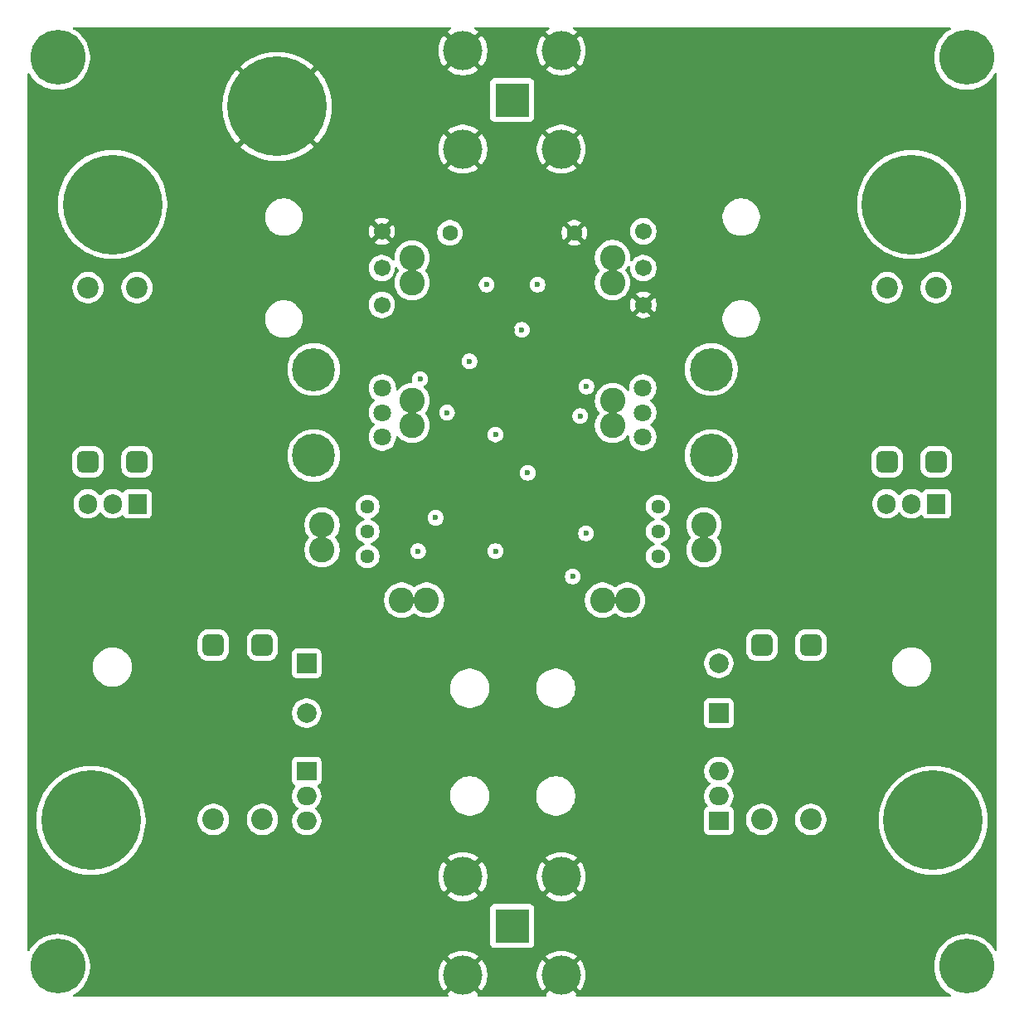
<source format=gbr>
%TF.GenerationSoftware,KiCad,Pcbnew,9.0.0*%
%TF.CreationDate,2025-08-10T21:35:16+12:00*%
%TF.ProjectId,current_gen_class_ab,63757272-656e-4745-9f67-656e5f636c61,rev?*%
%TF.SameCoordinates,Original*%
%TF.FileFunction,Copper,L4,Bot*%
%TF.FilePolarity,Positive*%
%FSLAX46Y46*%
G04 Gerber Fmt 4.6, Leading zero omitted, Abs format (unit mm)*
G04 Created by KiCad (PCBNEW 9.0.0) date 2025-08-10 21:35:16*
%MOMM*%
%LPD*%
G01*
G04 APERTURE LIST*
G04 Aperture macros list*
%AMRoundRect*
0 Rectangle with rounded corners*
0 $1 Rounding radius*
0 $2 $3 $4 $5 $6 $7 $8 $9 X,Y pos of 4 corners*
0 Add a 4 corners polygon primitive as box body*
4,1,4,$2,$3,$4,$5,$6,$7,$8,$9,$2,$3,0*
0 Add four circle primitives for the rounded corners*
1,1,$1+$1,$2,$3*
1,1,$1+$1,$4,$5*
1,1,$1+$1,$6,$7*
1,1,$1+$1,$8,$9*
0 Add four rect primitives between the rounded corners*
20,1,$1+$1,$2,$3,$4,$5,0*
20,1,$1+$1,$4,$5,$6,$7,0*
20,1,$1+$1,$6,$7,$8,$9,0*
20,1,$1+$1,$8,$9,$2,$3,0*%
G04 Aperture macros list end*
%TA.AperFunction,ComponentPad*%
%ADD10R,1.905000X2.000000*%
%TD*%
%TA.AperFunction,ComponentPad*%
%ADD11O,1.905000X2.000000*%
%TD*%
%TA.AperFunction,ComponentPad*%
%ADD12C,2.600000*%
%TD*%
%TA.AperFunction,ComponentPad*%
%ADD13RoundRect,0.550000X0.550000X-0.550000X0.550000X0.550000X-0.550000X0.550000X-0.550000X-0.550000X0*%
%TD*%
%TA.AperFunction,ComponentPad*%
%ADD14C,2.200000*%
%TD*%
%TA.AperFunction,HeatsinkPad*%
%ADD15R,1.800000X2.500000*%
%TD*%
%TA.AperFunction,ComponentPad*%
%ADD16RoundRect,0.550000X-0.550000X0.550000X-0.550000X-0.550000X0.550000X-0.550000X0.550000X0.550000X0*%
%TD*%
%TA.AperFunction,ComponentPad*%
%ADD17C,5.600000*%
%TD*%
%TA.AperFunction,ComponentPad*%
%ADD18R,3.500000X3.500000*%
%TD*%
%TA.AperFunction,ComponentPad*%
%ADD19C,4.000000*%
%TD*%
%TA.AperFunction,ComponentPad*%
%ADD20C,10.160000*%
%TD*%
%TA.AperFunction,ComponentPad*%
%ADD21C,1.440000*%
%TD*%
%TA.AperFunction,ComponentPad*%
%ADD22C,1.800000*%
%TD*%
%TA.AperFunction,ComponentPad*%
%ADD23C,4.400000*%
%TD*%
%TA.AperFunction,ComponentPad*%
%ADD24C,1.701800*%
%TD*%
%TA.AperFunction,ComponentPad*%
%ADD25R,2.000000X2.000000*%
%TD*%
%TA.AperFunction,ComponentPad*%
%ADD26C,2.000000*%
%TD*%
%TA.AperFunction,ComponentPad*%
%ADD27R,2.000000X1.905000*%
%TD*%
%TA.AperFunction,ComponentPad*%
%ADD28O,2.000000X1.905000*%
%TD*%
%TA.AperFunction,ComponentPad*%
%ADD29C,1.600000*%
%TD*%
%TA.AperFunction,ViaPad*%
%ADD30C,0.600000*%
%TD*%
G04 APERTURE END LIST*
D10*
%TO.P,Q3,1,D*%
%TO.N,-15V*%
X120740000Y-109170000D03*
D11*
%TO.P,Q3,2,G*%
%TO.N,Net-(D2-K)*%
X118200000Y-109170000D03*
%TO.P,Q3,3,S*%
%TO.N,Net-(JP2-A)*%
X115660001Y-109170000D03*
%TD*%
D12*
%TO.P,TP2,1,1*%
%TO.N,Net-(R7-Pad2)*%
X169250000Y-84029999D03*
X169250000Y-86569999D03*
%TD*%
D13*
%TO.P,F2,1*%
%TO.N,Net-(JP2-A)*%
X115700000Y-104900000D03*
X120700000Y-104900000D03*
D14*
%TO.P,F2,2*%
%TO.N,Net-(J5-Pin_1)*%
X115700000Y-87100000D03*
X120700000Y-87100000D03*
%TD*%
D15*
%TO.P,U1,9,thermal*%
%TO.N,GND*%
X159000000Y-96500000D03*
%TD*%
D12*
%TO.P,TP6,1,1*%
%TO.N,Net-(JP4-A)*%
X147730000Y-119000000D03*
X150270000Y-119000000D03*
%TD*%
%TO.P,TP7,1,1*%
%TO.N,Net-(R14-Pad1)*%
X139600000Y-113870001D03*
X139600000Y-111330001D03*
%TD*%
%TO.P,TP4,1,1*%
%TO.N,Net-(R24-Pad2)*%
X169250000Y-98629999D03*
X169250000Y-101169999D03*
%TD*%
D16*
%TO.P,F5,1*%
%TO.N,-10V*%
X189500000Y-123600000D03*
X184500000Y-123600000D03*
D14*
%TO.P,F5,2*%
%TO.N,Net-(J7-Pin_1)*%
X189500000Y-141400000D03*
X184500000Y-141400000D03*
%TD*%
D17*
%TO.P,H4,1,1*%
%TO.N,unconnected-(H4-Pad1)*%
X112600000Y-156400000D03*
%TD*%
D18*
%TO.P,J1,1,In*%
%TO.N,Net-(J1-In)*%
X159000000Y-67935000D03*
D19*
%TO.P,J1,2,Ext*%
%TO.N,GND*%
X153975000Y-62910000D03*
X153975000Y-72960000D03*
X164025000Y-62910000D03*
X164025000Y-72960000D03*
%TD*%
D12*
%TO.P,TP1,1,1*%
%TO.N,Net-(R4-Pad2)*%
X148800000Y-86600000D03*
X148800000Y-84060000D03*
%TD*%
%TO.P,TP8,1,1*%
%TO.N,Net-(R15-Pad1)*%
X178600000Y-113870000D03*
X178600000Y-111330000D03*
%TD*%
D10*
%TO.P,Q4,1,D*%
%TO.N,+15V*%
X202340000Y-109170000D03*
D11*
%TO.P,Q4,2,G*%
%TO.N,Net-(D1-A)*%
X199800000Y-109170000D03*
%TO.P,Q4,3,S*%
%TO.N,Net-(JP1-B)*%
X197260001Y-109170000D03*
%TD*%
D17*
%TO.P,H2,1,1*%
%TO.N,unconnected-(H2-Pad1)*%
X205400000Y-63600000D03*
%TD*%
D20*
%TO.P,J6,1,Pin_1*%
%TO.N,Net-(J6-Pin_1)*%
X116000000Y-141500000D03*
%TD*%
D13*
%TO.P,F1,1*%
%TO.N,Net-(JP1-B)*%
X197300000Y-104900000D03*
X202300000Y-104900000D03*
D14*
%TO.P,F1,2*%
%TO.N,Net-(J3-Pin_1)*%
X197300000Y-87100000D03*
X202300000Y-87100000D03*
%TD*%
D21*
%TO.P,R19,1*%
%TO.N,Net-(R14-Pad1)*%
X144250000Y-109460000D03*
%TO.P,R19,2*%
%TO.N,Net-(R12-Pad1)*%
X144250000Y-112000000D03*
%TO.P,R19,3*%
%TO.N,N/C*%
X144250000Y-114539999D03*
%TD*%
D16*
%TO.P,F4,1*%
%TO.N,+10V*%
X133500000Y-123600000D03*
X128500000Y-123600000D03*
D14*
%TO.P,F4,2*%
%TO.N,Net-(J6-Pin_1)*%
X133500000Y-141400000D03*
X128500000Y-141400000D03*
%TD*%
D15*
%TO.P,U2,9,thermal*%
%TO.N,GND*%
X158900000Y-110000000D03*
%TD*%
D22*
%TO.P,RV3,1,1*%
%TO.N,Net-(U1A--)*%
X145750000Y-97350000D03*
%TO.P,RV3,2,2*%
%TO.N,Net-(R26-Pad2)*%
X145750000Y-99850000D03*
%TO.P,RV3,3,3*%
%TO.N,unconnected-(RV3-Pad3)*%
X145750000Y-102350000D03*
D23*
%TO.P,RV3,MP*%
%TO.N,N/C*%
X138750000Y-104250000D03*
X138750000Y-95450001D03*
%TD*%
D18*
%TO.P,J2,1,In*%
%TO.N,Net-(J2-In)*%
X159000000Y-152275000D03*
D19*
%TO.P,J2,2,Ext*%
%TO.N,GND*%
X164025000Y-157300000D03*
X164025000Y-147250000D03*
X153975000Y-157300000D03*
X153975000Y-147250000D03*
%TD*%
D20*
%TO.P,J5,1,Pin_1*%
%TO.N,Net-(J5-Pin_1)*%
X118200000Y-78600000D03*
%TD*%
D24*
%TO.P,RV1,1,1*%
%TO.N,-15V*%
X145700000Y-88850000D03*
%TO.P,RV1,2,2*%
%TO.N,Net-(R4-Pad2)*%
X145700000Y-85100001D03*
%TO.P,RV1,3,3*%
%TO.N,GND*%
X145700000Y-81350000D03*
%TD*%
D25*
%TO.P,R16,1*%
%TO.N,+10V*%
X138020000Y-125460000D03*
D26*
%TO.P,R16,2*%
%TO.N,Net-(JP4-A)*%
X138020000Y-130539999D03*
%TD*%
D24*
%TO.P,RV2,1,1*%
%TO.N,+15V*%
X172400000Y-81350001D03*
%TO.P,RV2,2,2*%
%TO.N,Net-(R7-Pad2)*%
X172400000Y-85100000D03*
%TO.P,RV2,3,3*%
%TO.N,GND*%
X172400000Y-88850001D03*
%TD*%
D21*
%TO.P,R18,1*%
%TO.N,Net-(R15-Pad1)*%
X173895000Y-109460000D03*
%TO.P,R18,2*%
%TO.N,Net-(R13-Pad1)*%
X173895000Y-112000000D03*
%TO.P,R18,3*%
%TO.N,N/C*%
X173895000Y-114539999D03*
%TD*%
D20*
%TO.P,J3,1,Pin_1*%
%TO.N,Net-(J3-Pin_1)*%
X199800000Y-78600000D03*
%TD*%
D27*
%TO.P,Q1,1,D*%
%TO.N,Net-(JP4-A)*%
X138020000Y-136460000D03*
D28*
%TO.P,Q1,2,G*%
%TO.N,Net-(Q1-G)*%
X138020000Y-139000000D03*
%TO.P,Q1,3,S*%
%TO.N,Net-(J2-In)*%
X138020000Y-141539999D03*
%TD*%
D22*
%TO.P,RV4,1,1*%
%TO.N,Net-(U1B-+)*%
X172350000Y-102350000D03*
%TO.P,RV4,2,2*%
%TO.N,Net-(R24-Pad2)*%
X172350000Y-99850000D03*
%TO.P,RV4,3,3*%
%TO.N,unconnected-(RV4-Pad3)*%
X172350000Y-97350000D03*
D23*
%TO.P,RV4,MP*%
%TO.N,N/C*%
X179350000Y-95450000D03*
X179350000Y-104250000D03*
%TD*%
D12*
%TO.P,TP3,1,1*%
%TO.N,Net-(R26-Pad2)*%
X148800000Y-101170001D03*
X148800000Y-98630001D03*
%TD*%
D29*
%TO.P,R1,1*%
%TO.N,Net-(JP3-B)*%
X152650000Y-81500000D03*
%TO.P,R1,2*%
%TO.N,GND*%
X165350000Y-81500000D03*
%TD*%
D12*
%TO.P,TP5,1,1*%
%TO.N,Net-(JP5-B)*%
X168230000Y-119000000D03*
X170770000Y-119000000D03*
%TD*%
D20*
%TO.P,J7,1,Pin_1*%
%TO.N,Net-(J7-Pin_1)*%
X202000000Y-141500000D03*
%TD*%
D25*
%TO.P,R17,1*%
%TO.N,Net-(JP5-B)*%
X180110000Y-130540000D03*
D26*
%TO.P,R17,2*%
%TO.N,-10V*%
X180110000Y-125460001D03*
%TD*%
D27*
%TO.P,Q2,1,D*%
%TO.N,Net-(J2-In)*%
X180110000Y-141540000D03*
D28*
%TO.P,Q2,2,G*%
%TO.N,Net-(Q2-G)*%
X180110000Y-139000000D03*
%TO.P,Q2,3,S*%
%TO.N,Net-(JP5-B)*%
X180110000Y-136460001D03*
%TD*%
D20*
%TO.P,J4,1,Pin_1*%
%TO.N,GND*%
X135000000Y-68600000D03*
%TD*%
D17*
%TO.P,H1,1,1*%
%TO.N,unconnected-(H1-Pad1)*%
X112600000Y-63600000D03*
%TD*%
%TO.P,H3,1,1*%
%TO.N,unconnected-(H3-Pad1)*%
X205400000Y-156400000D03*
%TD*%
D30*
%TO.N,-15V*%
X157299000Y-114000000D03*
X157299000Y-102100000D03*
%TO.N,GND*%
X180000000Y-76000000D03*
X150500000Y-126250000D03*
X170000000Y-142000000D03*
X197961438Y-155847636D03*
X152000000Y-124000000D03*
X176000000Y-127000000D03*
X117000000Y-159000000D03*
X164750000Y-136000000D03*
X155750000Y-133750000D03*
X126000000Y-159000000D03*
X195000000Y-159000000D03*
X198000000Y-100000000D03*
X145250000Y-123250000D03*
X153500000Y-131500000D03*
X166250000Y-131500000D03*
X173000000Y-126250000D03*
X149000000Y-124750000D03*
X147000000Y-67000000D03*
X170750000Y-141250000D03*
X174000000Y-117000000D03*
X144000000Y-73000000D03*
X166000000Y-84000000D03*
X150000000Y-64000000D03*
X142250000Y-125500000D03*
X152000000Y-129250000D03*
X152000000Y-142000000D03*
X141000000Y-76000000D03*
X171500000Y-143500000D03*
X152000000Y-132250000D03*
X148250000Y-131500000D03*
X176000000Y-133000000D03*
X173000000Y-141250000D03*
X147500000Y-131500000D03*
X161000000Y-113800000D03*
X159500000Y-123250000D03*
X160250000Y-142750000D03*
X148250000Y-143500000D03*
X149750000Y-123250000D03*
X168000000Y-73000000D03*
X126000000Y-156000000D03*
X168500000Y-130750000D03*
X172250000Y-139000000D03*
X169250000Y-133000000D03*
X167000000Y-130000000D03*
X159500000Y-140500000D03*
X148250000Y-139000000D03*
X147500000Y-129250000D03*
X146750000Y-136000000D03*
X111000000Y-94000000D03*
X167000000Y-127000000D03*
X160250000Y-136750000D03*
X126000000Y-91000000D03*
X143750000Y-127750000D03*
X154250000Y-125500000D03*
X145250000Y-140500000D03*
X176000000Y-125500000D03*
X168000000Y-151000000D03*
X158000000Y-141250000D03*
X204000000Y-130000000D03*
X123000000Y-121000000D03*
X132000000Y-118000000D03*
X129000000Y-82000000D03*
X117000000Y-118000000D03*
X163250000Y-124000000D03*
X176000000Y-136750000D03*
X166250000Y-134500000D03*
X153500000Y-130750000D03*
X152750000Y-142750000D03*
X157250000Y-136750000D03*
X149750000Y-135250000D03*
X165500000Y-142000000D03*
X171500000Y-141250000D03*
X158750000Y-134500000D03*
X191800000Y-111200000D03*
X164000000Y-133750000D03*
X175250000Y-141250000D03*
X164750000Y-132250000D03*
X159500000Y-127750000D03*
X161750000Y-136750000D03*
X143750000Y-123250000D03*
X158750000Y-136000000D03*
X195000000Y-67000000D03*
X168500000Y-129250000D03*
X120000000Y-124000000D03*
X143000000Y-124750000D03*
X161000000Y-136750000D03*
X165500000Y-133750000D03*
X123000000Y-118000000D03*
X174500000Y-139000000D03*
X146000000Y-126250000D03*
X158000000Y-130750000D03*
X160250000Y-139750000D03*
X132000000Y-133000000D03*
X186000000Y-106000000D03*
X143750000Y-129250000D03*
X163250000Y-143500000D03*
X138000000Y-88000000D03*
X192000000Y-79000000D03*
X201000000Y-121000000D03*
X166250000Y-125500000D03*
X174000000Y-76000000D03*
X150500000Y-136000000D03*
X154250000Y-132250000D03*
X168000000Y-76000000D03*
X157250000Y-129250000D03*
X143000000Y-130750000D03*
X149750000Y-124000000D03*
X129000000Y-79000000D03*
X170000000Y-140500000D03*
X186000000Y-73000000D03*
X144000000Y-76000000D03*
X167000000Y-143500000D03*
X152750000Y-126250000D03*
X171000000Y-64000000D03*
X201000000Y-156000000D03*
X148000000Y-146000000D03*
X166250000Y-130000000D03*
X183000000Y-70000000D03*
X163250000Y-132250000D03*
X189000000Y-91000000D03*
X160250000Y-137500000D03*
X114000000Y-115000000D03*
X114000000Y-130000000D03*
X143000000Y-124000000D03*
X152750000Y-143500000D03*
X146000000Y-136000000D03*
X120000000Y-121000000D03*
X207000000Y-82000000D03*
X165000000Y-67000000D03*
X172250000Y-140500000D03*
X166250000Y-135250000D03*
X142250000Y-140500000D03*
X172250000Y-124000000D03*
X161750000Y-133000000D03*
X174500000Y-132250000D03*
X147000000Y-121000000D03*
X183000000Y-159000000D03*
X149000000Y-125500000D03*
X147500000Y-135250000D03*
X141000000Y-61000000D03*
X160250000Y-131500000D03*
X170750000Y-124000000D03*
X175250000Y-133000000D03*
X159500000Y-143500000D03*
X132000000Y-94000000D03*
X148250000Y-123250000D03*
X135000000Y-82000000D03*
X173000000Y-139750000D03*
X174000000Y-156000000D03*
X138000000Y-76000000D03*
X151250000Y-133750000D03*
X164750000Y-142000000D03*
X123000000Y-70000000D03*
X161750000Y-134500000D03*
X186000000Y-109000000D03*
X163250000Y-131500000D03*
X143750000Y-130750000D03*
X159500000Y-132250000D03*
X170750000Y-140500000D03*
X165500000Y-132250000D03*
X174000000Y-159000000D03*
X180000000Y-91000000D03*
X135000000Y-115000000D03*
X173750000Y-139750000D03*
X147500000Y-130000000D03*
X126000000Y-61000000D03*
X186000000Y-82000000D03*
X144500000Y-133000000D03*
X146000000Y-134500000D03*
X159500000Y-124750000D03*
X142250000Y-133000000D03*
X146750000Y-131500000D03*
X201000000Y-67000000D03*
X173750000Y-141250000D03*
X153000000Y-88000000D03*
X123000000Y-153000000D03*
X159500000Y-142750000D03*
X180000000Y-159000000D03*
X145250000Y-129250000D03*
X147000000Y-76000000D03*
X161000000Y-129250000D03*
X168500000Y-136750000D03*
X173000000Y-134500000D03*
X183000000Y-153000000D03*
X172250000Y-134500000D03*
X129000000Y-70000000D03*
X168500000Y-133000000D03*
X148250000Y-137500000D03*
X168500000Y-132250000D03*
X161750000Y-130750000D03*
X169250000Y-124750000D03*
X120000000Y-133000000D03*
X175250000Y-136000000D03*
X207000000Y-121000000D03*
X186000000Y-61000000D03*
X169250000Y-124000000D03*
X160250000Y-134500000D03*
X172250000Y-130750000D03*
X132000000Y-100000000D03*
X161000000Y-127750000D03*
X158750000Y-137500000D03*
X175250000Y-139000000D03*
X166250000Y-133000000D03*
X156500000Y-130750000D03*
X158000000Y-137500000D03*
X167000000Y-133000000D03*
X158750000Y-141250000D03*
X152000000Y-123250000D03*
X149000000Y-137500000D03*
X152000000Y-139000000D03*
X120000000Y-153000000D03*
X161750000Y-132250000D03*
X154250000Y-143500000D03*
X173000000Y-127000000D03*
X149750000Y-142000000D03*
X140000000Y-118000000D03*
X158000000Y-131500000D03*
X176000000Y-138250000D03*
X155000000Y-123250000D03*
X153000000Y-121000000D03*
X126000000Y-88000000D03*
X145250000Y-141250000D03*
X147500000Y-142750000D03*
X157500000Y-72200000D03*
X158750000Y-129250000D03*
X153500000Y-135250000D03*
X167750000Y-135250000D03*
X163250000Y-123250000D03*
X155000000Y-142000000D03*
X149750000Y-139000000D03*
X158000000Y-133750000D03*
X167750000Y-137500000D03*
X183000000Y-94000000D03*
X176000000Y-142750000D03*
X154250000Y-130750000D03*
X143000000Y-127750000D03*
X143750000Y-140500000D03*
X152750000Y-124000000D03*
X143000000Y-133750000D03*
X145250000Y-135250000D03*
X154250000Y-142000000D03*
X146750000Y-123250000D03*
X111000000Y-88000000D03*
X190400000Y-120000000D03*
X123000000Y-91000000D03*
X173000000Y-130000000D03*
X153000000Y-67000000D03*
X145250000Y-136000000D03*
X141000000Y-70000000D03*
X132000000Y-115000000D03*
X177000000Y-79000000D03*
X143750000Y-142000000D03*
X120000000Y-64000000D03*
X192000000Y-61000000D03*
X176000000Y-134500000D03*
X123000000Y-150000000D03*
X167750000Y-140500000D03*
X150500000Y-133000000D03*
X170000000Y-148000000D03*
X142250000Y-138250000D03*
X198000000Y-130000000D03*
X160250000Y-135250000D03*
X149000000Y-143500000D03*
X143000000Y-141250000D03*
X156500000Y-135250000D03*
X150500000Y-127000000D03*
X143750000Y-134500000D03*
X135000000Y-153000000D03*
X192000000Y-91000000D03*
X144500000Y-127750000D03*
X170000000Y-136000000D03*
X167000000Y-130750000D03*
X167000000Y-141250000D03*
X189000000Y-61000000D03*
X158400000Y-97100000D03*
X144500000Y-123250000D03*
X174000000Y-91000000D03*
X166250000Y-128500000D03*
X195000000Y-64000000D03*
X207000000Y-124000000D03*
X174500000Y-142000000D03*
X164000000Y-142750000D03*
X147500000Y-141250000D03*
X204000000Y-124000000D03*
X152750000Y-140500000D03*
X117000000Y-61000000D03*
X147500000Y-133750000D03*
X123000000Y-64000000D03*
X156500000Y-133000000D03*
X165500000Y-140500000D03*
X144500000Y-130750000D03*
X174000000Y-103000000D03*
X159500000Y-124000000D03*
X111000000Y-73000000D03*
X144500000Y-126250000D03*
X149000000Y-128500000D03*
X157250000Y-128500000D03*
X158750000Y-143500000D03*
X148250000Y-139750000D03*
X168500000Y-126250000D03*
X145000000Y-145000000D03*
X170750000Y-132250000D03*
X207000000Y-109000000D03*
X180000000Y-147000000D03*
X158750000Y-130000000D03*
X204000000Y-97000000D03*
X138000000Y-144000000D03*
X198000000Y-61000000D03*
X170000000Y-125500000D03*
X143750000Y-136000000D03*
X169250000Y-141250000D03*
X159500000Y-133750000D03*
X173750000Y-142000000D03*
X145250000Y-128500000D03*
X174000000Y-79000000D03*
X143000000Y-127000000D03*
X167750000Y-130750000D03*
X164000000Y-143500000D03*
X159500000Y-131500000D03*
X157250000Y-130750000D03*
X145250000Y-127000000D03*
X143750000Y-127000000D03*
X150500000Y-135250000D03*
X172250000Y-136750000D03*
X143000000Y-143500000D03*
X120000000Y-130000000D03*
X183000000Y-112000000D03*
X152000000Y-126250000D03*
X174500000Y-142750000D03*
X155000000Y-124000000D03*
X145250000Y-124000000D03*
X148250000Y-126250000D03*
X143750000Y-133750000D03*
X157250000Y-131500000D03*
X189000000Y-97000000D03*
X138000000Y-159000000D03*
X114000000Y-67000000D03*
X142250000Y-142750000D03*
X160250000Y-128500000D03*
X166250000Y-123250000D03*
X146750000Y-132250000D03*
X192000000Y-153000000D03*
X157250000Y-137500000D03*
X170000000Y-133750000D03*
X146000000Y-135250000D03*
X192000000Y-64000000D03*
X146000000Y-136750000D03*
X175250000Y-140500000D03*
X164750000Y-131500000D03*
X177000000Y-153000000D03*
X126000000Y-133000000D03*
X173000000Y-136000000D03*
X132000000Y-156000000D03*
X201000000Y-100000000D03*
X175250000Y-136750000D03*
X127600000Y-120000000D03*
X198000000Y-94000000D03*
X147000000Y-153000000D03*
X175250000Y-132250000D03*
X189000000Y-153000000D03*
X126000000Y-70000000D03*
X148250000Y-140500000D03*
X151250000Y-139750000D03*
X144500000Y-141250000D03*
X168000000Y-61000000D03*
X169250000Y-140500000D03*
X172250000Y-125500000D03*
X195000000Y-115000000D03*
X152750000Y-136000000D03*
X132000000Y-97000000D03*
X183000000Y-64000000D03*
X148250000Y-136750000D03*
X162000000Y-91000000D03*
X166600000Y-110600000D03*
X173000000Y-131500000D03*
X150500000Y-140500000D03*
X151250000Y-127750000D03*
X114000000Y-73000000D03*
X154250000Y-133750000D03*
X161000000Y-143500000D03*
X173750000Y-127750000D03*
X171000000Y-159000000D03*
X153500000Y-134500000D03*
X164000000Y-134500000D03*
X204000000Y-94000000D03*
X170750000Y-128500000D03*
X111000000Y-85000000D03*
X141000000Y-64000000D03*
X155750000Y-143500000D03*
X166250000Y-139000000D03*
X156500000Y-132250000D03*
X172250000Y-141250000D03*
X168500000Y-142000000D03*
X142250000Y-133750000D03*
X147500000Y-123250000D03*
X155000000Y-143500000D03*
X172250000Y-136000000D03*
X175250000Y-133750000D03*
X117000000Y-153000000D03*
X192000000Y-115000000D03*
X165500000Y-134500000D03*
X167000000Y-133750000D03*
X145250000Y-132250000D03*
X171500000Y-130000000D03*
X174000000Y-88000000D03*
X170000000Y-136750000D03*
X170000000Y-130750000D03*
X195000000Y-156000000D03*
X180000000Y-100000000D03*
X207000000Y-115000000D03*
X192000000Y-118000000D03*
X160250000Y-124000000D03*
X160250000Y-123250000D03*
X195000000Y-61000000D03*
X132000000Y-159000000D03*
X174500000Y-129250000D03*
X159500000Y-139000000D03*
X149000000Y-133000000D03*
X195000000Y-150000000D03*
X170750000Y-138250000D03*
X159500000Y-126250000D03*
X161000000Y-130750000D03*
X163250000Y-133750000D03*
X147500000Y-137500000D03*
X155000000Y-130750000D03*
X166250000Y-136750000D03*
X165500000Y-129250000D03*
X146750000Y-133750000D03*
X157250000Y-125500000D03*
X135000000Y-61000000D03*
X135000000Y-100000000D03*
X143750000Y-128500000D03*
X167750000Y-124000000D03*
X148250000Y-135250000D03*
X155750000Y-135250000D03*
X138000000Y-156000000D03*
X167750000Y-139000000D03*
X160250000Y-132250000D03*
X150000000Y-159000000D03*
X173750000Y-137500000D03*
X170750000Y-137500000D03*
X138000000Y-100000000D03*
X156500000Y-136750000D03*
X158750000Y-132250000D03*
X138000000Y-150000000D03*
X154250000Y-135250000D03*
X171500000Y-137500000D03*
X141000000Y-91000000D03*
X170000000Y-124000000D03*
X171500000Y-142750000D03*
X149750000Y-130000000D03*
X146750000Y-127750000D03*
X167750000Y-127000000D03*
X129000000Y-97000000D03*
X160250000Y-130750000D03*
X119000000Y-94000000D03*
X163000000Y-104000000D03*
X142250000Y-129250000D03*
X152000000Y-103000000D03*
X204000000Y-153000000D03*
X143000000Y-136750000D03*
X161000000Y-140500000D03*
X171500000Y-132250000D03*
X135000000Y-103000000D03*
X144000000Y-153000000D03*
X152750000Y-133750000D03*
X177000000Y-156000000D03*
X156500000Y-137500000D03*
X172250000Y-139750000D03*
X153500000Y-132250000D03*
X144500000Y-138250000D03*
X146000000Y-141250000D03*
X170750000Y-134500000D03*
X189000000Y-115000000D03*
X141000000Y-73000000D03*
X157250000Y-140500000D03*
X164000000Y-136750000D03*
X159500000Y-136000000D03*
X111000000Y-127000000D03*
X148250000Y-125500000D03*
X167000000Y-136750000D03*
X144500000Y-137500000D03*
X143750000Y-132250000D03*
X150500000Y-136750000D03*
X167750000Y-131500000D03*
X158000000Y-126250000D03*
X165500000Y-143500000D03*
X176000000Y-131500000D03*
X143750000Y-124000000D03*
X147500000Y-128500000D03*
X144000000Y-70000000D03*
X153500000Y-124000000D03*
X132000000Y-85000000D03*
X170000000Y-115000000D03*
X173000000Y-139000000D03*
X166250000Y-141250000D03*
X201000000Y-150000000D03*
X155750000Y-132250000D03*
X150500000Y-125500000D03*
X149750000Y-132250000D03*
X161000000Y-142750000D03*
X174000000Y-73000000D03*
X189000000Y-88000000D03*
X173750000Y-136750000D03*
X149750000Y-125500000D03*
X146000000Y-127000000D03*
X169250000Y-138250000D03*
X155750000Y-123250000D03*
X180000000Y-156000000D03*
X149000000Y-130750000D03*
X195000000Y-153000000D03*
X178000000Y-118000000D03*
X162500000Y-142000000D03*
X198000000Y-150000000D03*
X150500000Y-128500000D03*
X174500000Y-123250000D03*
X166250000Y-142000000D03*
X141000000Y-159000000D03*
X170000000Y-126250000D03*
X148250000Y-132250000D03*
X149750000Y-138250000D03*
X151250000Y-128500000D03*
X161000000Y-124000000D03*
X170750000Y-127750000D03*
X129000000Y-100000000D03*
X143000000Y-139750000D03*
X148250000Y-142000000D03*
X158750000Y-126250000D03*
X135000000Y-118000000D03*
X170750000Y-130000000D03*
X207000000Y-70000000D03*
X161000000Y-118000000D03*
X135000000Y-97000000D03*
X168000000Y-145000000D03*
X173750000Y-131500000D03*
X145250000Y-138250000D03*
X157250000Y-143500000D03*
X146000000Y-128500000D03*
X142250000Y-143500000D03*
X159500000Y-138250000D03*
X166250000Y-139750000D03*
X155000000Y-125500000D03*
X158000000Y-142000000D03*
X170000000Y-123250000D03*
X159500000Y-137500000D03*
X170750000Y-133750000D03*
X159600000Y-95800000D03*
X158000000Y-143500000D03*
X154250000Y-136000000D03*
X158750000Y-131500000D03*
X145250000Y-136750000D03*
X174500000Y-138250000D03*
X168500000Y-131500000D03*
X132000000Y-112000000D03*
X143000000Y-136000000D03*
X195000000Y-94000000D03*
X167000000Y-125500000D03*
X170000000Y-128500000D03*
X120000000Y-150000000D03*
X158750000Y-133000000D03*
X158750000Y-125500000D03*
X146750000Y-136750000D03*
X163250000Y-130750000D03*
X173000000Y-137500000D03*
X186000000Y-76000000D03*
X150500000Y-134500000D03*
X143750000Y-133000000D03*
X114000000Y-150000000D03*
X157000000Y-118000000D03*
X152750000Y-131500000D03*
X144000000Y-121000000D03*
X170750000Y-142750000D03*
X164000000Y-125500000D03*
X158400000Y-95800000D03*
X201000000Y-133000000D03*
X151250000Y-124000000D03*
X171500000Y-124750000D03*
X117000000Y-64000000D03*
X171500000Y-126250000D03*
X180000000Y-67000000D03*
X158400000Y-104800000D03*
X166250000Y-143500000D03*
X168500000Y-141250000D03*
X158000000Y-123250000D03*
X132000000Y-106000000D03*
X150500000Y-139750000D03*
X170000000Y-139000000D03*
X161000000Y-116000000D03*
X183000000Y-73000000D03*
X189000000Y-73000000D03*
X175250000Y-130000000D03*
X177000000Y-100000000D03*
X149000000Y-126250000D03*
X174000000Y-97000000D03*
X159500000Y-130000000D03*
X152000000Y-140500000D03*
X151250000Y-125500000D03*
X173000000Y-132250000D03*
X156500000Y-124750000D03*
X143000000Y-137500000D03*
X149000000Y-139000000D03*
X143750000Y-125500000D03*
X144000000Y-67000000D03*
X155000000Y-124750000D03*
X174500000Y-125500000D03*
X143750000Y-136750000D03*
X156500000Y-131500000D03*
X153500000Y-142000000D03*
X144500000Y-127000000D03*
X162500000Y-136750000D03*
X144500000Y-124750000D03*
X183000000Y-61000000D03*
X152000000Y-139750000D03*
X177000000Y-88000000D03*
X176000000Y-139750000D03*
X201000000Y-159000000D03*
X189000000Y-103000000D03*
X204000000Y-118000000D03*
X198000000Y-159000000D03*
X161000000Y-134500000D03*
X170000000Y-132250000D03*
X145250000Y-127750000D03*
X165500000Y-131500000D03*
X186000000Y-115000000D03*
X173000000Y-129250000D03*
X167750000Y-129250000D03*
X160250000Y-143500000D03*
X173000000Y-136750000D03*
X173750000Y-130000000D03*
X161000000Y-131500000D03*
X161750000Y-126250000D03*
X189000000Y-130000000D03*
X204000000Y-121000000D03*
X167000000Y-132250000D03*
X175250000Y-135250000D03*
X154000000Y-85400000D03*
X180000000Y-144000000D03*
X166250000Y-138250000D03*
X161000000Y-136000000D03*
X169250000Y-136750000D03*
X166250000Y-133750000D03*
X149750000Y-137500000D03*
X144500000Y-132250000D03*
X156000000Y-67000000D03*
X145250000Y-143500000D03*
X192000000Y-127000000D03*
X161750000Y-125500000D03*
X174500000Y-140500000D03*
X164000000Y-141250000D03*
X158750000Y-124000000D03*
X167750000Y-142750000D03*
X159200000Y-101200000D03*
X167000000Y-142750000D03*
X198000000Y-115000000D03*
X161000000Y-125500000D03*
X161000000Y-128500000D03*
X150500000Y-139000000D03*
X174500000Y-130750000D03*
X174500000Y-131500000D03*
X173000000Y-133000000D03*
X175250000Y-131500000D03*
X172000000Y-145000000D03*
X164750000Y-123250000D03*
X167000000Y-127750000D03*
X163250000Y-142000000D03*
X141000000Y-156000000D03*
X173750000Y-126250000D03*
X120000000Y-118000000D03*
X147500000Y-130750000D03*
X143000000Y-128500000D03*
X123000000Y-156000000D03*
X207000000Y-103000000D03*
X183000000Y-97000000D03*
X144000000Y-97000000D03*
X165500000Y-123250000D03*
X174500000Y-137500000D03*
X135000000Y-94000000D03*
X151250000Y-137500000D03*
X156500000Y-136000000D03*
X192000000Y-67000000D03*
X146000000Y-131500000D03*
X157250000Y-142750000D03*
X168500000Y-130000000D03*
X171000000Y-121000000D03*
X201500000Y-123700000D03*
X173000000Y-124000000D03*
X204000000Y-150000000D03*
X157250000Y-139000000D03*
X183000000Y-106000000D03*
X144500000Y-136750000D03*
X147000000Y-159000000D03*
X169250000Y-130750000D03*
X169250000Y-139750000D03*
X171500000Y-133750000D03*
X175250000Y-143500000D03*
X149750000Y-136750000D03*
X158000000Y-124750000D03*
X165500000Y-137500000D03*
X164000000Y-135250000D03*
X154250000Y-124000000D03*
X173750000Y-143500000D03*
X153000000Y-70000000D03*
X170200000Y-106000000D03*
X152000000Y-135250000D03*
X120000000Y-159000000D03*
X155750000Y-124750000D03*
X152000000Y-133750000D03*
X147500000Y-124000000D03*
X165500000Y-125500000D03*
X198000000Y-121000000D03*
X172250000Y-127000000D03*
X144000000Y-156000000D03*
X161750000Y-131500000D03*
X129000000Y-76000000D03*
X155000000Y-133000000D03*
X159500000Y-142000000D03*
X168500000Y-133750000D03*
X150500000Y-124000000D03*
X168500000Y-136000000D03*
X155000000Y-131500000D03*
X117000000Y-121000000D03*
X201000000Y-130000000D03*
X198000000Y-153000000D03*
X143000000Y-135250000D03*
X132000000Y-79000000D03*
X173000000Y-138250000D03*
X173000000Y-125500000D03*
X173750000Y-132250000D03*
X167000000Y-135250000D03*
X183000000Y-150000000D03*
X174000000Y-70000000D03*
X117000000Y-133000000D03*
X152000000Y-133000000D03*
X145250000Y-131500000D03*
X176000000Y-135250000D03*
X129000000Y-156000000D03*
X166000000Y-88000000D03*
X146750000Y-139000000D03*
X152750000Y-136750000D03*
X157250000Y-136000000D03*
X192000000Y-88000000D03*
X152750000Y-141250000D03*
X149000000Y-134500000D03*
X173750000Y-142750000D03*
X148250000Y-142750000D03*
X170750000Y-142000000D03*
X162500000Y-142750000D03*
X168500000Y-143500000D03*
X173750000Y-123250000D03*
X170750000Y-136750000D03*
X192000000Y-150000000D03*
X149750000Y-133750000D03*
X167750000Y-127750000D03*
X198000000Y-124000000D03*
X169250000Y-123250000D03*
X189000000Y-82000000D03*
X172250000Y-129250000D03*
X162500000Y-134500000D03*
X158000000Y-127000000D03*
X173750000Y-127000000D03*
X146750000Y-127000000D03*
X177000000Y-76000000D03*
X167750000Y-124750000D03*
X173750000Y-128500000D03*
X142250000Y-142000000D03*
X114000000Y-124000000D03*
X170750000Y-126250000D03*
X168500000Y-135250000D03*
X119000000Y-100000000D03*
X149000000Y-140500000D03*
X168500000Y-142750000D03*
X207000000Y-106000000D03*
X161750000Y-143500000D03*
X207000000Y-118000000D03*
X148250000Y-138250000D03*
X164750000Y-124000000D03*
X151250000Y-133000000D03*
X173000000Y-143500000D03*
X155750000Y-142000000D03*
X146000000Y-123250000D03*
X161000000Y-139750000D03*
X114000000Y-153000000D03*
X142250000Y-124000000D03*
X125000000Y-111000000D03*
X166250000Y-124750000D03*
X167750000Y-133750000D03*
X111000000Y-112000000D03*
X173750000Y-133000000D03*
X162500000Y-133750000D03*
X111000000Y-67000000D03*
X143000000Y-139000000D03*
X151000000Y-145000000D03*
X126000000Y-82000000D03*
X175250000Y-130750000D03*
X135000000Y-133000000D03*
X170000000Y-143500000D03*
X148250000Y-133750000D03*
X149750000Y-142750000D03*
X129000000Y-61000000D03*
X157250000Y-141250000D03*
X207000000Y-153000000D03*
X147500000Y-136000000D03*
X155000000Y-133750000D03*
X147500000Y-138250000D03*
X132000000Y-150000000D03*
X144500000Y-130000000D03*
X153500000Y-141250000D03*
X173750000Y-129250000D03*
X195000000Y-127000000D03*
X161750000Y-130000000D03*
X147000000Y-64000000D03*
X172250000Y-132250000D03*
X157000000Y-116000000D03*
X157250000Y-127750000D03*
X189000000Y-133000000D03*
X167750000Y-134500000D03*
X158000000Y-136750000D03*
X175250000Y-142000000D03*
X173000000Y-142750000D03*
X147500000Y-127750000D03*
X164000000Y-136000000D03*
X152750000Y-134500000D03*
X170000000Y-142750000D03*
X158000000Y-132250000D03*
X195000000Y-121000000D03*
X168500000Y-138250000D03*
X144500000Y-134500000D03*
X146750000Y-143500000D03*
X161000000Y-124750000D03*
X151000000Y-150000000D03*
X167000000Y-142000000D03*
X207000000Y-130000000D03*
X120000000Y-67000000D03*
X142250000Y-134500000D03*
X152000000Y-141250000D03*
X172250000Y-123250000D03*
X175250000Y-137500000D03*
X114000000Y-118000000D03*
X159700000Y-110600000D03*
X126000000Y-76000000D03*
X198000000Y-97000000D03*
X152000000Y-134500000D03*
X123600000Y-95800000D03*
X159500000Y-128500000D03*
X189000000Y-100000000D03*
X135000000Y-85000000D03*
X147000000Y-148000000D03*
X144000000Y-94000000D03*
X159500000Y-135250000D03*
X173750000Y-135250000D03*
X174500000Y-124750000D03*
X168500000Y-139000000D03*
X148000000Y-93000000D03*
X183000000Y-156000000D03*
X167000000Y-139000000D03*
X143750000Y-139750000D03*
X156500000Y-140500000D03*
X153500000Y-133750000D03*
X192000000Y-97000000D03*
X175250000Y-127750000D03*
X144500000Y-129250000D03*
X173750000Y-124000000D03*
X126000000Y-67000000D03*
X186000000Y-67000000D03*
X165500000Y-136750000D03*
X149750000Y-130750000D03*
X175250000Y-142750000D03*
X120000000Y-70000000D03*
X165500000Y-133000000D03*
X143000000Y-117000000D03*
X149750000Y-129250000D03*
X171000000Y-91000000D03*
X142250000Y-135250000D03*
X161000000Y-127000000D03*
X146000000Y-139000000D03*
X126000000Y-64000000D03*
X164750000Y-130000000D03*
X146750000Y-139750000D03*
X176000000Y-137500000D03*
X132000000Y-153000000D03*
X146000000Y-142750000D03*
X143000000Y-134500000D03*
X173000000Y-133750000D03*
X111000000Y-150000000D03*
X150000000Y-121000000D03*
X153500000Y-125500000D03*
X171000000Y-94000000D03*
X155000000Y-134500000D03*
X156500000Y-133750000D03*
X166250000Y-130750000D03*
X150500000Y-142000000D03*
X174500000Y-128500000D03*
X142250000Y-139750000D03*
X159700000Y-109300000D03*
X160250000Y-142000000D03*
X175250000Y-123250000D03*
X168000000Y-148000000D03*
X158750000Y-142750000D03*
X151250000Y-123250000D03*
X143000000Y-125500000D03*
X144000000Y-100000000D03*
X154250000Y-133000000D03*
X155750000Y-142750000D03*
X189000000Y-76000000D03*
X159500000Y-133000000D03*
X111000000Y-106000000D03*
X161750000Y-142750000D03*
X126000000Y-79000000D03*
X145250000Y-133000000D03*
X167000000Y-137500000D03*
X132000000Y-76000000D03*
X149000000Y-135250000D03*
X141000000Y-88000000D03*
X207000000Y-79000000D03*
X207000000Y-100000000D03*
X204000000Y-133000000D03*
X144500000Y-124000000D03*
X174500000Y-143500000D03*
X169250000Y-143500000D03*
X161750000Y-124000000D03*
X153500000Y-124750000D03*
X148250000Y-129250000D03*
X149750000Y-143500000D03*
X143000000Y-138250000D03*
X163250000Y-125500000D03*
X160250000Y-129250000D03*
X160250000Y-140500000D03*
X142250000Y-136750000D03*
X158000000Y-140500000D03*
X143000000Y-123250000D03*
X132000000Y-130000000D03*
X153000000Y-85000000D03*
X157250000Y-142000000D03*
X160250000Y-133750000D03*
X169250000Y-142000000D03*
X144500000Y-128500000D03*
X129000000Y-103000000D03*
X150500000Y-123250000D03*
X171500000Y-138250000D03*
X165500000Y-135250000D03*
X162500000Y-124750000D03*
X158750000Y-127750000D03*
X157250000Y-133000000D03*
X167750000Y-130000000D03*
X159500000Y-139750000D03*
X174000000Y-61000000D03*
X111000000Y-82000000D03*
X195000000Y-133000000D03*
X186000000Y-64000000D03*
X175250000Y-124750000D03*
X159500000Y-141250000D03*
X150000000Y-76000000D03*
X150500000Y-141250000D03*
X177000000Y-67000000D03*
X146750000Y-133000000D03*
X161000000Y-142000000D03*
X156500000Y-143500000D03*
X146750000Y-124000000D03*
X192000000Y-70000000D03*
X189000000Y-67000000D03*
X174500000Y-130000000D03*
X170750000Y-136000000D03*
X177000000Y-70000000D03*
X201000000Y-115000000D03*
X177000000Y-73000000D03*
X158000000Y-138250000D03*
X144500000Y-142000000D03*
X149000000Y-127000000D03*
X129000000Y-150000000D03*
X175250000Y-134500000D03*
X117000000Y-150000000D03*
X158750000Y-133750000D03*
X176000000Y-124000000D03*
X189000000Y-85000000D03*
X170750000Y-131500000D03*
X147500000Y-132250000D03*
X142250000Y-139000000D03*
X147000000Y-61000000D03*
X111000000Y-121000000D03*
X204000000Y-115000000D03*
X135000000Y-76000000D03*
X161000000Y-137500000D03*
X168000000Y-159000000D03*
X147500000Y-139000000D03*
X183000000Y-76000000D03*
X183000000Y-85000000D03*
X149000000Y-133750000D03*
X151250000Y-139000000D03*
X153500000Y-136000000D03*
X144500000Y-131500000D03*
X146000000Y-140500000D03*
X151250000Y-129250000D03*
X166250000Y-140500000D03*
X144500000Y-139000000D03*
X123000000Y-159000000D03*
X161750000Y-142000000D03*
X152000000Y-131500000D03*
X163250000Y-135250000D03*
X138000000Y-147000000D03*
X167000000Y-128500000D03*
X152000000Y-142750000D03*
X177000000Y-91000000D03*
X172250000Y-135250000D03*
X155750000Y-124000000D03*
X167000000Y-124000000D03*
X129000000Y-109000000D03*
X146750000Y-137500000D03*
X192000000Y-130000000D03*
X159500000Y-127000000D03*
X145250000Y-124750000D03*
X167750000Y-132250000D03*
X207000000Y-88000000D03*
X153500000Y-133000000D03*
X152750000Y-125500000D03*
X151250000Y-136000000D03*
X144500000Y-142750000D03*
X166250000Y-124000000D03*
X145250000Y-126250000D03*
X158750000Y-124750000D03*
X143750000Y-137500000D03*
X146000000Y-130750000D03*
X162500000Y-133000000D03*
X167000000Y-134500000D03*
X207000000Y-150000000D03*
X147000000Y-70000000D03*
X171000000Y-70000000D03*
X129000000Y-73000000D03*
X168500000Y-123250000D03*
X146000000Y-143500000D03*
X141000000Y-153000000D03*
X147500000Y-133000000D03*
X177000000Y-150000000D03*
X169250000Y-137500000D03*
X171500000Y-131500000D03*
X156500000Y-123250000D03*
X170750000Y-139750000D03*
X176000000Y-124750000D03*
X180000000Y-73000000D03*
X144500000Y-136000000D03*
X171500000Y-130750000D03*
X129000000Y-91000000D03*
X146000000Y-138250000D03*
X168500000Y-127000000D03*
X150500000Y-142750000D03*
X174500000Y-127000000D03*
X175250000Y-129250000D03*
X146000000Y-130000000D03*
X117000000Y-70000000D03*
X115000000Y-94000000D03*
X159000000Y-61000000D03*
X160250000Y-125500000D03*
X170000000Y-146000000D03*
X142000000Y-120000000D03*
X165500000Y-130750000D03*
X162500000Y-125500000D03*
X171500000Y-124000000D03*
X146000000Y-124750000D03*
X158000000Y-142750000D03*
X167750000Y-142000000D03*
X126000000Y-150000000D03*
X169250000Y-139000000D03*
X168000000Y-91000000D03*
X198000000Y-118000000D03*
X123000000Y-73000000D03*
X170000000Y-138250000D03*
X148250000Y-141250000D03*
X165000000Y-70000000D03*
X135000000Y-159000000D03*
X166250000Y-129250000D03*
X158000000Y-136000000D03*
X171500000Y-136750000D03*
X155750000Y-125500000D03*
X150500000Y-130000000D03*
X129000000Y-106000000D03*
X158000000Y-128500000D03*
X157250000Y-130000000D03*
X207000000Y-112000000D03*
X162500000Y-136000000D03*
X154250000Y-142750000D03*
X159500000Y-134500000D03*
X171000000Y-61000000D03*
X123000000Y-94000000D03*
X115000000Y-100000000D03*
X143000000Y-132250000D03*
X174500000Y-136000000D03*
X152000000Y-127750000D03*
X150500000Y-137500000D03*
X207000000Y-97000000D03*
X180000000Y-79000000D03*
X154250000Y-124750000D03*
X167750000Y-125500000D03*
X144500000Y-140500000D03*
X146750000Y-141250000D03*
X151250000Y-131500000D03*
X166250000Y-127750000D03*
X174000000Y-150000000D03*
X163000000Y-102000000D03*
X135000000Y-109000000D03*
X146000000Y-142000000D03*
X150500000Y-133750000D03*
X155750000Y-136000000D03*
X149000000Y-148000000D03*
X150000000Y-91000000D03*
X174000000Y-64000000D03*
X150000000Y-67000000D03*
X172250000Y-133750000D03*
X147000000Y-106000000D03*
X189000000Y-150000000D03*
X173750000Y-136000000D03*
X168500000Y-127750000D03*
X144500000Y-143500000D03*
X147000000Y-156000000D03*
X172250000Y-143500000D03*
X126000000Y-118000000D03*
X152000000Y-143500000D03*
X177000000Y-159000000D03*
X158000000Y-139000000D03*
X192000000Y-159000000D03*
X204000000Y-91000000D03*
X146000000Y-139750000D03*
X149750000Y-133000000D03*
X129000000Y-88000000D03*
X173750000Y-139000000D03*
X162500000Y-124000000D03*
X173000000Y-135250000D03*
X143750000Y-139000000D03*
X171000000Y-153000000D03*
X146000000Y-133000000D03*
X166250000Y-132250000D03*
X144000000Y-64000000D03*
X141000000Y-67000000D03*
X149000000Y-142750000D03*
X192000000Y-82000000D03*
X156500000Y-142000000D03*
X157250000Y-132250000D03*
X151250000Y-134500000D03*
X151250000Y-143500000D03*
X170000000Y-130000000D03*
X192000000Y-133000000D03*
X155750000Y-130750000D03*
X146750000Y-142000000D03*
X171500000Y-129250000D03*
X129000000Y-159000000D03*
X174000000Y-67000000D03*
X143750000Y-142750000D03*
X163250000Y-124750000D03*
X142250000Y-124750000D03*
X152750000Y-137500000D03*
X170000000Y-127000000D03*
X173000000Y-128500000D03*
X149000000Y-131500000D03*
X160250000Y-130000000D03*
X145250000Y-137500000D03*
X144500000Y-125500000D03*
X138000000Y-153000000D03*
X165000000Y-121000000D03*
X171500000Y-142000000D03*
X160250000Y-126250000D03*
X159000000Y-64000000D03*
X148250000Y-130750000D03*
X201000000Y-153000000D03*
X152750000Y-130000000D03*
X189000000Y-79000000D03*
X149000000Y-141250000D03*
X164000000Y-132250000D03*
X161000000Y-126250000D03*
X148250000Y-134500000D03*
X161000000Y-139000000D03*
X158750000Y-135250000D03*
X167000000Y-131500000D03*
X167750000Y-136000000D03*
X158750000Y-136750000D03*
X146000000Y-124000000D03*
X165500000Y-124750000D03*
X166250000Y-142750000D03*
X149750000Y-128500000D03*
X167000000Y-129250000D03*
X155000000Y-136000000D03*
X201000000Y-61000000D03*
X176000000Y-133750000D03*
X168500000Y-140500000D03*
X162500000Y-132250000D03*
X159000000Y-91400000D03*
X201000000Y-112000000D03*
X143750000Y-138250000D03*
X171500000Y-133000000D03*
X192000000Y-121000000D03*
X189000000Y-70000000D03*
X180000000Y-153000000D03*
X173750000Y-140500000D03*
X165500000Y-141250000D03*
X160250000Y-127750000D03*
X135000000Y-130000000D03*
X158000000Y-135250000D03*
X150500000Y-131500000D03*
X159500000Y-129250000D03*
X117000000Y-156000000D03*
X111000000Y-124000000D03*
X146000000Y-127750000D03*
X167000000Y-126250000D03*
X174000000Y-94000000D03*
X126000000Y-121000000D03*
X192000000Y-85000000D03*
X165500000Y-142750000D03*
X148250000Y-136000000D03*
X123000000Y-124000000D03*
X147500000Y-139750000D03*
X176000000Y-128500000D03*
X143000000Y-142750000D03*
X183000000Y-100000000D03*
X171000000Y-67000000D03*
X158000000Y-134500000D03*
X164750000Y-133000000D03*
X176000000Y-143500000D03*
X126000000Y-85000000D03*
X160250000Y-138250000D03*
X148250000Y-127750000D03*
X167750000Y-136750000D03*
X167750000Y-143500000D03*
X155000000Y-142750000D03*
X201000000Y-118000000D03*
X146750000Y-142750000D03*
X164000000Y-124750000D03*
X126000000Y-124000000D03*
X167750000Y-141250000D03*
X149000000Y-130000000D03*
X164750000Y-143500000D03*
X174000000Y-153000000D03*
X159500000Y-125500000D03*
X143000000Y-131500000D03*
X158750000Y-140500000D03*
X158000000Y-133000000D03*
X207000000Y-127000000D03*
X156000000Y-70000000D03*
X183000000Y-115000000D03*
X117000000Y-67000000D03*
X170000000Y-139750000D03*
X146750000Y-140500000D03*
X156500000Y-130000000D03*
X115000000Y-97000000D03*
X207000000Y-94000000D03*
X111000000Y-91000000D03*
X149000000Y-127750000D03*
X149000000Y-139750000D03*
X159500000Y-130750000D03*
X146750000Y-134500000D03*
X164000000Y-130750000D03*
X126000000Y-73000000D03*
X175250000Y-128500000D03*
X142250000Y-123250000D03*
X166250000Y-137500000D03*
X170750000Y-143500000D03*
X135000000Y-106000000D03*
X150500000Y-124750000D03*
X143750000Y-126250000D03*
X153500000Y-136750000D03*
X162500000Y-135250000D03*
X155750000Y-141250000D03*
X170000000Y-141250000D03*
X152750000Y-124750000D03*
X169250000Y-129250000D03*
X198000000Y-70000000D03*
X183000000Y-103000000D03*
X172250000Y-131500000D03*
X170750000Y-130750000D03*
X201000000Y-94000000D03*
X183000000Y-109000000D03*
X146750000Y-130750000D03*
X168500000Y-124750000D03*
X142250000Y-130000000D03*
X146000000Y-133750000D03*
X149000000Y-136000000D03*
X173750000Y-124750000D03*
X186000000Y-133000000D03*
X147500000Y-127000000D03*
X154250000Y-131500000D03*
X180000000Y-70000000D03*
X138000000Y-61000000D03*
X201000000Y-70000000D03*
X144000000Y-103000000D03*
X172250000Y-128500000D03*
X132000000Y-109000000D03*
X186000000Y-153000000D03*
X170750000Y-133000000D03*
X114000000Y-70000000D03*
X156500000Y-126250000D03*
X141000000Y-150000000D03*
X198000000Y-133000000D03*
X192000000Y-73000000D03*
X153500000Y-123250000D03*
X151250000Y-142750000D03*
X168000000Y-67000000D03*
X149750000Y-127750000D03*
X144000000Y-150000000D03*
X161000000Y-141250000D03*
X156000000Y-76000000D03*
X195000000Y-70000000D03*
X150500000Y-138250000D03*
X153000000Y-91000000D03*
X150500000Y-127750000D03*
X132000000Y-82000000D03*
X176000000Y-127750000D03*
X150500000Y-132250000D03*
X172250000Y-130000000D03*
X161000000Y-121000000D03*
X176000000Y-130750000D03*
X151250000Y-127000000D03*
X173750000Y-134500000D03*
X164750000Y-141250000D03*
X129000000Y-64000000D03*
X160250000Y-139000000D03*
X126000000Y-130000000D03*
X146000000Y-132250000D03*
X111000000Y-97000000D03*
X120000000Y-156000000D03*
X135000000Y-156000000D03*
X158400000Y-110600000D03*
X163250000Y-142750000D03*
X144500000Y-139750000D03*
X173750000Y-138250000D03*
X175250000Y-124000000D03*
X155750000Y-134500000D03*
X163250000Y-133000000D03*
X152000000Y-105000000D03*
X207000000Y-67000000D03*
X153500000Y-143500000D03*
X162500000Y-143500000D03*
X142250000Y-126250000D03*
X152750000Y-130750000D03*
X177000000Y-147000000D03*
X111000000Y-153000000D03*
X168500000Y-134500000D03*
X149000000Y-138250000D03*
X148000000Y-116000000D03*
X170750000Y-127000000D03*
X170750000Y-125500000D03*
X168000000Y-156000000D03*
X146000000Y-129250000D03*
X167000000Y-123250000D03*
X174000000Y-106000000D03*
X129000000Y-130000000D03*
X148250000Y-130000000D03*
X152000000Y-137500000D03*
X156500000Y-134500000D03*
X161750000Y-123250000D03*
X180000000Y-150000000D03*
X164750000Y-133750000D03*
X164750000Y-130750000D03*
X186000000Y-130000000D03*
X193800000Y-95600000D03*
X132000000Y-103000000D03*
X145250000Y-125500000D03*
X145250000Y-142000000D03*
X163250000Y-136000000D03*
X111000000Y-133000000D03*
X142250000Y-131500000D03*
X149750000Y-134500000D03*
X168500000Y-137500000D03*
X204000000Y-127000000D03*
X149750000Y-131500000D03*
X180000000Y-61000000D03*
X155000000Y-103000000D03*
X143750000Y-124750000D03*
X158750000Y-123250000D03*
X169250000Y-126250000D03*
X168000000Y-94000000D03*
X158000000Y-139750000D03*
X177000000Y-61000000D03*
X162500000Y-141250000D03*
X150500000Y-130750000D03*
X143000000Y-130000000D03*
X171500000Y-139000000D03*
X173000000Y-140500000D03*
X111000000Y-109000000D03*
X158000000Y-130000000D03*
X152750000Y-142000000D03*
X158750000Y-142000000D03*
X142250000Y-130750000D03*
X171500000Y-136000000D03*
X158000000Y-129250000D03*
X169250000Y-132250000D03*
X152000000Y-130000000D03*
X158750000Y-127000000D03*
X165500000Y-126250000D03*
X174500000Y-133750000D03*
X168500000Y-139750000D03*
X111000000Y-79000000D03*
X174500000Y-136750000D03*
X161000000Y-133750000D03*
X161750000Y-141250000D03*
X167000000Y-139750000D03*
X120000000Y-61000000D03*
X176000000Y-130000000D03*
X164200000Y-85400000D03*
X152000000Y-138250000D03*
X129000000Y-118000000D03*
X169250000Y-135250000D03*
X171000000Y-73000000D03*
X152750000Y-123250000D03*
X146750000Y-135250000D03*
X159600000Y-97100000D03*
X147500000Y-134500000D03*
X169250000Y-130000000D03*
X183000000Y-118000000D03*
X170000000Y-131500000D03*
X142250000Y-128500000D03*
X153000000Y-76000000D03*
X174500000Y-139750000D03*
X151250000Y-136750000D03*
X204000000Y-70000000D03*
X161000000Y-135250000D03*
X170750000Y-123250000D03*
X147500000Y-142000000D03*
X164000000Y-123250000D03*
X171500000Y-135250000D03*
X148250000Y-128500000D03*
X170750000Y-124750000D03*
X152000000Y-128500000D03*
X180000000Y-88000000D03*
X149750000Y-136000000D03*
X129000000Y-85000000D03*
X150000000Y-156000000D03*
X170000000Y-134500000D03*
X180000000Y-82000000D03*
X173750000Y-133750000D03*
X195000000Y-118000000D03*
X147500000Y-143500000D03*
X129000000Y-115000000D03*
X111000000Y-130000000D03*
X111000000Y-103000000D03*
X170750000Y-135250000D03*
X170000000Y-124750000D03*
X150000000Y-70000000D03*
X123000000Y-67000000D03*
X156500000Y-125500000D03*
X174000000Y-121000000D03*
X150500000Y-129250000D03*
X175250000Y-139750000D03*
X160250000Y-124750000D03*
X157250000Y-126250000D03*
X192000000Y-100000000D03*
X170000000Y-133000000D03*
X111000000Y-115000000D03*
X147000000Y-73000000D03*
X171500000Y-128500000D03*
X173000000Y-124750000D03*
X174000000Y-100000000D03*
X151250000Y-141250000D03*
X161000000Y-132250000D03*
X149750000Y-140500000D03*
X186000000Y-70000000D03*
X164750000Y-134500000D03*
X145250000Y-130750000D03*
X151250000Y-130000000D03*
X151250000Y-132250000D03*
X174500000Y-133000000D03*
X164750000Y-136750000D03*
X145250000Y-142750000D03*
X169250000Y-142750000D03*
X151250000Y-142000000D03*
X160250000Y-136000000D03*
X161000000Y-138250000D03*
X149750000Y-126250000D03*
X111000000Y-70000000D03*
X111000000Y-100000000D03*
X169250000Y-131500000D03*
X174500000Y-141250000D03*
X151250000Y-135250000D03*
X167750000Y-133000000D03*
X141000000Y-85000000D03*
X160250000Y-127000000D03*
X169250000Y-134500000D03*
X180000000Y-85000000D03*
X157250000Y-138250000D03*
X142250000Y-141250000D03*
X142250000Y-137500000D03*
X126000000Y-94000000D03*
X157250000Y-124750000D03*
X158750000Y-139000000D03*
X123000000Y-127000000D03*
X155000000Y-132250000D03*
X144000000Y-106000000D03*
X186000000Y-156000000D03*
X151250000Y-138250000D03*
X176000000Y-129250000D03*
X152000000Y-124750000D03*
X167000000Y-136000000D03*
X149750000Y-127000000D03*
X146750000Y-138250000D03*
X157250000Y-123250000D03*
X145250000Y-130000000D03*
X143000000Y-133000000D03*
X114000000Y-127000000D03*
X170000000Y-129250000D03*
X176000000Y-123250000D03*
X149750000Y-141250000D03*
X173000000Y-123250000D03*
X172250000Y-127750000D03*
X170000000Y-135250000D03*
X143000000Y-126250000D03*
X152750000Y-133000000D03*
X176000000Y-141250000D03*
X198000000Y-67000000D03*
X123000000Y-115000000D03*
X201000000Y-97000000D03*
X161750000Y-135250000D03*
X149000000Y-124000000D03*
X158000000Y-124000000D03*
X189000000Y-94000000D03*
X146000000Y-137500000D03*
X155000000Y-135250000D03*
X168500000Y-124000000D03*
X141000000Y-100000000D03*
X159500000Y-136750000D03*
X155750000Y-136750000D03*
X176000000Y-126250000D03*
X120000000Y-115000000D03*
X146750000Y-126250000D03*
X164000000Y-142000000D03*
X172250000Y-142750000D03*
X192000000Y-124000000D03*
X171500000Y-139750000D03*
X176000000Y-136000000D03*
X171000000Y-76000000D03*
X167000000Y-140500000D03*
X117000000Y-130000000D03*
X143000000Y-142000000D03*
X169250000Y-127000000D03*
X152000000Y-136000000D03*
X135000000Y-112000000D03*
X168000000Y-70000000D03*
X161000000Y-130000000D03*
X144500000Y-133750000D03*
X169250000Y-128500000D03*
X186000000Y-112000000D03*
X158000000Y-127750000D03*
X169250000Y-125500000D03*
X161750000Y-124750000D03*
X164750000Y-142750000D03*
X195000000Y-91000000D03*
X145250000Y-139000000D03*
X158750000Y-128500000D03*
X173750000Y-130750000D03*
X173000000Y-130750000D03*
X168500000Y-128500000D03*
X198000000Y-112000000D03*
X170750000Y-139000000D03*
X156500000Y-141250000D03*
X147500000Y-136750000D03*
X189000000Y-156000000D03*
X176000000Y-139000000D03*
X157250000Y-127000000D03*
X126000000Y-115000000D03*
X148250000Y-124750000D03*
X162000000Y-70000000D03*
X143750000Y-135250000D03*
X160250000Y-141250000D03*
X162500000Y-131500000D03*
X149750000Y-139750000D03*
X207000000Y-85000000D03*
X207000000Y-133000000D03*
X161750000Y-136000000D03*
X201000000Y-64000000D03*
X147500000Y-124750000D03*
X151250000Y-126250000D03*
X150500000Y-143500000D03*
X171500000Y-123250000D03*
X177000000Y-64000000D03*
X171500000Y-125500000D03*
X147500000Y-126250000D03*
X181000000Y-120000000D03*
X172250000Y-133000000D03*
X152000000Y-136750000D03*
X154250000Y-123250000D03*
X170750000Y-129250000D03*
X189000000Y-64000000D03*
X129000000Y-112000000D03*
X129000000Y-153000000D03*
X168500000Y-125500000D03*
X171500000Y-127000000D03*
X149750000Y-124750000D03*
X173750000Y-125500000D03*
X167000000Y-138250000D03*
X158000000Y-125500000D03*
X174500000Y-135250000D03*
X169250000Y-133750000D03*
X167000000Y-124750000D03*
X165500000Y-130000000D03*
X172250000Y-142000000D03*
X142250000Y-136000000D03*
X162500000Y-123250000D03*
X143750000Y-130000000D03*
X162000000Y-67000000D03*
X169250000Y-136000000D03*
X145250000Y-133750000D03*
X132000000Y-61000000D03*
X129000000Y-133000000D03*
X145250000Y-139750000D03*
X149000000Y-132250000D03*
X171500000Y-134500000D03*
X172250000Y-126250000D03*
X170000000Y-127750000D03*
X158750000Y-138250000D03*
X183000000Y-67000000D03*
X146750000Y-129250000D03*
X164750000Y-124750000D03*
X171000000Y-156000000D03*
X207000000Y-91000000D03*
X141000000Y-147000000D03*
X149000000Y-136750000D03*
X172250000Y-138250000D03*
X161000000Y-123250000D03*
X192000000Y-94000000D03*
X170000000Y-137500000D03*
X153500000Y-142750000D03*
X172250000Y-137500000D03*
X155750000Y-133000000D03*
X198000000Y-91000000D03*
X138000000Y-91000000D03*
X144500000Y-135250000D03*
X135000000Y-150000000D03*
X167750000Y-126250000D03*
X176000000Y-142000000D03*
X146750000Y-124750000D03*
X164750000Y-125500000D03*
X164000000Y-133000000D03*
X158400000Y-109300000D03*
X164000000Y-124000000D03*
X147500000Y-140500000D03*
X186000000Y-85000000D03*
X167750000Y-123250000D03*
X171500000Y-140500000D03*
X145250000Y-134500000D03*
X151250000Y-124750000D03*
X152000000Y-125500000D03*
X161750000Y-133750000D03*
X143750000Y-143500000D03*
X155000000Y-105000000D03*
X143750000Y-141250000D03*
X129000000Y-67000000D03*
X180000000Y-64000000D03*
X148250000Y-127000000D03*
X154250000Y-134500000D03*
X123000000Y-133000000D03*
X114000000Y-121000000D03*
X176000000Y-132250000D03*
X151250000Y-130750000D03*
X123000000Y-130000000D03*
X147000000Y-112000000D03*
X151200000Y-112400000D03*
X126000000Y-127000000D03*
X175250000Y-126250000D03*
X166250000Y-126250000D03*
X167750000Y-138250000D03*
X163250000Y-134500000D03*
X164000000Y-131500000D03*
X174500000Y-124000000D03*
X132000000Y-88000000D03*
X207000000Y-76000000D03*
X149000000Y-142000000D03*
X163000000Y-106000000D03*
X167750000Y-139750000D03*
X177000000Y-82000000D03*
X162000000Y-76000000D03*
X147500000Y-125500000D03*
X155750000Y-131500000D03*
X195000000Y-130000000D03*
X144000000Y-61000000D03*
X198000000Y-64000000D03*
X143000000Y-129250000D03*
X146750000Y-128500000D03*
X149000000Y-129250000D03*
X174500000Y-126250000D03*
X167750000Y-128500000D03*
X165000000Y-76000000D03*
X157000000Y-121000000D03*
X204000000Y-100000000D03*
X114000000Y-133000000D03*
X143000000Y-140500000D03*
X142250000Y-127750000D03*
X143750000Y-131500000D03*
X156500000Y-142750000D03*
X146750000Y-130000000D03*
X169250000Y-127750000D03*
X166250000Y-127000000D03*
X144000000Y-159000000D03*
X158750000Y-130750000D03*
X166250000Y-136000000D03*
X186000000Y-150000000D03*
X142250000Y-132250000D03*
X175250000Y-125500000D03*
X150000000Y-73000000D03*
X151250000Y-140500000D03*
X186000000Y-159000000D03*
X192000000Y-156000000D03*
X173000000Y-127750000D03*
X152750000Y-132250000D03*
X164750000Y-135250000D03*
X160250000Y-133000000D03*
X157250000Y-139750000D03*
X201000000Y-91000000D03*
X157250000Y-135250000D03*
X142250000Y-127000000D03*
X146750000Y-125500000D03*
X158750000Y-139750000D03*
X175250000Y-127000000D03*
X119000000Y-97000000D03*
X156500000Y-124000000D03*
X162500000Y-130750000D03*
X149000000Y-123250000D03*
X204000000Y-112000000D03*
X165500000Y-136000000D03*
X157250000Y-133750000D03*
X150000000Y-61000000D03*
X171500000Y-127750000D03*
X111000000Y-76000000D03*
X152000000Y-127000000D03*
X111000000Y-118000000D03*
X175250000Y-138250000D03*
X139000000Y-80000000D03*
X123000000Y-61000000D03*
X176000000Y-140500000D03*
X165500000Y-124000000D03*
X174500000Y-134500000D03*
X117000000Y-115000000D03*
X172250000Y-124750000D03*
X146000000Y-125500000D03*
X148250000Y-124000000D03*
X148250000Y-133000000D03*
X126000000Y-153000000D03*
X174500000Y-127750000D03*
X157250000Y-124000000D03*
X195000000Y-124000000D03*
X189000000Y-159000000D03*
X192000000Y-76000000D03*
X144000000Y-91000000D03*
X152750000Y-135250000D03*
X173000000Y-142000000D03*
X161000000Y-133000000D03*
X186000000Y-79000000D03*
X207000000Y-73000000D03*
X152000000Y-130750000D03*
X157250000Y-134500000D03*
X168000000Y-64000000D03*
%TO.N,Net-(R4-Pad2)*%
X149600000Y-96425000D03*
%TO.N,Net-(R7-Pad2)*%
X166600000Y-97200000D03*
%TO.N,+15V*%
X160000000Y-91400000D03*
X160600000Y-106000000D03*
%TO.N,Net-(D3-A)*%
X156400000Y-86800000D03*
X151200000Y-110600000D03*
%TO.N,Net-(D3-K-Pad1)*%
X161600000Y-86800000D03*
X165200000Y-116600000D03*
%TO.N,Net-(JP4-A)*%
X152350000Y-99850000D03*
%TO.N,Net-(JP5-B)*%
X165949000Y-100200000D03*
%TO.N,Net-(R26-Pad2)*%
X149400000Y-114000000D03*
X154647140Y-94622023D03*
%TO.N,Net-(R24-Pad2)*%
X166550000Y-112200000D03*
%TD*%
%TA.AperFunction,Conductor*%
%TO.N,GND*%
G36*
X152747358Y-60520185D02*
G01*
X152793113Y-60572989D01*
X152803057Y-60642147D01*
X152774032Y-60705703D01*
X152746291Y-60729494D01*
X152526043Y-60867884D01*
X152392741Y-60974187D01*
X153650975Y-62232421D01*
X153619742Y-62245359D01*
X153496903Y-62327437D01*
X153392437Y-62431903D01*
X153310359Y-62554742D01*
X153297421Y-62585974D01*
X152039187Y-61327741D01*
X151932884Y-61461043D01*
X151783492Y-61698799D01*
X151661662Y-61951782D01*
X151568922Y-62216819D01*
X151568921Y-62216821D01*
X151506439Y-62490575D01*
X151506437Y-62490587D01*
X151475000Y-62769598D01*
X151475000Y-63050401D01*
X151506437Y-63329412D01*
X151506439Y-63329424D01*
X151568921Y-63603178D01*
X151568922Y-63603180D01*
X151661662Y-63868217D01*
X151783492Y-64121200D01*
X151932884Y-64358956D01*
X152039187Y-64492257D01*
X153297421Y-63234024D01*
X153310359Y-63265258D01*
X153392437Y-63388097D01*
X153496903Y-63492563D01*
X153619742Y-63574641D01*
X153650975Y-63587578D01*
X152392741Y-64845810D01*
X152392741Y-64845811D01*
X152526043Y-64952115D01*
X152763799Y-65101507D01*
X153016782Y-65223337D01*
X153281819Y-65316077D01*
X153281821Y-65316078D01*
X153555575Y-65378560D01*
X153555587Y-65378562D01*
X153834598Y-65409999D01*
X153834600Y-65410000D01*
X154115400Y-65410000D01*
X154115401Y-65409999D01*
X154394412Y-65378562D01*
X154394424Y-65378560D01*
X154668178Y-65316078D01*
X154668180Y-65316077D01*
X154933217Y-65223337D01*
X155186200Y-65101507D01*
X155423956Y-64952116D01*
X155557257Y-64845810D01*
X154299024Y-63587578D01*
X154330258Y-63574641D01*
X154453097Y-63492563D01*
X154557563Y-63388097D01*
X154639641Y-63265258D01*
X154652578Y-63234025D01*
X155910810Y-64492257D01*
X156017116Y-64358956D01*
X156166507Y-64121200D01*
X156288337Y-63868217D01*
X156381077Y-63603180D01*
X156381078Y-63603178D01*
X156443560Y-63329424D01*
X156443562Y-63329412D01*
X156474999Y-63050401D01*
X156475000Y-63050399D01*
X156475000Y-62769600D01*
X156474999Y-62769598D01*
X156443562Y-62490587D01*
X156443560Y-62490575D01*
X156381078Y-62216821D01*
X156381077Y-62216819D01*
X156288337Y-61951782D01*
X156166507Y-61698799D01*
X156017115Y-61461043D01*
X155910810Y-61327741D01*
X154652578Y-62585974D01*
X154639641Y-62554742D01*
X154557563Y-62431903D01*
X154453097Y-62327437D01*
X154330258Y-62245359D01*
X154299024Y-62232421D01*
X155557257Y-60974187D01*
X155423956Y-60867884D01*
X155203709Y-60729494D01*
X155157418Y-60677160D01*
X155146769Y-60608106D01*
X155175144Y-60544258D01*
X155233534Y-60505885D01*
X155269681Y-60500500D01*
X162730319Y-60500500D01*
X162797358Y-60520185D01*
X162843113Y-60572989D01*
X162853057Y-60642147D01*
X162824032Y-60705703D01*
X162796291Y-60729494D01*
X162576043Y-60867884D01*
X162442741Y-60974187D01*
X163700975Y-62232421D01*
X163669742Y-62245359D01*
X163546903Y-62327437D01*
X163442437Y-62431903D01*
X163360359Y-62554742D01*
X163347421Y-62585975D01*
X162089187Y-61327741D01*
X161982884Y-61461043D01*
X161833492Y-61698799D01*
X161711662Y-61951782D01*
X161618922Y-62216819D01*
X161618921Y-62216821D01*
X161556439Y-62490575D01*
X161556437Y-62490587D01*
X161525000Y-62769598D01*
X161525000Y-63050401D01*
X161556437Y-63329412D01*
X161556439Y-63329424D01*
X161618921Y-63603178D01*
X161618922Y-63603180D01*
X161711662Y-63868217D01*
X161833492Y-64121200D01*
X161982884Y-64358956D01*
X162089187Y-64492257D01*
X163347421Y-63234024D01*
X163360359Y-63265258D01*
X163442437Y-63388097D01*
X163546903Y-63492563D01*
X163669742Y-63574641D01*
X163700975Y-63587578D01*
X162442741Y-64845810D01*
X162442741Y-64845811D01*
X162576043Y-64952115D01*
X162813799Y-65101507D01*
X163066782Y-65223337D01*
X163331819Y-65316077D01*
X163331821Y-65316078D01*
X163605575Y-65378560D01*
X163605587Y-65378562D01*
X163884598Y-65409999D01*
X163884600Y-65410000D01*
X164165400Y-65410000D01*
X164165401Y-65409999D01*
X164444412Y-65378562D01*
X164444424Y-65378560D01*
X164718178Y-65316078D01*
X164718180Y-65316077D01*
X164983217Y-65223337D01*
X165236200Y-65101507D01*
X165473956Y-64952116D01*
X165607257Y-64845810D01*
X164349024Y-63587578D01*
X164380258Y-63574641D01*
X164503097Y-63492563D01*
X164607563Y-63388097D01*
X164689641Y-63265258D01*
X164702578Y-63234025D01*
X165960810Y-64492257D01*
X166067116Y-64358956D01*
X166216507Y-64121200D01*
X166338337Y-63868217D01*
X166431077Y-63603180D01*
X166431078Y-63603178D01*
X166493560Y-63329424D01*
X166493562Y-63329412D01*
X166524999Y-63050401D01*
X166525000Y-63050399D01*
X166525000Y-62769600D01*
X166524999Y-62769598D01*
X166493562Y-62490587D01*
X166493560Y-62490575D01*
X166431078Y-62216821D01*
X166431077Y-62216819D01*
X166338337Y-61951782D01*
X166216507Y-61698799D01*
X166067115Y-61461043D01*
X165960810Y-61327741D01*
X164702578Y-62585974D01*
X164689641Y-62554742D01*
X164607563Y-62431903D01*
X164503097Y-62327437D01*
X164380258Y-62245359D01*
X164349024Y-62232421D01*
X165607257Y-60974187D01*
X165473956Y-60867884D01*
X165253709Y-60729494D01*
X165207418Y-60677160D01*
X165196769Y-60608106D01*
X165225144Y-60544258D01*
X165283534Y-60505885D01*
X165319681Y-60500500D01*
X203702189Y-60500500D01*
X203769228Y-60520185D01*
X203814983Y-60572989D01*
X203824927Y-60642147D01*
X203795902Y-60705703D01*
X203760642Y-60733858D01*
X203701169Y-60765646D01*
X203701151Y-60765657D01*
X203431532Y-60945811D01*
X203431518Y-60945821D01*
X203180841Y-61151546D01*
X202951546Y-61380841D01*
X202745821Y-61631518D01*
X202745811Y-61631532D01*
X202565657Y-61901151D01*
X202565646Y-61901169D01*
X202412788Y-62187145D01*
X202412786Y-62187150D01*
X202288686Y-62486752D01*
X202194548Y-62797086D01*
X202194545Y-62797097D01*
X202131287Y-63115125D01*
X202131284Y-63115142D01*
X202099500Y-63437860D01*
X202099500Y-63762139D01*
X202131284Y-64084857D01*
X202131287Y-64084874D01*
X202194545Y-64402902D01*
X202194548Y-64402913D01*
X202288686Y-64713247D01*
X202412786Y-65012849D01*
X202412788Y-65012854D01*
X202565646Y-65298830D01*
X202565657Y-65298848D01*
X202745811Y-65568467D01*
X202745821Y-65568481D01*
X202951546Y-65819158D01*
X203180841Y-66048453D01*
X203180846Y-66048457D01*
X203180847Y-66048458D01*
X203431524Y-66254183D01*
X203701158Y-66434347D01*
X203701167Y-66434352D01*
X203701169Y-66434353D01*
X203987145Y-66587211D01*
X203987147Y-66587211D01*
X203987153Y-66587215D01*
X204286754Y-66711314D01*
X204597077Y-66805449D01*
X204597083Y-66805450D01*
X204597086Y-66805451D01*
X204597097Y-66805454D01*
X204796528Y-66845122D01*
X204915132Y-66868714D01*
X205237857Y-66900500D01*
X205237860Y-66900500D01*
X205562140Y-66900500D01*
X205562143Y-66900500D01*
X205884868Y-66868714D01*
X206068080Y-66832271D01*
X206202902Y-66805454D01*
X206202913Y-66805451D01*
X206202913Y-66805450D01*
X206202923Y-66805449D01*
X206513246Y-66711314D01*
X206812847Y-66587215D01*
X207098842Y-66434347D01*
X207368476Y-66254183D01*
X207619153Y-66048458D01*
X207848458Y-65819153D01*
X208054183Y-65568476D01*
X208234347Y-65298842D01*
X208266142Y-65239358D01*
X208315104Y-65189514D01*
X208383242Y-65174053D01*
X208448921Y-65197885D01*
X208491290Y-65253442D01*
X208499500Y-65297811D01*
X208499500Y-154702188D01*
X208479815Y-154769227D01*
X208427011Y-154814982D01*
X208357853Y-154824926D01*
X208294297Y-154795901D01*
X208266142Y-154760642D01*
X208258613Y-154746556D01*
X208234347Y-154701158D01*
X208054183Y-154431524D01*
X207848458Y-154180847D01*
X207848457Y-154180846D01*
X207848453Y-154180841D01*
X207619158Y-153951546D01*
X207368481Y-153745821D01*
X207368480Y-153745820D01*
X207368476Y-153745817D01*
X207098842Y-153565653D01*
X207098837Y-153565650D01*
X207098830Y-153565646D01*
X206812854Y-153412788D01*
X206812849Y-153412786D01*
X206513247Y-153288686D01*
X206202913Y-153194548D01*
X206202902Y-153194545D01*
X205884874Y-153131287D01*
X205884857Y-153131284D01*
X205640812Y-153107248D01*
X205562143Y-153099500D01*
X205237857Y-153099500D01*
X205165099Y-153106666D01*
X204915142Y-153131284D01*
X204915125Y-153131287D01*
X204597097Y-153194545D01*
X204597086Y-153194548D01*
X204286752Y-153288686D01*
X203987150Y-153412786D01*
X203987145Y-153412788D01*
X203701169Y-153565646D01*
X203701151Y-153565657D01*
X203431532Y-153745811D01*
X203431518Y-153745821D01*
X203180841Y-153951546D01*
X202951546Y-154180841D01*
X202745821Y-154431518D01*
X202745811Y-154431532D01*
X202565657Y-154701151D01*
X202565646Y-154701169D01*
X202412788Y-154987145D01*
X202412786Y-154987150D01*
X202288686Y-155286752D01*
X202194548Y-155597086D01*
X202194545Y-155597097D01*
X202131287Y-155915125D01*
X202131284Y-155915142D01*
X202114181Y-156088799D01*
X202099500Y-156237857D01*
X202099500Y-156562143D01*
X202106711Y-156635359D01*
X202131284Y-156884857D01*
X202131287Y-156884874D01*
X202194545Y-157202902D01*
X202194548Y-157202913D01*
X202288686Y-157513247D01*
X202412786Y-157812849D01*
X202412788Y-157812854D01*
X202565646Y-158098830D01*
X202565657Y-158098848D01*
X202745811Y-158368467D01*
X202745821Y-158368481D01*
X202951546Y-158619158D01*
X203180841Y-158848453D01*
X203180846Y-158848457D01*
X203180847Y-158848458D01*
X203431524Y-159054183D01*
X203701158Y-159234347D01*
X203701167Y-159234352D01*
X203701169Y-159234353D01*
X203760642Y-159266142D01*
X203810486Y-159315104D01*
X203825947Y-159383242D01*
X203802115Y-159448921D01*
X203746558Y-159491290D01*
X203702189Y-159499500D01*
X165630974Y-159499500D01*
X165563935Y-159479815D01*
X165518180Y-159427011D01*
X165508236Y-159357853D01*
X165537261Y-159294297D01*
X165553660Y-159278554D01*
X165607256Y-159235811D01*
X165607257Y-159235810D01*
X164349024Y-157977578D01*
X164380258Y-157964641D01*
X164503097Y-157882563D01*
X164607563Y-157778097D01*
X164689641Y-157655258D01*
X164702578Y-157624025D01*
X165960810Y-158882257D01*
X166067116Y-158748956D01*
X166216507Y-158511200D01*
X166338337Y-158258217D01*
X166431077Y-157993180D01*
X166431078Y-157993178D01*
X166493560Y-157719424D01*
X166493562Y-157719412D01*
X166524999Y-157440401D01*
X166525000Y-157440399D01*
X166525000Y-157159600D01*
X166524999Y-157159598D01*
X166493562Y-156880587D01*
X166493560Y-156880575D01*
X166431078Y-156606821D01*
X166431077Y-156606819D01*
X166338337Y-156341782D01*
X166216507Y-156088799D01*
X166067115Y-155851043D01*
X165960810Y-155717741D01*
X164702578Y-156975974D01*
X164689641Y-156944742D01*
X164607563Y-156821903D01*
X164503097Y-156717437D01*
X164380258Y-156635359D01*
X164349024Y-156622421D01*
X165607257Y-155364187D01*
X165473956Y-155257884D01*
X165236200Y-155108492D01*
X164983217Y-154986662D01*
X164718180Y-154893922D01*
X164718178Y-154893921D01*
X164444424Y-154831439D01*
X164444412Y-154831437D01*
X164165401Y-154800000D01*
X163884598Y-154800000D01*
X163605587Y-154831437D01*
X163605575Y-154831439D01*
X163331821Y-154893921D01*
X163331819Y-154893922D01*
X163066782Y-154986662D01*
X162813799Y-155108492D01*
X162576043Y-155257884D01*
X162442741Y-155364187D01*
X163700975Y-156622421D01*
X163669742Y-156635359D01*
X163546903Y-156717437D01*
X163442437Y-156821903D01*
X163360359Y-156944742D01*
X163347421Y-156975975D01*
X162089187Y-155717741D01*
X161982884Y-155851043D01*
X161833492Y-156088799D01*
X161711662Y-156341782D01*
X161618922Y-156606819D01*
X161618921Y-156606821D01*
X161556439Y-156880575D01*
X161556437Y-156880587D01*
X161525000Y-157159598D01*
X161525000Y-157440401D01*
X161556437Y-157719412D01*
X161556439Y-157719424D01*
X161618921Y-157993178D01*
X161618922Y-157993180D01*
X161711662Y-158258217D01*
X161833492Y-158511200D01*
X161982884Y-158748956D01*
X162089187Y-158882257D01*
X163347421Y-157624024D01*
X163360359Y-157655258D01*
X163442437Y-157778097D01*
X163546903Y-157882563D01*
X163669742Y-157964641D01*
X163700975Y-157977578D01*
X162442741Y-159235810D01*
X162442741Y-159235811D01*
X162496338Y-159278553D01*
X162536478Y-159335742D01*
X162539328Y-159405553D01*
X162503982Y-159465823D01*
X162441663Y-159497416D01*
X162419025Y-159499500D01*
X155580974Y-159499500D01*
X155513935Y-159479815D01*
X155468180Y-159427011D01*
X155458236Y-159357853D01*
X155487261Y-159294297D01*
X155503660Y-159278554D01*
X155557256Y-159235811D01*
X155557257Y-159235810D01*
X154299024Y-157977578D01*
X154330258Y-157964641D01*
X154453097Y-157882563D01*
X154557563Y-157778097D01*
X154639641Y-157655258D01*
X154652578Y-157624025D01*
X155910810Y-158882257D01*
X156017116Y-158748956D01*
X156166507Y-158511200D01*
X156288337Y-158258217D01*
X156381077Y-157993180D01*
X156381078Y-157993178D01*
X156443560Y-157719424D01*
X156443562Y-157719412D01*
X156474999Y-157440401D01*
X156475000Y-157440399D01*
X156475000Y-157159600D01*
X156474999Y-157159598D01*
X156443562Y-156880587D01*
X156443560Y-156880575D01*
X156381078Y-156606821D01*
X156381077Y-156606819D01*
X156288337Y-156341782D01*
X156166507Y-156088799D01*
X156017115Y-155851043D01*
X155910810Y-155717741D01*
X154652578Y-156975974D01*
X154639641Y-156944742D01*
X154557563Y-156821903D01*
X154453097Y-156717437D01*
X154330258Y-156635359D01*
X154299024Y-156622421D01*
X155557257Y-155364187D01*
X155423956Y-155257884D01*
X155186200Y-155108492D01*
X154933217Y-154986662D01*
X154668180Y-154893922D01*
X154668178Y-154893921D01*
X154394424Y-154831439D01*
X154394412Y-154831437D01*
X154115401Y-154800000D01*
X153834598Y-154800000D01*
X153555587Y-154831437D01*
X153555575Y-154831439D01*
X153281821Y-154893921D01*
X153281819Y-154893922D01*
X153016782Y-154986662D01*
X152763799Y-155108492D01*
X152526043Y-155257884D01*
X152392741Y-155364187D01*
X153650975Y-156622421D01*
X153619742Y-156635359D01*
X153496903Y-156717437D01*
X153392437Y-156821903D01*
X153310359Y-156944742D01*
X153297421Y-156975974D01*
X152039187Y-155717741D01*
X151932884Y-155851043D01*
X151783492Y-156088799D01*
X151661662Y-156341782D01*
X151568922Y-156606819D01*
X151568921Y-156606821D01*
X151506439Y-156880575D01*
X151506437Y-156880587D01*
X151475000Y-157159598D01*
X151475000Y-157440401D01*
X151506437Y-157719412D01*
X151506439Y-157719424D01*
X151568921Y-157993178D01*
X151568922Y-157993180D01*
X151661662Y-158258217D01*
X151783492Y-158511200D01*
X151932884Y-158748956D01*
X152039187Y-158882257D01*
X153297421Y-157624024D01*
X153310359Y-157655258D01*
X153392437Y-157778097D01*
X153496903Y-157882563D01*
X153619742Y-157964641D01*
X153650975Y-157977578D01*
X152392741Y-159235810D01*
X152392741Y-159235811D01*
X152446338Y-159278553D01*
X152486478Y-159335742D01*
X152489328Y-159405553D01*
X152453982Y-159465823D01*
X152391663Y-159497416D01*
X152369025Y-159499500D01*
X114297811Y-159499500D01*
X114230772Y-159479815D01*
X114185017Y-159427011D01*
X114175073Y-159357853D01*
X114204098Y-159294297D01*
X114239358Y-159266142D01*
X114244375Y-159263460D01*
X114298842Y-159234347D01*
X114568476Y-159054183D01*
X114819153Y-158848458D01*
X115048458Y-158619153D01*
X115254183Y-158368476D01*
X115434347Y-158098842D01*
X115587215Y-157812847D01*
X115711314Y-157513246D01*
X115805449Y-157202923D01*
X115805453Y-157202905D01*
X115819571Y-157131932D01*
X115819571Y-157131931D01*
X115856804Y-156944742D01*
X115868714Y-156884868D01*
X115900500Y-156562143D01*
X115900500Y-156237857D01*
X115868714Y-155915132D01*
X115829451Y-155717741D01*
X115805454Y-155597097D01*
X115805451Y-155597086D01*
X115805450Y-155597083D01*
X115805449Y-155597077D01*
X115711314Y-155286754D01*
X115587215Y-154987153D01*
X115537381Y-154893921D01*
X115434353Y-154701169D01*
X115434352Y-154701167D01*
X115434347Y-154701158D01*
X115254183Y-154431524D01*
X115048458Y-154180847D01*
X115048457Y-154180846D01*
X115048453Y-154180841D01*
X114819158Y-153951546D01*
X114568481Y-153745821D01*
X114568480Y-153745820D01*
X114568476Y-153745817D01*
X114298842Y-153565653D01*
X114298837Y-153565650D01*
X114298830Y-153565646D01*
X114012854Y-153412788D01*
X114012849Y-153412786D01*
X113713247Y-153288686D01*
X113402913Y-153194548D01*
X113402902Y-153194545D01*
X113084874Y-153131287D01*
X113084857Y-153131284D01*
X112840812Y-153107248D01*
X112762143Y-153099500D01*
X112437857Y-153099500D01*
X112365099Y-153106666D01*
X112115142Y-153131284D01*
X112115125Y-153131287D01*
X111797097Y-153194545D01*
X111797086Y-153194548D01*
X111486752Y-153288686D01*
X111187150Y-153412786D01*
X111187145Y-153412788D01*
X110901169Y-153565646D01*
X110901151Y-153565657D01*
X110631532Y-153745811D01*
X110631518Y-153745821D01*
X110380841Y-153951546D01*
X110151546Y-154180841D01*
X109945821Y-154431518D01*
X109945811Y-154431532D01*
X109765657Y-154701151D01*
X109765651Y-154701161D01*
X109733858Y-154760642D01*
X109684895Y-154810486D01*
X109616757Y-154825946D01*
X109551078Y-154802114D01*
X109508709Y-154746556D01*
X109500500Y-154702188D01*
X109500500Y-150477135D01*
X156749500Y-150477135D01*
X156749500Y-154072870D01*
X156749501Y-154072876D01*
X156755908Y-154132483D01*
X156806202Y-154267328D01*
X156806206Y-154267335D01*
X156892452Y-154382544D01*
X156892455Y-154382547D01*
X157007664Y-154468793D01*
X157007671Y-154468797D01*
X157142517Y-154519091D01*
X157142516Y-154519091D01*
X157149444Y-154519835D01*
X157202127Y-154525500D01*
X160797872Y-154525499D01*
X160857483Y-154519091D01*
X160992331Y-154468796D01*
X161107546Y-154382546D01*
X161193796Y-154267331D01*
X161244091Y-154132483D01*
X161250500Y-154072873D01*
X161250499Y-150477128D01*
X161244091Y-150417517D01*
X161193796Y-150282669D01*
X161193795Y-150282668D01*
X161193793Y-150282664D01*
X161107547Y-150167455D01*
X161107544Y-150167452D01*
X160992335Y-150081206D01*
X160992328Y-150081202D01*
X160857482Y-150030908D01*
X160857483Y-150030908D01*
X160797883Y-150024501D01*
X160797881Y-150024500D01*
X160797873Y-150024500D01*
X160797864Y-150024500D01*
X157202129Y-150024500D01*
X157202123Y-150024501D01*
X157142516Y-150030908D01*
X157007671Y-150081202D01*
X157007664Y-150081206D01*
X156892455Y-150167452D01*
X156892452Y-150167455D01*
X156806206Y-150282664D01*
X156806202Y-150282671D01*
X156755908Y-150417517D01*
X156749501Y-150477116D01*
X156749501Y-150477123D01*
X156749500Y-150477135D01*
X109500500Y-150477135D01*
X109500500Y-147109598D01*
X151475000Y-147109598D01*
X151475000Y-147390401D01*
X151506437Y-147669412D01*
X151506439Y-147669424D01*
X151568921Y-147943178D01*
X151568922Y-147943180D01*
X151661662Y-148208217D01*
X151783492Y-148461200D01*
X151932884Y-148698956D01*
X152039187Y-148832257D01*
X153297421Y-147574024D01*
X153310359Y-147605258D01*
X153392437Y-147728097D01*
X153496903Y-147832563D01*
X153619742Y-147914641D01*
X153650975Y-147927578D01*
X152392741Y-149185810D01*
X152392741Y-149185811D01*
X152526043Y-149292115D01*
X152763799Y-149441507D01*
X153016782Y-149563337D01*
X153281819Y-149656077D01*
X153281821Y-149656078D01*
X153555575Y-149718560D01*
X153555587Y-149718562D01*
X153834598Y-149749999D01*
X153834600Y-149750000D01*
X154115400Y-149750000D01*
X154115401Y-149749999D01*
X154394412Y-149718562D01*
X154394424Y-149718560D01*
X154668178Y-149656078D01*
X154668180Y-149656077D01*
X154933217Y-149563337D01*
X155186200Y-149441507D01*
X155423956Y-149292116D01*
X155557257Y-149185810D01*
X154299024Y-147927578D01*
X154330258Y-147914641D01*
X154453097Y-147832563D01*
X154557563Y-147728097D01*
X154639641Y-147605258D01*
X154652578Y-147574025D01*
X155910810Y-148832257D01*
X156017116Y-148698956D01*
X156166507Y-148461200D01*
X156288337Y-148208217D01*
X156381077Y-147943180D01*
X156381078Y-147943178D01*
X156443560Y-147669424D01*
X156443562Y-147669412D01*
X156474999Y-147390401D01*
X156475000Y-147390399D01*
X156475000Y-147109600D01*
X156474999Y-147109598D01*
X161525000Y-147109598D01*
X161525000Y-147390401D01*
X161556437Y-147669412D01*
X161556439Y-147669424D01*
X161618921Y-147943178D01*
X161618922Y-147943180D01*
X161711662Y-148208217D01*
X161833492Y-148461200D01*
X161982884Y-148698956D01*
X162089187Y-148832257D01*
X163347421Y-147574024D01*
X163360359Y-147605258D01*
X163442437Y-147728097D01*
X163546903Y-147832563D01*
X163669742Y-147914641D01*
X163700975Y-147927578D01*
X162442741Y-149185810D01*
X162442741Y-149185811D01*
X162576043Y-149292115D01*
X162813799Y-149441507D01*
X163066782Y-149563337D01*
X163331819Y-149656077D01*
X163331821Y-149656078D01*
X163605575Y-149718560D01*
X163605587Y-149718562D01*
X163884598Y-149749999D01*
X163884600Y-149750000D01*
X164165400Y-149750000D01*
X164165401Y-149749999D01*
X164444412Y-149718562D01*
X164444424Y-149718560D01*
X164718178Y-149656078D01*
X164718180Y-149656077D01*
X164983217Y-149563337D01*
X165236200Y-149441507D01*
X165473956Y-149292116D01*
X165607257Y-149185810D01*
X164349024Y-147927578D01*
X164380258Y-147914641D01*
X164503097Y-147832563D01*
X164607563Y-147728097D01*
X164689641Y-147605258D01*
X164702578Y-147574025D01*
X165960810Y-148832257D01*
X166067116Y-148698956D01*
X166216507Y-148461200D01*
X166338337Y-148208217D01*
X166431077Y-147943180D01*
X166431078Y-147943178D01*
X166493560Y-147669424D01*
X166493562Y-147669412D01*
X166524999Y-147390401D01*
X166525000Y-147390399D01*
X166525000Y-147109600D01*
X166524999Y-147109598D01*
X166493562Y-146830587D01*
X166493560Y-146830575D01*
X166431078Y-146556821D01*
X166431077Y-146556819D01*
X166338337Y-146291782D01*
X166216507Y-146038799D01*
X166067115Y-145801043D01*
X165960810Y-145667741D01*
X164702578Y-146925974D01*
X164689641Y-146894742D01*
X164607563Y-146771903D01*
X164503097Y-146667437D01*
X164380258Y-146585359D01*
X164349024Y-146572421D01*
X165607257Y-145314187D01*
X165473956Y-145207884D01*
X165236200Y-145058492D01*
X164983217Y-144936662D01*
X164718180Y-144843922D01*
X164718178Y-144843921D01*
X164444424Y-144781439D01*
X164444412Y-144781437D01*
X164165401Y-144750000D01*
X163884598Y-144750000D01*
X163605587Y-144781437D01*
X163605575Y-144781439D01*
X163331821Y-144843921D01*
X163331819Y-144843922D01*
X163066782Y-144936662D01*
X162813799Y-145058492D01*
X162576043Y-145207884D01*
X162442741Y-145314187D01*
X163700975Y-146572421D01*
X163669742Y-146585359D01*
X163546903Y-146667437D01*
X163442437Y-146771903D01*
X163360359Y-146894742D01*
X163347421Y-146925975D01*
X162089187Y-145667741D01*
X161982884Y-145801043D01*
X161833492Y-146038799D01*
X161711662Y-146291782D01*
X161618922Y-146556819D01*
X161618921Y-146556821D01*
X161556439Y-146830575D01*
X161556437Y-146830587D01*
X161525000Y-147109598D01*
X156474999Y-147109598D01*
X156443562Y-146830587D01*
X156443560Y-146830575D01*
X156381078Y-146556821D01*
X156381077Y-146556819D01*
X156288337Y-146291782D01*
X156166507Y-146038799D01*
X156017115Y-145801043D01*
X155910810Y-145667741D01*
X154652578Y-146925974D01*
X154639641Y-146894742D01*
X154557563Y-146771903D01*
X154453097Y-146667437D01*
X154330258Y-146585359D01*
X154299024Y-146572421D01*
X155557257Y-145314187D01*
X155423956Y-145207884D01*
X155186200Y-145058492D01*
X154933217Y-144936662D01*
X154668180Y-144843922D01*
X154668178Y-144843921D01*
X154394424Y-144781439D01*
X154394412Y-144781437D01*
X154115401Y-144750000D01*
X153834598Y-144750000D01*
X153555587Y-144781437D01*
X153555575Y-144781439D01*
X153281821Y-144843921D01*
X153281819Y-144843922D01*
X153016782Y-144936662D01*
X152763799Y-145058492D01*
X152526043Y-145207884D01*
X152392741Y-145314187D01*
X153650975Y-146572421D01*
X153619742Y-146585359D01*
X153496903Y-146667437D01*
X153392437Y-146771903D01*
X153310359Y-146894742D01*
X153297421Y-146925974D01*
X152039187Y-145667741D01*
X151932884Y-145801043D01*
X151783492Y-146038799D01*
X151661662Y-146291782D01*
X151568922Y-146556819D01*
X151568921Y-146556821D01*
X151506439Y-146830575D01*
X151506437Y-146830587D01*
X151475000Y-147109598D01*
X109500500Y-147109598D01*
X109500500Y-141280736D01*
X110419500Y-141280736D01*
X110419500Y-141719263D01*
X110453905Y-142156424D01*
X110453905Y-142156425D01*
X110522503Y-142589539D01*
X110619366Y-142992999D01*
X110624874Y-143015942D01*
X110624878Y-143015953D01*
X110760380Y-143432991D01*
X110928191Y-143838119D01*
X110928197Y-143838133D01*
X111127279Y-144228855D01*
X111127286Y-144228868D01*
X111127289Y-144228873D01*
X111356397Y-144602742D01*
X111356405Y-144602753D01*
X111614151Y-144957512D01*
X111614161Y-144957526D01*
X111891377Y-145282102D01*
X111898951Y-145290970D01*
X112209030Y-145601049D01*
X112209036Y-145601054D01*
X112542473Y-145885838D01*
X112542480Y-145885843D01*
X112897248Y-146143596D01*
X112897252Y-146143598D01*
X112897257Y-146143602D01*
X113271126Y-146372710D01*
X113271131Y-146372713D01*
X113271136Y-146372715D01*
X113271145Y-146372721D01*
X113661867Y-146571803D01*
X114067003Y-146739617D01*
X114067008Y-146739619D01*
X114166369Y-146771903D01*
X114484058Y-146875126D01*
X114910458Y-146977496D01*
X115343576Y-147046095D01*
X115780742Y-147080500D01*
X115780750Y-147080500D01*
X116219250Y-147080500D01*
X116219258Y-147080500D01*
X116656424Y-147046095D01*
X117089542Y-146977496D01*
X117515942Y-146875126D01*
X117932997Y-146739617D01*
X118338133Y-146571803D01*
X118728855Y-146372721D01*
X119102752Y-146143596D01*
X119457520Y-145885843D01*
X119790970Y-145601049D01*
X120101049Y-145290970D01*
X120385843Y-144957520D01*
X120643596Y-144602752D01*
X120872721Y-144228855D01*
X121071803Y-143838133D01*
X121239617Y-143432997D01*
X121375126Y-143015942D01*
X121477496Y-142589542D01*
X121546095Y-142156424D01*
X121580500Y-141719258D01*
X121580500Y-141280742D01*
X121579972Y-141274038D01*
X126899500Y-141274038D01*
X126899500Y-141525961D01*
X126938910Y-141774785D01*
X127016760Y-142014383D01*
X127131132Y-142238848D01*
X127279201Y-142442649D01*
X127279205Y-142442654D01*
X127457345Y-142620794D01*
X127457350Y-142620798D01*
X127614300Y-142734828D01*
X127661155Y-142768870D01*
X127804184Y-142841747D01*
X127885616Y-142883239D01*
X127885618Y-142883239D01*
X127885621Y-142883241D01*
X128125215Y-142961090D01*
X128374038Y-143000500D01*
X128374039Y-143000500D01*
X128625961Y-143000500D01*
X128625962Y-143000500D01*
X128874785Y-142961090D01*
X129114379Y-142883241D01*
X129338845Y-142768870D01*
X129542656Y-142620793D01*
X129720793Y-142442656D01*
X129868870Y-142238845D01*
X129983241Y-142014379D01*
X130061090Y-141774785D01*
X130100500Y-141525962D01*
X130100500Y-141274038D01*
X131899500Y-141274038D01*
X131899500Y-141525961D01*
X131938910Y-141774785D01*
X132016760Y-142014383D01*
X132131132Y-142238848D01*
X132279201Y-142442649D01*
X132279205Y-142442654D01*
X132457345Y-142620794D01*
X132457350Y-142620798D01*
X132614300Y-142734828D01*
X132661155Y-142768870D01*
X132804184Y-142841747D01*
X132885616Y-142883239D01*
X132885618Y-142883239D01*
X132885621Y-142883241D01*
X133125215Y-142961090D01*
X133374038Y-143000500D01*
X133374039Y-143000500D01*
X133625961Y-143000500D01*
X133625962Y-143000500D01*
X133874785Y-142961090D01*
X134114379Y-142883241D01*
X134338845Y-142768870D01*
X134542656Y-142620793D01*
X134720793Y-142442656D01*
X134868870Y-142238845D01*
X134983241Y-142014379D01*
X135061090Y-141774785D01*
X135100500Y-141525962D01*
X135100500Y-141274038D01*
X135061090Y-141025215D01*
X134983241Y-140785621D01*
X134983239Y-140785618D01*
X134983239Y-140785616D01*
X134885315Y-140593431D01*
X134868870Y-140561155D01*
X134759384Y-140410460D01*
X134720798Y-140357350D01*
X134720794Y-140357345D01*
X134542654Y-140179205D01*
X134542649Y-140179201D01*
X134338848Y-140031132D01*
X134338847Y-140031131D01*
X134338845Y-140031130D01*
X134268747Y-139995413D01*
X134114383Y-139916760D01*
X133874785Y-139838910D01*
X133625962Y-139799500D01*
X133374038Y-139799500D01*
X133249626Y-139819205D01*
X133125214Y-139838910D01*
X132885616Y-139916760D01*
X132661151Y-140031132D01*
X132457350Y-140179201D01*
X132457345Y-140179205D01*
X132279205Y-140357345D01*
X132279201Y-140357350D01*
X132131132Y-140561151D01*
X132016760Y-140785616D01*
X131938910Y-141025214D01*
X131899500Y-141274038D01*
X130100500Y-141274038D01*
X130061090Y-141025215D01*
X129983241Y-140785621D01*
X129983239Y-140785618D01*
X129983239Y-140785616D01*
X129885315Y-140593431D01*
X129868870Y-140561155D01*
X129759384Y-140410460D01*
X129720798Y-140357350D01*
X129720794Y-140357345D01*
X129542654Y-140179205D01*
X129542649Y-140179201D01*
X129338848Y-140031132D01*
X129338847Y-140031131D01*
X129338845Y-140031130D01*
X129268747Y-139995413D01*
X129114383Y-139916760D01*
X128874785Y-139838910D01*
X128625962Y-139799500D01*
X128374038Y-139799500D01*
X128249626Y-139819205D01*
X128125214Y-139838910D01*
X127885616Y-139916760D01*
X127661151Y-140031132D01*
X127457350Y-140179201D01*
X127457345Y-140179205D01*
X127279205Y-140357345D01*
X127279201Y-140357350D01*
X127131132Y-140561151D01*
X127016760Y-140785616D01*
X126938910Y-141025214D01*
X126899500Y-141274038D01*
X121579972Y-141274038D01*
X121560390Y-141025214D01*
X121546095Y-140843576D01*
X121477496Y-140410458D01*
X121375126Y-139984058D01*
X121239617Y-139567003D01*
X121071803Y-139161867D01*
X120872721Y-138771145D01*
X120872715Y-138771136D01*
X120872713Y-138771131D01*
X120872710Y-138771126D01*
X120643602Y-138397257D01*
X120643598Y-138397252D01*
X120643596Y-138397248D01*
X120385843Y-138042480D01*
X120385838Y-138042473D01*
X120101054Y-137709036D01*
X120101049Y-137709030D01*
X119790970Y-137398951D01*
X119713841Y-137333076D01*
X119457526Y-137114161D01*
X119457512Y-137114151D01*
X119102753Y-136856405D01*
X119102742Y-136856397D01*
X118728873Y-136627289D01*
X118728868Y-136627286D01*
X118728858Y-136627281D01*
X118728855Y-136627279D01*
X118338133Y-136428197D01*
X118338119Y-136428191D01*
X117932991Y-136260380D01*
X117636256Y-136163966D01*
X117515942Y-136124874D01*
X117515930Y-136124871D01*
X117089539Y-136022503D01*
X116656425Y-135953905D01*
X116219263Y-135919500D01*
X116219258Y-135919500D01*
X115780742Y-135919500D01*
X115780736Y-135919500D01*
X115343575Y-135953905D01*
X115343574Y-135953905D01*
X114910460Y-136022503D01*
X114484069Y-136124871D01*
X114484063Y-136124872D01*
X114484058Y-136124874D01*
X114484046Y-136124878D01*
X114067008Y-136260380D01*
X113661880Y-136428191D01*
X113661867Y-136428197D01*
X113271131Y-136627286D01*
X113271126Y-136627289D01*
X112897257Y-136856397D01*
X112897246Y-136856405D01*
X112542487Y-137114151D01*
X112542473Y-137114161D01*
X112209036Y-137398945D01*
X112209022Y-137398958D01*
X111898958Y-137709022D01*
X111898945Y-137709036D01*
X111614161Y-138042473D01*
X111614151Y-138042487D01*
X111356405Y-138397246D01*
X111356397Y-138397257D01*
X111127289Y-138771126D01*
X111127286Y-138771131D01*
X110928197Y-139161867D01*
X110928191Y-139161880D01*
X110760380Y-139567008D01*
X110624878Y-139984046D01*
X110624871Y-139984069D01*
X110522503Y-140410460D01*
X110453905Y-140843574D01*
X110453905Y-140843575D01*
X110419500Y-141280736D01*
X109500500Y-141280736D01*
X109500500Y-135459635D01*
X136519500Y-135459635D01*
X136519500Y-137460370D01*
X136519501Y-137460376D01*
X136525908Y-137519983D01*
X136576202Y-137654828D01*
X136576206Y-137654835D01*
X136662452Y-137770044D01*
X136662455Y-137770047D01*
X136777664Y-137856293D01*
X136777669Y-137856296D01*
X136805539Y-137866690D01*
X136861473Y-137908561D01*
X136885891Y-137974024D01*
X136871040Y-138042298D01*
X136862525Y-138055759D01*
X136729783Y-138238461D01*
X136625950Y-138442244D01*
X136555278Y-138659750D01*
X136555278Y-138659753D01*
X136522155Y-138868886D01*
X136519500Y-138885646D01*
X136519500Y-139114354D01*
X136537389Y-139227299D01*
X136555278Y-139340246D01*
X136555278Y-139340249D01*
X136625950Y-139557755D01*
X136729783Y-139761538D01*
X136864214Y-139946566D01*
X137025934Y-140108286D01*
X137110437Y-140169681D01*
X137153103Y-140225011D01*
X137159082Y-140294624D01*
X137126476Y-140356419D01*
X137110438Y-140370317D01*
X137025932Y-140431714D01*
X136864216Y-140593430D01*
X136864216Y-140593431D01*
X136864214Y-140593433D01*
X136810820Y-140666924D01*
X136729783Y-140778460D01*
X136625950Y-140982243D01*
X136555278Y-141199749D01*
X136555278Y-141199752D01*
X136519500Y-141425645D01*
X136519500Y-141654352D01*
X136555278Y-141880245D01*
X136555278Y-141880248D01*
X136625950Y-142097754D01*
X136697840Y-142238845D01*
X136729783Y-142301537D01*
X136864214Y-142486565D01*
X137025934Y-142648285D01*
X137210962Y-142782716D01*
X137343101Y-142850044D01*
X137414744Y-142886548D01*
X137632251Y-142957220D01*
X137632252Y-142957220D01*
X137632255Y-142957221D01*
X137858146Y-142992999D01*
X137858147Y-142992999D01*
X138181853Y-142992999D01*
X138181854Y-142992999D01*
X138407745Y-142957221D01*
X138407748Y-142957220D01*
X138407749Y-142957220D01*
X138625255Y-142886548D01*
X138625255Y-142886547D01*
X138625258Y-142886547D01*
X138829038Y-142782716D01*
X139014066Y-142648285D01*
X139175786Y-142486565D01*
X139310217Y-142301537D01*
X139414048Y-142097757D01*
X139484722Y-141880244D01*
X139520500Y-141654353D01*
X139520500Y-141425645D01*
X139484722Y-141199754D01*
X139484721Y-141199750D01*
X139484721Y-141199749D01*
X139414049Y-140982243D01*
X139371326Y-140898394D01*
X139310217Y-140778461D01*
X139175786Y-140593433D01*
X139014066Y-140431713D01*
X138929559Y-140370315D01*
X138886896Y-140314987D01*
X138880917Y-140245374D01*
X138913523Y-140183579D01*
X138929548Y-140169691D01*
X139014066Y-140108286D01*
X139175786Y-139946566D01*
X139310217Y-139761538D01*
X139414048Y-139557758D01*
X139484722Y-139340245D01*
X139520500Y-139114354D01*
X139520500Y-138885646D01*
X139517843Y-138868872D01*
X152679500Y-138868872D01*
X152679500Y-139131127D01*
X152706123Y-139333339D01*
X152713730Y-139391116D01*
X152760859Y-139567003D01*
X152781602Y-139644418D01*
X152781605Y-139644428D01*
X152881953Y-139886690D01*
X152881958Y-139886700D01*
X153013075Y-140113803D01*
X153172718Y-140321851D01*
X153172726Y-140321860D01*
X153358140Y-140507274D01*
X153358148Y-140507281D01*
X153566196Y-140666924D01*
X153793299Y-140798041D01*
X153793309Y-140798046D01*
X154035571Y-140898394D01*
X154035581Y-140898398D01*
X154288884Y-140966270D01*
X154548880Y-141000500D01*
X154548887Y-141000500D01*
X154811113Y-141000500D01*
X154811120Y-141000500D01*
X155071116Y-140966270D01*
X155324419Y-140898398D01*
X155566697Y-140798043D01*
X155793803Y-140666924D01*
X156001851Y-140507282D01*
X156001855Y-140507277D01*
X156001860Y-140507274D01*
X156187274Y-140321860D01*
X156187277Y-140321855D01*
X156187282Y-140321851D01*
X156346924Y-140113803D01*
X156478043Y-139886697D01*
X156578398Y-139644419D01*
X156646270Y-139391116D01*
X156680500Y-139131120D01*
X156680500Y-138868880D01*
X156680499Y-138868872D01*
X161449500Y-138868872D01*
X161449500Y-139131127D01*
X161476123Y-139333339D01*
X161483730Y-139391116D01*
X161530859Y-139567003D01*
X161551602Y-139644418D01*
X161551605Y-139644428D01*
X161651953Y-139886690D01*
X161651958Y-139886700D01*
X161783075Y-140113803D01*
X161942718Y-140321851D01*
X161942726Y-140321860D01*
X162128140Y-140507274D01*
X162128148Y-140507281D01*
X162336196Y-140666924D01*
X162563299Y-140798041D01*
X162563309Y-140798046D01*
X162805571Y-140898394D01*
X162805581Y-140898398D01*
X163058884Y-140966270D01*
X163318880Y-141000500D01*
X163318887Y-141000500D01*
X163581113Y-141000500D01*
X163581120Y-141000500D01*
X163841116Y-140966270D01*
X164094419Y-140898398D01*
X164336697Y-140798043D01*
X164563803Y-140666924D01*
X164771851Y-140507282D01*
X164771855Y-140507277D01*
X164771860Y-140507274D01*
X164957274Y-140321860D01*
X164957277Y-140321855D01*
X164957282Y-140321851D01*
X165116924Y-140113803D01*
X165248043Y-139886697D01*
X165348398Y-139644419D01*
X165416270Y-139391116D01*
X165450500Y-139131120D01*
X165450500Y-138868880D01*
X165416270Y-138608884D01*
X165348398Y-138355581D01*
X165299886Y-138238462D01*
X165248046Y-138113309D01*
X165248041Y-138113299D01*
X165116924Y-137886196D01*
X164978173Y-137705375D01*
X164957282Y-137678149D01*
X164957281Y-137678148D01*
X164957274Y-137678140D01*
X164771860Y-137492726D01*
X164771851Y-137492718D01*
X164563803Y-137333075D01*
X164336700Y-137201958D01*
X164336690Y-137201953D01*
X164094428Y-137101605D01*
X164094421Y-137101603D01*
X164094419Y-137101602D01*
X163841116Y-137033730D01*
X163783339Y-137026123D01*
X163581127Y-136999500D01*
X163581120Y-136999500D01*
X163318880Y-136999500D01*
X163318872Y-136999500D01*
X163087772Y-137029926D01*
X163058884Y-137033730D01*
X162805581Y-137101602D01*
X162805571Y-137101605D01*
X162563309Y-137201953D01*
X162563299Y-137201958D01*
X162336196Y-137333075D01*
X162128148Y-137492718D01*
X161942718Y-137678148D01*
X161783075Y-137886196D01*
X161651958Y-138113299D01*
X161651953Y-138113309D01*
X161551605Y-138355571D01*
X161551602Y-138355581D01*
X161483730Y-138608885D01*
X161449500Y-138868872D01*
X156680499Y-138868872D01*
X156646270Y-138608884D01*
X156578398Y-138355581D01*
X156529886Y-138238462D01*
X156478046Y-138113309D01*
X156478041Y-138113299D01*
X156346924Y-137886196D01*
X156208173Y-137705375D01*
X156187282Y-137678149D01*
X156187281Y-137678148D01*
X156187274Y-137678140D01*
X156001860Y-137492726D01*
X156001851Y-137492718D01*
X155793803Y-137333075D01*
X155566700Y-137201958D01*
X155566690Y-137201953D01*
X155324428Y-137101605D01*
X155324421Y-137101603D01*
X155324419Y-137101602D01*
X155071116Y-137033730D01*
X155013339Y-137026123D01*
X154811127Y-136999500D01*
X154811120Y-136999500D01*
X154548880Y-136999500D01*
X154548872Y-136999500D01*
X154317772Y-137029926D01*
X154288884Y-137033730D01*
X154035581Y-137101602D01*
X154035571Y-137101605D01*
X153793309Y-137201953D01*
X153793299Y-137201958D01*
X153566196Y-137333075D01*
X153358148Y-137492718D01*
X153172718Y-137678148D01*
X153013075Y-137886196D01*
X152881958Y-138113299D01*
X152881953Y-138113309D01*
X152781605Y-138355571D01*
X152781602Y-138355581D01*
X152713730Y-138608885D01*
X152679500Y-138868872D01*
X139517843Y-138868872D01*
X139484722Y-138659755D01*
X139484721Y-138659751D01*
X139484721Y-138659750D01*
X139414049Y-138442244D01*
X139310216Y-138238461D01*
X139177472Y-138055755D01*
X139153994Y-137989953D01*
X139169819Y-137921899D01*
X139219925Y-137873204D01*
X139234455Y-137866692D01*
X139262331Y-137856296D01*
X139377546Y-137770046D01*
X139463796Y-137654831D01*
X139514091Y-137519983D01*
X139520500Y-137460373D01*
X139520499Y-136345647D01*
X178609500Y-136345647D01*
X178609500Y-136574355D01*
X178617884Y-136627286D01*
X178645278Y-136800247D01*
X178645278Y-136800250D01*
X178715950Y-137017756D01*
X178765066Y-137114151D01*
X178819783Y-137221539D01*
X178954214Y-137406567D01*
X179115934Y-137568287D01*
X179200437Y-137629682D01*
X179243103Y-137685012D01*
X179249082Y-137754625D01*
X179216476Y-137816420D01*
X179200438Y-137830318D01*
X179115932Y-137891715D01*
X178954216Y-138053431D01*
X178954216Y-138053432D01*
X178954214Y-138053434D01*
X178910717Y-138113303D01*
X178819783Y-138238461D01*
X178715950Y-138442244D01*
X178645278Y-138659750D01*
X178645278Y-138659753D01*
X178612155Y-138868886D01*
X178609500Y-138885646D01*
X178609500Y-139114354D01*
X178627389Y-139227299D01*
X178645278Y-139340246D01*
X178645278Y-139340249D01*
X178715950Y-139557755D01*
X178819783Y-139761538D01*
X178952525Y-139944242D01*
X178976005Y-140010046D01*
X178960180Y-140078100D01*
X178910074Y-140126795D01*
X178895541Y-140133308D01*
X178867670Y-140143703D01*
X178867664Y-140143706D01*
X178752455Y-140229952D01*
X178752452Y-140229955D01*
X178666206Y-140345164D01*
X178666202Y-140345171D01*
X178615908Y-140480017D01*
X178609501Y-140539616D01*
X178609501Y-140539623D01*
X178609500Y-140539635D01*
X178609500Y-142540370D01*
X178609501Y-142540376D01*
X178615908Y-142599983D01*
X178666202Y-142734828D01*
X178666206Y-142734835D01*
X178752452Y-142850044D01*
X178752455Y-142850047D01*
X178867664Y-142936293D01*
X178867671Y-142936297D01*
X179002517Y-142986591D01*
X179002516Y-142986591D01*
X179009444Y-142987335D01*
X179062127Y-142993000D01*
X181157872Y-142992999D01*
X181217483Y-142986591D01*
X181352331Y-142936296D01*
X181467546Y-142850046D01*
X181553796Y-142734831D01*
X181604091Y-142599983D01*
X181610500Y-142540373D01*
X181610499Y-141274038D01*
X182899500Y-141274038D01*
X182899500Y-141525961D01*
X182938910Y-141774785D01*
X183016760Y-142014383D01*
X183131132Y-142238848D01*
X183279201Y-142442649D01*
X183279205Y-142442654D01*
X183457345Y-142620794D01*
X183457350Y-142620798D01*
X183614300Y-142734828D01*
X183661155Y-142768870D01*
X183804184Y-142841747D01*
X183885616Y-142883239D01*
X183885618Y-142883239D01*
X183885621Y-142883241D01*
X184125215Y-142961090D01*
X184374038Y-143000500D01*
X184374039Y-143000500D01*
X184625961Y-143000500D01*
X184625962Y-143000500D01*
X184874785Y-142961090D01*
X185114379Y-142883241D01*
X185338845Y-142768870D01*
X185542656Y-142620793D01*
X185720793Y-142442656D01*
X185868870Y-142238845D01*
X185983241Y-142014379D01*
X186061090Y-141774785D01*
X186100500Y-141525962D01*
X186100500Y-141274038D01*
X187899500Y-141274038D01*
X187899500Y-141525961D01*
X187938910Y-141774785D01*
X188016760Y-142014383D01*
X188131132Y-142238848D01*
X188279201Y-142442649D01*
X188279205Y-142442654D01*
X188457345Y-142620794D01*
X188457350Y-142620798D01*
X188614300Y-142734828D01*
X188661155Y-142768870D01*
X188804184Y-142841747D01*
X188885616Y-142883239D01*
X188885618Y-142883239D01*
X188885621Y-142883241D01*
X189125215Y-142961090D01*
X189374038Y-143000500D01*
X189374039Y-143000500D01*
X189625961Y-143000500D01*
X189625962Y-143000500D01*
X189874785Y-142961090D01*
X190114379Y-142883241D01*
X190338845Y-142768870D01*
X190542656Y-142620793D01*
X190720793Y-142442656D01*
X190868870Y-142238845D01*
X190983241Y-142014379D01*
X191061090Y-141774785D01*
X191100500Y-141525962D01*
X191100500Y-141280736D01*
X196419500Y-141280736D01*
X196419500Y-141719263D01*
X196453905Y-142156424D01*
X196453905Y-142156425D01*
X196522503Y-142589539D01*
X196619366Y-142992999D01*
X196624874Y-143015942D01*
X196624878Y-143015953D01*
X196760380Y-143432991D01*
X196928191Y-143838119D01*
X196928197Y-143838133D01*
X197127279Y-144228855D01*
X197127286Y-144228868D01*
X197127289Y-144228873D01*
X197356397Y-144602742D01*
X197356405Y-144602753D01*
X197614151Y-144957512D01*
X197614161Y-144957526D01*
X197891377Y-145282102D01*
X197898951Y-145290970D01*
X198209030Y-145601049D01*
X198209036Y-145601054D01*
X198542473Y-145885838D01*
X198542480Y-145885843D01*
X198897248Y-146143596D01*
X198897252Y-146143598D01*
X198897257Y-146143602D01*
X199271126Y-146372710D01*
X199271131Y-146372713D01*
X199271136Y-146372715D01*
X199271145Y-146372721D01*
X199661867Y-146571803D01*
X200067003Y-146739617D01*
X200067008Y-146739619D01*
X200166369Y-146771903D01*
X200484058Y-146875126D01*
X200910458Y-146977496D01*
X201343576Y-147046095D01*
X201780742Y-147080500D01*
X201780750Y-147080500D01*
X202219250Y-147080500D01*
X202219258Y-147080500D01*
X202656424Y-147046095D01*
X203089542Y-146977496D01*
X203515942Y-146875126D01*
X203932997Y-146739617D01*
X204338133Y-146571803D01*
X204728855Y-146372721D01*
X205102752Y-146143596D01*
X205457520Y-145885843D01*
X205790970Y-145601049D01*
X206101049Y-145290970D01*
X206385843Y-144957520D01*
X206643596Y-144602752D01*
X206872721Y-144228855D01*
X207071803Y-143838133D01*
X207239617Y-143432997D01*
X207375126Y-143015942D01*
X207477496Y-142589542D01*
X207546095Y-142156424D01*
X207580500Y-141719258D01*
X207580500Y-141280742D01*
X207546095Y-140843576D01*
X207477496Y-140410458D01*
X207375126Y-139984058D01*
X207239617Y-139567003D01*
X207071803Y-139161867D01*
X206872721Y-138771145D01*
X206872715Y-138771136D01*
X206872713Y-138771131D01*
X206872710Y-138771126D01*
X206643602Y-138397257D01*
X206643598Y-138397252D01*
X206643596Y-138397248D01*
X206385843Y-138042480D01*
X206385838Y-138042473D01*
X206101054Y-137709036D01*
X206101049Y-137709030D01*
X205790970Y-137398951D01*
X205713841Y-137333076D01*
X205457526Y-137114161D01*
X205457512Y-137114151D01*
X205102753Y-136856405D01*
X205102742Y-136856397D01*
X204728873Y-136627289D01*
X204728868Y-136627286D01*
X204728858Y-136627281D01*
X204728855Y-136627279D01*
X204338133Y-136428197D01*
X204338119Y-136428191D01*
X203932991Y-136260380D01*
X203636256Y-136163966D01*
X203515942Y-136124874D01*
X203515930Y-136124871D01*
X203089539Y-136022503D01*
X202656425Y-135953905D01*
X202219263Y-135919500D01*
X202219258Y-135919500D01*
X201780742Y-135919500D01*
X201780736Y-135919500D01*
X201343575Y-135953905D01*
X201343574Y-135953905D01*
X200910460Y-136022503D01*
X200484069Y-136124871D01*
X200484063Y-136124872D01*
X200484058Y-136124874D01*
X200484046Y-136124878D01*
X200067008Y-136260380D01*
X199661880Y-136428191D01*
X199661867Y-136428197D01*
X199271131Y-136627286D01*
X199271126Y-136627289D01*
X198897257Y-136856397D01*
X198897246Y-136856405D01*
X198542487Y-137114151D01*
X198542473Y-137114161D01*
X198209036Y-137398945D01*
X198209022Y-137398958D01*
X197898958Y-137709022D01*
X197898945Y-137709036D01*
X197614161Y-138042473D01*
X197614151Y-138042487D01*
X197356405Y-138397246D01*
X197356397Y-138397257D01*
X197127289Y-138771126D01*
X197127286Y-138771131D01*
X196928197Y-139161867D01*
X196928191Y-139161880D01*
X196760380Y-139567008D01*
X196624878Y-139984046D01*
X196624871Y-139984069D01*
X196522503Y-140410460D01*
X196453905Y-140843574D01*
X196453905Y-140843575D01*
X196419500Y-141280736D01*
X191100500Y-141280736D01*
X191100500Y-141274038D01*
X191061090Y-141025215D01*
X190983241Y-140785621D01*
X190983239Y-140785618D01*
X190983239Y-140785616D01*
X190885315Y-140593431D01*
X190868870Y-140561155D01*
X190759384Y-140410460D01*
X190720798Y-140357350D01*
X190720794Y-140357345D01*
X190542654Y-140179205D01*
X190542649Y-140179201D01*
X190338848Y-140031132D01*
X190338847Y-140031131D01*
X190338845Y-140031130D01*
X190268747Y-139995413D01*
X190114383Y-139916760D01*
X189874785Y-139838910D01*
X189625962Y-139799500D01*
X189374038Y-139799500D01*
X189249626Y-139819205D01*
X189125214Y-139838910D01*
X188885616Y-139916760D01*
X188661151Y-140031132D01*
X188457350Y-140179201D01*
X188457345Y-140179205D01*
X188279205Y-140357345D01*
X188279201Y-140357350D01*
X188131132Y-140561151D01*
X188016760Y-140785616D01*
X187938910Y-141025214D01*
X187899500Y-141274038D01*
X186100500Y-141274038D01*
X186061090Y-141025215D01*
X185983241Y-140785621D01*
X185983239Y-140785618D01*
X185983239Y-140785616D01*
X185885315Y-140593431D01*
X185868870Y-140561155D01*
X185759384Y-140410460D01*
X185720798Y-140357350D01*
X185720794Y-140357345D01*
X185542654Y-140179205D01*
X185542649Y-140179201D01*
X185338848Y-140031132D01*
X185338847Y-140031131D01*
X185338845Y-140031130D01*
X185268747Y-139995413D01*
X185114383Y-139916760D01*
X184874785Y-139838910D01*
X184625962Y-139799500D01*
X184374038Y-139799500D01*
X184249626Y-139819205D01*
X184125214Y-139838910D01*
X183885616Y-139916760D01*
X183661151Y-140031132D01*
X183457350Y-140179201D01*
X183457345Y-140179205D01*
X183279205Y-140357345D01*
X183279201Y-140357350D01*
X183131132Y-140561151D01*
X183016760Y-140785616D01*
X182938910Y-141025214D01*
X182899500Y-141274038D01*
X181610499Y-141274038D01*
X181610499Y-140539628D01*
X181604091Y-140480017D01*
X181578147Y-140410458D01*
X181553797Y-140345171D01*
X181553793Y-140345164D01*
X181467547Y-140229955D01*
X181467544Y-140229952D01*
X181352335Y-140143706D01*
X181352328Y-140143702D01*
X181324459Y-140133308D01*
X181268525Y-140091437D01*
X181244108Y-140025973D01*
X181258960Y-139957700D01*
X181267460Y-139944260D01*
X181400217Y-139761538D01*
X181504048Y-139557758D01*
X181574722Y-139340245D01*
X181610500Y-139114354D01*
X181610500Y-138885646D01*
X181574722Y-138659755D01*
X181574721Y-138659751D01*
X181574721Y-138659750D01*
X181504049Y-138442244D01*
X181400216Y-138238461D01*
X181265786Y-138053434D01*
X181104066Y-137891714D01*
X181019559Y-137830316D01*
X180976896Y-137774988D01*
X180970917Y-137705375D01*
X181003523Y-137643580D01*
X181019548Y-137629692D01*
X181104066Y-137568287D01*
X181265786Y-137406567D01*
X181400217Y-137221539D01*
X181504048Y-137017759D01*
X181574722Y-136800246D01*
X181610500Y-136574355D01*
X181610500Y-136345647D01*
X181574722Y-136119756D01*
X181574721Y-136119752D01*
X181574721Y-136119751D01*
X181504049Y-135902245D01*
X181400216Y-135698462D01*
X181265786Y-135513435D01*
X181104066Y-135351715D01*
X180919038Y-135217284D01*
X180715255Y-135113451D01*
X180497748Y-135042779D01*
X180312312Y-135013409D01*
X180271854Y-135007001D01*
X179948146Y-135007001D01*
X179907688Y-135013409D01*
X179722253Y-135042779D01*
X179722250Y-135042779D01*
X179504744Y-135113451D01*
X179300961Y-135217284D01*
X179235061Y-135265164D01*
X179115934Y-135351715D01*
X179115932Y-135351717D01*
X179115931Y-135351717D01*
X178954216Y-135513432D01*
X178954216Y-135513433D01*
X178954214Y-135513435D01*
X178896480Y-135592897D01*
X178819783Y-135698462D01*
X178715950Y-135902245D01*
X178645278Y-136119751D01*
X178645278Y-136119754D01*
X178623005Y-136260380D01*
X178609500Y-136345647D01*
X139520499Y-136345647D01*
X139520499Y-135459628D01*
X139514091Y-135400017D01*
X139496076Y-135351717D01*
X139463797Y-135265171D01*
X139463793Y-135265164D01*
X139377547Y-135149955D01*
X139377544Y-135149952D01*
X139262335Y-135063706D01*
X139262328Y-135063702D01*
X139127482Y-135013408D01*
X139127483Y-135013408D01*
X139067883Y-135007001D01*
X139067881Y-135007000D01*
X139067873Y-135007000D01*
X139067864Y-135007000D01*
X136972129Y-135007000D01*
X136972123Y-135007001D01*
X136912516Y-135013408D01*
X136777671Y-135063702D01*
X136777664Y-135063706D01*
X136662455Y-135149952D01*
X136662452Y-135149955D01*
X136576206Y-135265164D01*
X136576202Y-135265171D01*
X136525908Y-135400017D01*
X136519501Y-135459616D01*
X136519501Y-135459623D01*
X136519500Y-135459635D01*
X109500500Y-135459635D01*
X109500500Y-130421901D01*
X136519500Y-130421901D01*
X136519500Y-130658096D01*
X136556446Y-130891367D01*
X136629433Y-131115995D01*
X136736657Y-131326432D01*
X136875483Y-131517509D01*
X137042490Y-131684516D01*
X137233567Y-131823342D01*
X137332991Y-131874001D01*
X137444003Y-131930565D01*
X137444005Y-131930565D01*
X137444008Y-131930567D01*
X137564412Y-131969688D01*
X137668631Y-132003552D01*
X137901903Y-132040499D01*
X137901908Y-132040499D01*
X138138097Y-132040499D01*
X138371368Y-132003552D01*
X138432167Y-131983797D01*
X138595992Y-131930567D01*
X138806433Y-131823342D01*
X138997510Y-131684516D01*
X139164517Y-131517509D01*
X139303343Y-131326432D01*
X139410568Y-131115991D01*
X139483553Y-130891367D01*
X139520500Y-130658096D01*
X139520500Y-130421901D01*
X139483553Y-130188630D01*
X139410566Y-129964002D01*
X139354002Y-129852990D01*
X139303343Y-129753566D01*
X139164517Y-129562489D01*
X138997510Y-129395482D01*
X138806433Y-129256656D01*
X138595996Y-129149432D01*
X138371368Y-129076445D01*
X138138097Y-129039499D01*
X138138092Y-129039499D01*
X137901908Y-129039499D01*
X137901903Y-129039499D01*
X137668631Y-129076445D01*
X137444003Y-129149432D01*
X137233566Y-129256656D01*
X137124550Y-129335861D01*
X137042490Y-129395482D01*
X137042488Y-129395484D01*
X137042487Y-129395484D01*
X136875485Y-129562486D01*
X136875485Y-129562487D01*
X136875483Y-129562489D01*
X136815862Y-129644549D01*
X136736657Y-129753565D01*
X136629433Y-129964002D01*
X136556446Y-130188630D01*
X136519500Y-130421901D01*
X109500500Y-130421901D01*
X109500500Y-127868872D01*
X152679500Y-127868872D01*
X152679500Y-128131127D01*
X152706123Y-128333339D01*
X152713730Y-128391116D01*
X152781602Y-128644418D01*
X152781605Y-128644428D01*
X152881953Y-128886690D01*
X152881958Y-128886700D01*
X153013075Y-129113803D01*
X153172718Y-129321851D01*
X153172726Y-129321860D01*
X153358140Y-129507274D01*
X153358148Y-129507281D01*
X153566196Y-129666924D01*
X153793299Y-129798041D01*
X153793309Y-129798046D01*
X154035571Y-129898394D01*
X154035581Y-129898398D01*
X154288884Y-129966270D01*
X154548880Y-130000500D01*
X154548887Y-130000500D01*
X154811113Y-130000500D01*
X154811120Y-130000500D01*
X155071116Y-129966270D01*
X155324419Y-129898398D01*
X155566697Y-129798043D01*
X155793803Y-129666924D01*
X156001851Y-129507282D01*
X156001855Y-129507277D01*
X156001860Y-129507274D01*
X156187274Y-129321860D01*
X156187277Y-129321855D01*
X156187282Y-129321851D01*
X156346924Y-129113803D01*
X156478043Y-128886697D01*
X156578398Y-128644419D01*
X156646270Y-128391116D01*
X156680500Y-128131120D01*
X156680500Y-127868880D01*
X156680499Y-127868872D01*
X161449500Y-127868872D01*
X161449500Y-128131127D01*
X161476123Y-128333339D01*
X161483730Y-128391116D01*
X161551602Y-128644418D01*
X161551605Y-128644428D01*
X161651953Y-128886690D01*
X161651958Y-128886700D01*
X161783075Y-129113803D01*
X161942718Y-129321851D01*
X161942726Y-129321860D01*
X162128140Y-129507274D01*
X162128148Y-129507281D01*
X162336196Y-129666924D01*
X162563299Y-129798041D01*
X162563309Y-129798046D01*
X162805571Y-129898394D01*
X162805581Y-129898398D01*
X163058884Y-129966270D01*
X163318880Y-130000500D01*
X163318887Y-130000500D01*
X163581113Y-130000500D01*
X163581120Y-130000500D01*
X163841116Y-129966270D01*
X164094419Y-129898398D01*
X164336697Y-129798043D01*
X164563803Y-129666924D01*
X164771851Y-129507282D01*
X164771855Y-129507277D01*
X164771860Y-129507274D01*
X164786999Y-129492135D01*
X178609500Y-129492135D01*
X178609500Y-131587870D01*
X178609501Y-131587876D01*
X178615908Y-131647483D01*
X178666202Y-131782328D01*
X178666206Y-131782335D01*
X178752452Y-131897544D01*
X178752455Y-131897547D01*
X178867664Y-131983793D01*
X178867671Y-131983797D01*
X179002517Y-132034091D01*
X179002516Y-132034091D01*
X179009444Y-132034835D01*
X179062127Y-132040500D01*
X181157872Y-132040499D01*
X181217483Y-132034091D01*
X181352331Y-131983796D01*
X181467546Y-131897546D01*
X181553796Y-131782331D01*
X181604091Y-131647483D01*
X181610500Y-131587873D01*
X181610499Y-129492128D01*
X181604091Y-129432517D01*
X181562815Y-129321851D01*
X181553797Y-129297671D01*
X181553793Y-129297664D01*
X181467547Y-129182455D01*
X181467544Y-129182452D01*
X181352335Y-129096206D01*
X181352328Y-129096202D01*
X181217482Y-129045908D01*
X181217483Y-129045908D01*
X181157883Y-129039501D01*
X181157881Y-129039500D01*
X181157873Y-129039500D01*
X181157864Y-129039500D01*
X179062129Y-129039500D01*
X179062123Y-129039501D01*
X179002516Y-129045908D01*
X178867671Y-129096202D01*
X178867664Y-129096206D01*
X178752455Y-129182452D01*
X178752452Y-129182455D01*
X178666206Y-129297664D01*
X178666202Y-129297671D01*
X178615908Y-129432517D01*
X178609501Y-129492116D01*
X178609501Y-129492123D01*
X178609500Y-129492135D01*
X164786999Y-129492135D01*
X164957274Y-129321860D01*
X164957277Y-129321855D01*
X164957282Y-129321851D01*
X165116924Y-129113803D01*
X165248043Y-128886697D01*
X165348398Y-128644419D01*
X165416270Y-128391116D01*
X165450500Y-128131120D01*
X165450500Y-127868880D01*
X165416270Y-127608884D01*
X165348398Y-127355581D01*
X165264014Y-127151860D01*
X165248046Y-127113309D01*
X165248041Y-127113299D01*
X165116924Y-126886196D01*
X164957281Y-126678148D01*
X164957274Y-126678140D01*
X164771860Y-126492726D01*
X164771851Y-126492718D01*
X164563803Y-126333075D01*
X164336700Y-126201958D01*
X164336690Y-126201953D01*
X164094428Y-126101605D01*
X164094421Y-126101603D01*
X164094419Y-126101602D01*
X163841116Y-126033730D01*
X163783339Y-126026123D01*
X163581127Y-125999500D01*
X163581120Y-125999500D01*
X163318880Y-125999500D01*
X163318872Y-125999500D01*
X163087772Y-126029926D01*
X163058884Y-126033730D01*
X162805581Y-126101602D01*
X162805571Y-126101605D01*
X162563309Y-126201953D01*
X162563299Y-126201958D01*
X162336196Y-126333075D01*
X162128148Y-126492718D01*
X161942718Y-126678148D01*
X161783075Y-126886196D01*
X161651958Y-127113299D01*
X161651953Y-127113309D01*
X161551605Y-127355571D01*
X161551602Y-127355581D01*
X161513730Y-127496924D01*
X161483730Y-127608885D01*
X161449500Y-127868872D01*
X156680499Y-127868872D01*
X156646270Y-127608884D01*
X156578398Y-127355581D01*
X156494014Y-127151860D01*
X156478046Y-127113309D01*
X156478041Y-127113299D01*
X156346924Y-126886196D01*
X156187281Y-126678148D01*
X156187274Y-126678140D01*
X156001860Y-126492726D01*
X156001851Y-126492718D01*
X155793803Y-126333075D01*
X155566700Y-126201958D01*
X155566690Y-126201953D01*
X155324428Y-126101605D01*
X155324421Y-126101603D01*
X155324419Y-126101602D01*
X155071116Y-126033730D01*
X155013339Y-126026123D01*
X154811127Y-125999500D01*
X154811120Y-125999500D01*
X154548880Y-125999500D01*
X154548872Y-125999500D01*
X154317772Y-126029926D01*
X154288884Y-126033730D01*
X154035581Y-126101602D01*
X154035571Y-126101605D01*
X153793309Y-126201953D01*
X153793299Y-126201958D01*
X153566196Y-126333075D01*
X153358148Y-126492718D01*
X153172718Y-126678148D01*
X153013075Y-126886196D01*
X152881958Y-127113299D01*
X152881953Y-127113309D01*
X152781605Y-127355571D01*
X152781602Y-127355581D01*
X152743730Y-127496924D01*
X152713730Y-127608885D01*
X152679500Y-127868872D01*
X109500500Y-127868872D01*
X109500500Y-125698872D01*
X116199500Y-125698872D01*
X116199500Y-125961127D01*
X116226123Y-126163339D01*
X116233730Y-126221116D01*
X116291713Y-126437511D01*
X116301602Y-126474418D01*
X116301605Y-126474428D01*
X116401953Y-126716690D01*
X116401958Y-126716700D01*
X116533075Y-126943803D01*
X116692718Y-127151851D01*
X116692726Y-127151860D01*
X116878140Y-127337274D01*
X116878148Y-127337281D01*
X117086196Y-127496924D01*
X117313299Y-127628041D01*
X117313309Y-127628046D01*
X117555571Y-127728394D01*
X117555581Y-127728398D01*
X117808884Y-127796270D01*
X118068880Y-127830500D01*
X118068887Y-127830500D01*
X118331113Y-127830500D01*
X118331120Y-127830500D01*
X118591116Y-127796270D01*
X118844419Y-127728398D01*
X119086697Y-127628043D01*
X119313803Y-127496924D01*
X119521851Y-127337282D01*
X119521855Y-127337277D01*
X119521860Y-127337274D01*
X119707274Y-127151860D01*
X119707277Y-127151855D01*
X119707282Y-127151851D01*
X119866924Y-126943803D01*
X119998043Y-126716697D01*
X120098398Y-126474419D01*
X120166270Y-126221116D01*
X120200500Y-125961120D01*
X120200500Y-125698880D01*
X120166270Y-125438884D01*
X120098398Y-125185581D01*
X120066525Y-125108632D01*
X119998046Y-124943309D01*
X119998041Y-124943299D01*
X119866924Y-124716196D01*
X119707281Y-124508148D01*
X119707274Y-124508140D01*
X119521860Y-124322726D01*
X119521851Y-124322718D01*
X119313803Y-124163075D01*
X119086700Y-124031958D01*
X119086690Y-124031953D01*
X118844428Y-123931605D01*
X118844421Y-123931603D01*
X118844419Y-123931602D01*
X118591116Y-123863730D01*
X118533339Y-123856123D01*
X118331127Y-123829500D01*
X118331120Y-123829500D01*
X118068880Y-123829500D01*
X118068872Y-123829500D01*
X117837772Y-123859926D01*
X117808884Y-123863730D01*
X117555581Y-123931602D01*
X117555571Y-123931605D01*
X117313309Y-124031953D01*
X117313299Y-124031958D01*
X117086196Y-124163075D01*
X116878148Y-124322718D01*
X116692718Y-124508148D01*
X116533075Y-124716196D01*
X116401958Y-124943299D01*
X116401953Y-124943309D01*
X116301605Y-125185571D01*
X116301602Y-125185581D01*
X116297605Y-125200500D01*
X116233730Y-125438885D01*
X116199500Y-125698872D01*
X109500500Y-125698872D01*
X109500500Y-122998392D01*
X126899500Y-122998392D01*
X126899500Y-124201608D01*
X126901082Y-124217669D01*
X126914699Y-124355932D01*
X126931746Y-124412127D01*
X126974768Y-124553954D01*
X127072315Y-124736450D01*
X127072317Y-124736452D01*
X127203589Y-124896410D01*
X127260737Y-124943309D01*
X127363550Y-125027685D01*
X127546046Y-125125232D01*
X127744066Y-125185300D01*
X127744065Y-125185300D01*
X127782647Y-125189100D01*
X127898392Y-125200500D01*
X127898395Y-125200500D01*
X129101605Y-125200500D01*
X129101608Y-125200500D01*
X129255934Y-125185300D01*
X129453954Y-125125232D01*
X129636450Y-125027685D01*
X129796410Y-124896410D01*
X129927685Y-124736450D01*
X130025232Y-124553954D01*
X130085300Y-124355934D01*
X130100500Y-124201608D01*
X130100500Y-122998392D01*
X131899500Y-122998392D01*
X131899500Y-124201608D01*
X131901082Y-124217669D01*
X131914699Y-124355932D01*
X131931746Y-124412127D01*
X131974768Y-124553954D01*
X132072315Y-124736450D01*
X132072317Y-124736452D01*
X132203589Y-124896410D01*
X132260737Y-124943309D01*
X132363550Y-125027685D01*
X132546046Y-125125232D01*
X132744066Y-125185300D01*
X132744065Y-125185300D01*
X132782647Y-125189100D01*
X132898392Y-125200500D01*
X132898395Y-125200500D01*
X134101605Y-125200500D01*
X134101608Y-125200500D01*
X134255934Y-125185300D01*
X134453954Y-125125232D01*
X134636450Y-125027685D01*
X134796410Y-124896410D01*
X134927685Y-124736450D01*
X135025232Y-124553954D01*
X135068252Y-124412135D01*
X136519500Y-124412135D01*
X136519500Y-126507870D01*
X136519501Y-126507876D01*
X136525908Y-126567483D01*
X136576202Y-126702328D01*
X136576206Y-126702335D01*
X136662452Y-126817544D01*
X136662455Y-126817547D01*
X136777664Y-126903793D01*
X136777671Y-126903797D01*
X136912517Y-126954091D01*
X136912516Y-126954091D01*
X136919444Y-126954835D01*
X136972127Y-126960500D01*
X139067872Y-126960499D01*
X139127483Y-126954091D01*
X139262331Y-126903796D01*
X139377546Y-126817546D01*
X139463796Y-126702331D01*
X139514091Y-126567483D01*
X139520500Y-126507873D01*
X139520499Y-125341903D01*
X178609500Y-125341903D01*
X178609500Y-125578098D01*
X178646446Y-125811369D01*
X178719433Y-126035997D01*
X178803993Y-126201953D01*
X178826657Y-126246434D01*
X178965483Y-126437511D01*
X179132490Y-126604518D01*
X179323567Y-126743344D01*
X179422991Y-126794003D01*
X179534003Y-126850567D01*
X179534005Y-126850567D01*
X179534008Y-126850569D01*
X179643656Y-126886196D01*
X179758631Y-126923554D01*
X179991903Y-126960501D01*
X179991908Y-126960501D01*
X180228097Y-126960501D01*
X180461368Y-126923554D01*
X180685992Y-126850569D01*
X180896433Y-126743344D01*
X181087510Y-126604518D01*
X181254517Y-126437511D01*
X181393343Y-126246434D01*
X181500568Y-126035993D01*
X181573553Y-125811369D01*
X181591371Y-125698872D01*
X197799500Y-125698872D01*
X197799500Y-125961127D01*
X197826123Y-126163339D01*
X197833730Y-126221116D01*
X197891713Y-126437511D01*
X197901602Y-126474418D01*
X197901605Y-126474428D01*
X198001953Y-126716690D01*
X198001958Y-126716700D01*
X198133075Y-126943803D01*
X198292718Y-127151851D01*
X198292726Y-127151860D01*
X198478140Y-127337274D01*
X198478148Y-127337281D01*
X198686196Y-127496924D01*
X198913299Y-127628041D01*
X198913309Y-127628046D01*
X199155571Y-127728394D01*
X199155581Y-127728398D01*
X199408884Y-127796270D01*
X199668880Y-127830500D01*
X199668887Y-127830500D01*
X199931113Y-127830500D01*
X199931120Y-127830500D01*
X200191116Y-127796270D01*
X200444419Y-127728398D01*
X200686697Y-127628043D01*
X200913803Y-127496924D01*
X201121851Y-127337282D01*
X201121855Y-127337277D01*
X201121860Y-127337274D01*
X201307274Y-127151860D01*
X201307277Y-127151855D01*
X201307282Y-127151851D01*
X201466924Y-126943803D01*
X201598043Y-126716697D01*
X201698398Y-126474419D01*
X201766270Y-126221116D01*
X201800500Y-125961120D01*
X201800500Y-125698880D01*
X201766270Y-125438884D01*
X201698398Y-125185581D01*
X201666525Y-125108632D01*
X201598046Y-124943309D01*
X201598041Y-124943299D01*
X201466924Y-124716196D01*
X201307281Y-124508148D01*
X201307274Y-124508140D01*
X201121860Y-124322726D01*
X201121851Y-124322718D01*
X200913803Y-124163075D01*
X200686700Y-124031958D01*
X200686690Y-124031953D01*
X200444428Y-123931605D01*
X200444421Y-123931603D01*
X200444419Y-123931602D01*
X200191116Y-123863730D01*
X200133339Y-123856123D01*
X199931127Y-123829500D01*
X199931120Y-123829500D01*
X199668880Y-123829500D01*
X199668872Y-123829500D01*
X199437772Y-123859926D01*
X199408884Y-123863730D01*
X199155581Y-123931602D01*
X199155571Y-123931605D01*
X198913309Y-124031953D01*
X198913299Y-124031958D01*
X198686196Y-124163075D01*
X198478148Y-124322718D01*
X198292718Y-124508148D01*
X198133075Y-124716196D01*
X198001958Y-124943299D01*
X198001953Y-124943309D01*
X197901605Y-125185571D01*
X197901602Y-125185581D01*
X197897605Y-125200500D01*
X197833730Y-125438885D01*
X197799500Y-125698872D01*
X181591371Y-125698872D01*
X181595085Y-125675423D01*
X181610500Y-125578098D01*
X181610500Y-125341903D01*
X181573553Y-125108632D01*
X181519834Y-124943303D01*
X181500568Y-124884009D01*
X181500566Y-124884006D01*
X181500566Y-124884004D01*
X181425383Y-124736450D01*
X181393343Y-124673568D01*
X181254517Y-124482491D01*
X181087510Y-124315484D01*
X180896433Y-124176658D01*
X180869775Y-124163075D01*
X180685996Y-124069434D01*
X180461368Y-123996447D01*
X180228097Y-123959501D01*
X180228092Y-123959501D01*
X179991908Y-123959501D01*
X179991903Y-123959501D01*
X179758631Y-123996447D01*
X179534003Y-124069434D01*
X179323566Y-124176658D01*
X179214550Y-124255863D01*
X179132490Y-124315484D01*
X179132488Y-124315486D01*
X179132487Y-124315486D01*
X178965485Y-124482488D01*
X178965485Y-124482489D01*
X178965483Y-124482491D01*
X178905862Y-124564551D01*
X178826657Y-124673567D01*
X178719433Y-124884004D01*
X178646446Y-125108632D01*
X178609500Y-125341903D01*
X139520499Y-125341903D01*
X139520499Y-124412128D01*
X139514091Y-124352517D01*
X139500279Y-124315486D01*
X139463797Y-124217671D01*
X139463793Y-124217664D01*
X139377547Y-124102455D01*
X139377544Y-124102452D01*
X139262335Y-124016206D01*
X139262328Y-124016202D01*
X139127482Y-123965908D01*
X139127483Y-123965908D01*
X139067883Y-123959501D01*
X139067881Y-123959500D01*
X139067873Y-123959500D01*
X139067864Y-123959500D01*
X136972129Y-123959500D01*
X136972123Y-123959501D01*
X136912516Y-123965908D01*
X136777671Y-124016202D01*
X136777664Y-124016206D01*
X136662455Y-124102452D01*
X136662452Y-124102455D01*
X136576206Y-124217664D01*
X136576202Y-124217671D01*
X136525908Y-124352517D01*
X136519501Y-124412116D01*
X136519501Y-124412123D01*
X136519500Y-124412135D01*
X135068252Y-124412135D01*
X135085300Y-124355934D01*
X135100500Y-124201608D01*
X135100500Y-122998392D01*
X182899500Y-122998392D01*
X182899500Y-124201608D01*
X182901082Y-124217669D01*
X182914699Y-124355932D01*
X182931746Y-124412127D01*
X182974768Y-124553954D01*
X183072315Y-124736450D01*
X183072317Y-124736452D01*
X183203589Y-124896410D01*
X183260737Y-124943309D01*
X183363550Y-125027685D01*
X183546046Y-125125232D01*
X183744066Y-125185300D01*
X183744065Y-125185300D01*
X183782647Y-125189100D01*
X183898392Y-125200500D01*
X183898395Y-125200500D01*
X185101605Y-125200500D01*
X185101608Y-125200500D01*
X185255934Y-125185300D01*
X185453954Y-125125232D01*
X185636450Y-125027685D01*
X185796410Y-124896410D01*
X185927685Y-124736450D01*
X186025232Y-124553954D01*
X186085300Y-124355934D01*
X186100500Y-124201608D01*
X186100500Y-122998392D01*
X187899500Y-122998392D01*
X187899500Y-124201608D01*
X187901082Y-124217669D01*
X187914699Y-124355932D01*
X187931746Y-124412127D01*
X187974768Y-124553954D01*
X188072315Y-124736450D01*
X188072317Y-124736452D01*
X188203589Y-124896410D01*
X188260737Y-124943309D01*
X188363550Y-125027685D01*
X188546046Y-125125232D01*
X188744066Y-125185300D01*
X188744065Y-125185300D01*
X188782647Y-125189100D01*
X188898392Y-125200500D01*
X188898395Y-125200500D01*
X190101605Y-125200500D01*
X190101608Y-125200500D01*
X190255934Y-125185300D01*
X190453954Y-125125232D01*
X190636450Y-125027685D01*
X190796410Y-124896410D01*
X190927685Y-124736450D01*
X191025232Y-124553954D01*
X191085300Y-124355934D01*
X191100500Y-124201608D01*
X191100500Y-122998392D01*
X191085300Y-122844066D01*
X191025232Y-122646046D01*
X190927685Y-122463550D01*
X190875702Y-122400209D01*
X190796410Y-122303589D01*
X190636452Y-122172317D01*
X190636453Y-122172317D01*
X190636450Y-122172315D01*
X190453954Y-122074768D01*
X190255934Y-122014700D01*
X190255932Y-122014699D01*
X190255934Y-122014699D01*
X190136805Y-122002966D01*
X190101608Y-121999500D01*
X188898392Y-121999500D01*
X188860298Y-122003251D01*
X188744067Y-122014699D01*
X188546043Y-122074769D01*
X188435898Y-122133643D01*
X188363550Y-122172315D01*
X188363548Y-122172316D01*
X188363547Y-122172317D01*
X188203589Y-122303589D01*
X188072317Y-122463547D01*
X187974769Y-122646043D01*
X187914699Y-122844067D01*
X187903251Y-122960298D01*
X187899500Y-122998392D01*
X186100500Y-122998392D01*
X186085300Y-122844066D01*
X186025232Y-122646046D01*
X185927685Y-122463550D01*
X185875702Y-122400209D01*
X185796410Y-122303589D01*
X185636452Y-122172317D01*
X185636453Y-122172317D01*
X185636450Y-122172315D01*
X185453954Y-122074768D01*
X185255934Y-122014700D01*
X185255932Y-122014699D01*
X185255934Y-122014699D01*
X185136805Y-122002966D01*
X185101608Y-121999500D01*
X183898392Y-121999500D01*
X183860298Y-122003251D01*
X183744067Y-122014699D01*
X183546043Y-122074769D01*
X183435898Y-122133643D01*
X183363550Y-122172315D01*
X183363548Y-122172316D01*
X183363547Y-122172317D01*
X183203589Y-122303589D01*
X183072317Y-122463547D01*
X182974769Y-122646043D01*
X182914699Y-122844067D01*
X182903251Y-122960298D01*
X182899500Y-122998392D01*
X135100500Y-122998392D01*
X135085300Y-122844066D01*
X135025232Y-122646046D01*
X134927685Y-122463550D01*
X134875702Y-122400209D01*
X134796410Y-122303589D01*
X134636452Y-122172317D01*
X134636453Y-122172317D01*
X134636450Y-122172315D01*
X134453954Y-122074768D01*
X134255934Y-122014700D01*
X134255932Y-122014699D01*
X134255934Y-122014699D01*
X134136805Y-122002966D01*
X134101608Y-121999500D01*
X132898392Y-121999500D01*
X132860298Y-122003251D01*
X132744067Y-122014699D01*
X132546043Y-122074769D01*
X132435898Y-122133643D01*
X132363550Y-122172315D01*
X132363548Y-122172316D01*
X132363547Y-122172317D01*
X132203589Y-122303589D01*
X132072317Y-122463547D01*
X131974769Y-122646043D01*
X131914699Y-122844067D01*
X131903251Y-122960298D01*
X131899500Y-122998392D01*
X130100500Y-122998392D01*
X130085300Y-122844066D01*
X130025232Y-122646046D01*
X129927685Y-122463550D01*
X129875702Y-122400209D01*
X129796410Y-122303589D01*
X129636452Y-122172317D01*
X129636453Y-122172317D01*
X129636450Y-122172315D01*
X129453954Y-122074768D01*
X129255934Y-122014700D01*
X129255932Y-122014699D01*
X129255934Y-122014699D01*
X129136805Y-122002966D01*
X129101608Y-121999500D01*
X127898392Y-121999500D01*
X127860298Y-122003251D01*
X127744067Y-122014699D01*
X127546043Y-122074769D01*
X127435898Y-122133643D01*
X127363550Y-122172315D01*
X127363548Y-122172316D01*
X127363547Y-122172317D01*
X127203589Y-122303589D01*
X127072317Y-122463547D01*
X126974769Y-122646043D01*
X126914699Y-122844067D01*
X126903251Y-122960298D01*
X126899500Y-122998392D01*
X109500500Y-122998392D01*
X109500500Y-118881995D01*
X145929500Y-118881995D01*
X145929500Y-119118004D01*
X145929501Y-119118020D01*
X145960306Y-119352010D01*
X146021394Y-119579993D01*
X146111714Y-119798045D01*
X146111719Y-119798056D01*
X146182677Y-119920957D01*
X146229727Y-120002450D01*
X146229729Y-120002453D01*
X146229730Y-120002454D01*
X146373406Y-120189697D01*
X146373412Y-120189704D01*
X146540295Y-120356587D01*
X146540301Y-120356592D01*
X146727550Y-120500273D01*
X146858918Y-120576118D01*
X146931943Y-120618280D01*
X146931948Y-120618282D01*
X146931951Y-120618284D01*
X147150007Y-120708606D01*
X147377986Y-120769693D01*
X147611989Y-120800500D01*
X147611996Y-120800500D01*
X147848004Y-120800500D01*
X147848011Y-120800500D01*
X148082014Y-120769693D01*
X148309993Y-120708606D01*
X148528049Y-120618284D01*
X148732450Y-120500273D01*
X148919698Y-120356593D01*
X148922920Y-120354121D01*
X148923814Y-120355286D01*
X148981619Y-120328469D01*
X149050835Y-120337998D01*
X149076697Y-120354619D01*
X149077080Y-120354121D01*
X149080302Y-120356593D01*
X149267550Y-120500273D01*
X149398918Y-120576118D01*
X149471943Y-120618280D01*
X149471948Y-120618282D01*
X149471951Y-120618284D01*
X149690007Y-120708606D01*
X149917986Y-120769693D01*
X150151989Y-120800500D01*
X150151996Y-120800500D01*
X150388004Y-120800500D01*
X150388011Y-120800500D01*
X150622014Y-120769693D01*
X150849993Y-120708606D01*
X151068049Y-120618284D01*
X151272450Y-120500273D01*
X151459699Y-120356592D01*
X151626592Y-120189699D01*
X151770273Y-120002450D01*
X151888284Y-119798049D01*
X151978606Y-119579993D01*
X152039693Y-119352014D01*
X152070500Y-119118011D01*
X152070500Y-118881995D01*
X166429500Y-118881995D01*
X166429500Y-119118004D01*
X166429501Y-119118020D01*
X166460306Y-119352010D01*
X166521394Y-119579993D01*
X166611714Y-119798045D01*
X166611719Y-119798056D01*
X166682677Y-119920957D01*
X166729727Y-120002450D01*
X166729729Y-120002453D01*
X166729730Y-120002454D01*
X166873406Y-120189697D01*
X166873412Y-120189704D01*
X167040295Y-120356587D01*
X167040301Y-120356592D01*
X167227550Y-120500273D01*
X167358918Y-120576118D01*
X167431943Y-120618280D01*
X167431948Y-120618282D01*
X167431951Y-120618284D01*
X167650007Y-120708606D01*
X167877986Y-120769693D01*
X168111989Y-120800500D01*
X168111996Y-120800500D01*
X168348004Y-120800500D01*
X168348011Y-120800500D01*
X168582014Y-120769693D01*
X168809993Y-120708606D01*
X169028049Y-120618284D01*
X169232450Y-120500273D01*
X169419698Y-120356593D01*
X169422920Y-120354121D01*
X169423814Y-120355286D01*
X169481619Y-120328469D01*
X169550835Y-120337998D01*
X169576697Y-120354619D01*
X169577080Y-120354121D01*
X169580302Y-120356593D01*
X169767550Y-120500273D01*
X169898918Y-120576118D01*
X169971943Y-120618280D01*
X169971948Y-120618282D01*
X169971951Y-120618284D01*
X170190007Y-120708606D01*
X170417986Y-120769693D01*
X170651989Y-120800500D01*
X170651996Y-120800500D01*
X170888004Y-120800500D01*
X170888011Y-120800500D01*
X171122014Y-120769693D01*
X171349993Y-120708606D01*
X171568049Y-120618284D01*
X171772450Y-120500273D01*
X171959699Y-120356592D01*
X172126592Y-120189699D01*
X172270273Y-120002450D01*
X172388284Y-119798049D01*
X172478606Y-119579993D01*
X172539693Y-119352014D01*
X172570500Y-119118011D01*
X172570500Y-118881989D01*
X172539693Y-118647986D01*
X172478606Y-118420007D01*
X172388284Y-118201951D01*
X172388282Y-118201948D01*
X172388280Y-118201943D01*
X172346118Y-118128918D01*
X172270273Y-117997550D01*
X172126592Y-117810301D01*
X172126587Y-117810295D01*
X171959704Y-117643412D01*
X171959697Y-117643406D01*
X171772454Y-117499730D01*
X171772453Y-117499729D01*
X171772450Y-117499727D01*
X171690957Y-117452677D01*
X171568056Y-117381719D01*
X171568045Y-117381714D01*
X171349993Y-117291394D01*
X171122010Y-117230306D01*
X170888020Y-117199501D01*
X170888017Y-117199500D01*
X170888011Y-117199500D01*
X170651989Y-117199500D01*
X170651983Y-117199500D01*
X170651979Y-117199501D01*
X170417989Y-117230306D01*
X170190006Y-117291394D01*
X169971954Y-117381714D01*
X169971943Y-117381719D01*
X169767545Y-117499730D01*
X169577080Y-117645879D01*
X169576191Y-117644720D01*
X169518338Y-117671537D01*
X169449124Y-117661983D01*
X169423298Y-117645385D01*
X169422920Y-117645879D01*
X169232454Y-117499730D01*
X169232453Y-117499729D01*
X169232450Y-117499727D01*
X169150957Y-117452677D01*
X169028056Y-117381719D01*
X169028045Y-117381714D01*
X168809993Y-117291394D01*
X168582010Y-117230306D01*
X168348020Y-117199501D01*
X168348017Y-117199500D01*
X168348011Y-117199500D01*
X168111989Y-117199500D01*
X168111983Y-117199500D01*
X168111979Y-117199501D01*
X167877989Y-117230306D01*
X167650006Y-117291394D01*
X167431954Y-117381714D01*
X167431943Y-117381719D01*
X167227545Y-117499730D01*
X167040302Y-117643406D01*
X167040295Y-117643412D01*
X166873412Y-117810295D01*
X166873406Y-117810302D01*
X166729730Y-117997545D01*
X166611719Y-118201943D01*
X166611714Y-118201954D01*
X166521394Y-118420006D01*
X166460306Y-118647989D01*
X166429501Y-118881979D01*
X166429500Y-118881995D01*
X152070500Y-118881995D01*
X152070500Y-118881989D01*
X152039693Y-118647986D01*
X151978606Y-118420007D01*
X151888284Y-118201951D01*
X151888282Y-118201948D01*
X151888280Y-118201943D01*
X151846118Y-118128918D01*
X151770273Y-117997550D01*
X151626592Y-117810301D01*
X151626587Y-117810295D01*
X151459704Y-117643412D01*
X151459697Y-117643406D01*
X151272454Y-117499730D01*
X151272453Y-117499729D01*
X151272450Y-117499727D01*
X151190957Y-117452677D01*
X151068056Y-117381719D01*
X151068045Y-117381714D01*
X150849993Y-117291394D01*
X150622010Y-117230306D01*
X150388020Y-117199501D01*
X150388017Y-117199500D01*
X150388011Y-117199500D01*
X150151989Y-117199500D01*
X150151983Y-117199500D01*
X150151979Y-117199501D01*
X149917989Y-117230306D01*
X149690006Y-117291394D01*
X149471954Y-117381714D01*
X149471943Y-117381719D01*
X149267545Y-117499730D01*
X149077080Y-117645879D01*
X149076191Y-117644720D01*
X149018338Y-117671537D01*
X148949124Y-117661983D01*
X148923298Y-117645385D01*
X148922920Y-117645879D01*
X148732454Y-117499730D01*
X148732453Y-117499729D01*
X148732450Y-117499727D01*
X148650957Y-117452677D01*
X148528056Y-117381719D01*
X148528045Y-117381714D01*
X148309993Y-117291394D01*
X148082010Y-117230306D01*
X147848020Y-117199501D01*
X147848017Y-117199500D01*
X147848011Y-117199500D01*
X147611989Y-117199500D01*
X147611983Y-117199500D01*
X147611979Y-117199501D01*
X147377989Y-117230306D01*
X147150006Y-117291394D01*
X146931954Y-117381714D01*
X146931943Y-117381719D01*
X146727545Y-117499730D01*
X146540302Y-117643406D01*
X146540295Y-117643412D01*
X146373412Y-117810295D01*
X146373406Y-117810302D01*
X146229730Y-117997545D01*
X146111719Y-118201943D01*
X146111714Y-118201954D01*
X146021394Y-118420006D01*
X145960306Y-118647989D01*
X145929501Y-118881979D01*
X145929500Y-118881995D01*
X109500500Y-118881995D01*
X109500500Y-116521153D01*
X164399500Y-116521153D01*
X164399500Y-116678846D01*
X164430261Y-116833489D01*
X164430264Y-116833501D01*
X164490602Y-116979172D01*
X164490609Y-116979185D01*
X164578210Y-117110288D01*
X164578213Y-117110292D01*
X164689707Y-117221786D01*
X164689711Y-117221789D01*
X164820814Y-117309390D01*
X164820827Y-117309397D01*
X164966498Y-117369735D01*
X164966503Y-117369737D01*
X165121153Y-117400499D01*
X165121156Y-117400500D01*
X165121158Y-117400500D01*
X165278844Y-117400500D01*
X165278845Y-117400499D01*
X165433497Y-117369737D01*
X165579179Y-117309394D01*
X165710289Y-117221789D01*
X165821789Y-117110289D01*
X165909394Y-116979179D01*
X165969737Y-116833497D01*
X166000500Y-116678842D01*
X166000500Y-116521158D01*
X166000500Y-116521155D01*
X166000499Y-116521153D01*
X165969738Y-116366510D01*
X165969737Y-116366503D01*
X165969735Y-116366498D01*
X165909397Y-116220827D01*
X165909390Y-116220814D01*
X165821789Y-116089711D01*
X165821786Y-116089707D01*
X165710292Y-115978213D01*
X165710288Y-115978210D01*
X165579185Y-115890609D01*
X165579172Y-115890602D01*
X165433501Y-115830264D01*
X165433489Y-115830261D01*
X165278845Y-115799500D01*
X165278842Y-115799500D01*
X165121158Y-115799500D01*
X165121155Y-115799500D01*
X164966510Y-115830261D01*
X164966498Y-115830264D01*
X164820827Y-115890602D01*
X164820814Y-115890609D01*
X164689711Y-115978210D01*
X164689707Y-115978213D01*
X164578213Y-116089707D01*
X164578210Y-116089711D01*
X164490609Y-116220814D01*
X164490602Y-116220827D01*
X164430264Y-116366498D01*
X164430261Y-116366510D01*
X164399500Y-116521153D01*
X109500500Y-116521153D01*
X109500500Y-111211996D01*
X137799500Y-111211996D01*
X137799500Y-111448005D01*
X137799501Y-111448021D01*
X137830306Y-111682011D01*
X137891394Y-111909994D01*
X137981714Y-112128046D01*
X137981719Y-112128057D01*
X138052677Y-112250958D01*
X138099727Y-112332451D01*
X138099729Y-112332454D01*
X138099730Y-112332455D01*
X138245879Y-112522921D01*
X138244720Y-112523809D01*
X138271537Y-112581663D01*
X138261983Y-112650877D01*
X138245385Y-112676702D01*
X138245879Y-112677081D01*
X138099730Y-112867546D01*
X137981719Y-113071944D01*
X137981714Y-113071955D01*
X137891394Y-113290007D01*
X137830306Y-113517990D01*
X137799501Y-113751979D01*
X137799500Y-113751990D01*
X137799500Y-113988012D01*
X137830307Y-114222015D01*
X137872417Y-114379172D01*
X137891394Y-114449994D01*
X137981714Y-114668046D01*
X137981719Y-114668057D01*
X138052677Y-114790958D01*
X138099727Y-114872451D01*
X138099729Y-114872454D01*
X138099730Y-114872455D01*
X138243406Y-115059698D01*
X138243412Y-115059705D01*
X138410295Y-115226588D01*
X138410300Y-115226592D01*
X138410301Y-115226593D01*
X138597550Y-115370274D01*
X138728918Y-115446119D01*
X138801943Y-115488281D01*
X138801948Y-115488283D01*
X138801951Y-115488285D01*
X139020007Y-115578607D01*
X139247986Y-115639694D01*
X139481989Y-115670501D01*
X139481996Y-115670501D01*
X139718004Y-115670501D01*
X139718011Y-115670501D01*
X139952014Y-115639694D01*
X140179993Y-115578607D01*
X140398049Y-115488285D01*
X140602450Y-115370274D01*
X140789699Y-115226593D01*
X140956592Y-115059700D01*
X141100273Y-114872451D01*
X141218284Y-114668050D01*
X141308606Y-114449994D01*
X141369693Y-114222015D01*
X141400500Y-113988012D01*
X141400500Y-113751990D01*
X141369693Y-113517987D01*
X141308606Y-113290008D01*
X141218284Y-113071952D01*
X141218282Y-113071949D01*
X141218280Y-113071944D01*
X141176118Y-112998919D01*
X141100273Y-112867551D01*
X141044681Y-112795102D01*
X140954121Y-112677081D01*
X140955286Y-112676186D01*
X140928469Y-112618382D01*
X140937998Y-112549166D01*
X140954619Y-112523303D01*
X140954121Y-112522921D01*
X141022744Y-112433489D01*
X141100273Y-112332451D01*
X141218284Y-112128050D01*
X141308606Y-111909994D01*
X141369693Y-111682015D01*
X141400500Y-111448012D01*
X141400500Y-111211990D01*
X141369693Y-110977987D01*
X141308606Y-110750008D01*
X141218284Y-110531952D01*
X141218282Y-110531949D01*
X141218280Y-110531944D01*
X141150616Y-110414748D01*
X141100273Y-110327551D01*
X141016114Y-110217873D01*
X140956593Y-110140303D01*
X140956587Y-110140296D01*
X140789704Y-109973413D01*
X140789697Y-109973407D01*
X140602454Y-109829731D01*
X140602453Y-109829730D01*
X140602450Y-109829728D01*
X140508100Y-109775255D01*
X140398056Y-109711720D01*
X140398045Y-109711715D01*
X140179993Y-109621395D01*
X139952010Y-109560307D01*
X139718020Y-109529502D01*
X139718017Y-109529501D01*
X139718011Y-109529501D01*
X139481989Y-109529501D01*
X139481983Y-109529501D01*
X139481979Y-109529502D01*
X139247989Y-109560307D01*
X139020006Y-109621395D01*
X138801954Y-109711715D01*
X138801943Y-109711720D01*
X138597545Y-109829731D01*
X138410302Y-109973407D01*
X138410295Y-109973413D01*
X138243412Y-110140296D01*
X138243406Y-110140303D01*
X138099730Y-110327546D01*
X137981719Y-110531944D01*
X137981714Y-110531955D01*
X137891394Y-110750007D01*
X137830306Y-110977990D01*
X137799501Y-111211980D01*
X137799500Y-111211996D01*
X109500500Y-111211996D01*
X109500500Y-109008146D01*
X114207001Y-109008146D01*
X114207001Y-109331853D01*
X114242779Y-109557746D01*
X114242779Y-109557749D01*
X114313451Y-109775255D01*
X114372227Y-109890609D01*
X114417284Y-109979038D01*
X114551715Y-110164066D01*
X114713435Y-110325786D01*
X114898463Y-110460217D01*
X115039249Y-110531951D01*
X115102245Y-110564049D01*
X115319752Y-110634721D01*
X115319753Y-110634721D01*
X115319756Y-110634722D01*
X115545647Y-110670500D01*
X115545648Y-110670500D01*
X115774354Y-110670500D01*
X115774355Y-110670500D01*
X116000246Y-110634722D01*
X116000249Y-110634721D01*
X116000250Y-110634721D01*
X116217756Y-110564049D01*
X116217756Y-110564048D01*
X116217759Y-110564048D01*
X116421539Y-110460217D01*
X116606567Y-110325786D01*
X116768287Y-110164066D01*
X116829685Y-110079558D01*
X116885011Y-110036896D01*
X116954625Y-110030917D01*
X117016420Y-110063522D01*
X117030314Y-110079556D01*
X117091714Y-110164066D01*
X117253434Y-110325786D01*
X117438462Y-110460217D01*
X117579248Y-110531951D01*
X117642244Y-110564049D01*
X117859751Y-110634721D01*
X117859752Y-110634721D01*
X117859755Y-110634722D01*
X118085646Y-110670500D01*
X118085647Y-110670500D01*
X118314353Y-110670500D01*
X118314354Y-110670500D01*
X118540245Y-110634722D01*
X118540248Y-110634721D01*
X118540249Y-110634721D01*
X118757755Y-110564049D01*
X118757755Y-110564048D01*
X118757758Y-110564048D01*
X118961538Y-110460217D01*
X119144245Y-110327472D01*
X119210046Y-110303994D01*
X119278100Y-110319819D01*
X119326795Y-110369924D01*
X119333308Y-110384459D01*
X119343702Y-110412328D01*
X119343706Y-110412335D01*
X119429952Y-110527544D01*
X119429955Y-110527547D01*
X119545164Y-110613793D01*
X119545171Y-110613797D01*
X119680017Y-110664091D01*
X119680016Y-110664091D01*
X119686944Y-110664835D01*
X119739627Y-110670500D01*
X121740372Y-110670499D01*
X121799983Y-110664091D01*
X121934831Y-110613796D01*
X122050046Y-110527546D01*
X122136296Y-110412331D01*
X122186591Y-110277483D01*
X122193000Y-110217873D01*
X122192999Y-109363945D01*
X143029500Y-109363945D01*
X143029500Y-109556055D01*
X143030174Y-109560308D01*
X143059553Y-109745802D01*
X143118916Y-109928506D01*
X143144664Y-109979038D01*
X143206135Y-110099681D01*
X143319055Y-110255102D01*
X143454898Y-110390945D01*
X143610319Y-110503865D01*
X143728434Y-110564048D01*
X143781493Y-110591083D01*
X143846081Y-110612069D01*
X143903756Y-110651506D01*
X143930955Y-110715865D01*
X143919041Y-110784711D01*
X143871797Y-110836187D01*
X143846081Y-110847931D01*
X143781493Y-110868916D01*
X143610318Y-110956135D01*
X143578593Y-110979185D01*
X143454898Y-111069055D01*
X143454896Y-111069057D01*
X143454895Y-111069057D01*
X143319057Y-111204895D01*
X143319057Y-111204896D01*
X143319055Y-111204898D01*
X143306783Y-111221789D01*
X143206135Y-111360318D01*
X143118916Y-111531493D01*
X143059553Y-111714197D01*
X143042665Y-111820827D01*
X143029500Y-111903945D01*
X143029500Y-112096055D01*
X143034569Y-112128057D01*
X143059553Y-112285802D01*
X143118916Y-112468506D01*
X143206135Y-112639681D01*
X143319055Y-112795102D01*
X143454898Y-112930945D01*
X143610319Y-113043865D01*
X143781491Y-113131082D01*
X143781495Y-113131084D01*
X143846078Y-113152068D01*
X143903754Y-113191505D01*
X143930953Y-113255863D01*
X143919039Y-113324710D01*
X143871795Y-113376186D01*
X143846080Y-113387930D01*
X143781492Y-113408916D01*
X143610318Y-113496134D01*
X143521645Y-113560559D01*
X143454898Y-113609054D01*
X143454896Y-113609056D01*
X143454895Y-113609056D01*
X143319057Y-113744894D01*
X143319057Y-113744895D01*
X143319055Y-113744897D01*
X143270560Y-113811644D01*
X143206135Y-113900317D01*
X143118916Y-114071492D01*
X143059553Y-114254196D01*
X143029500Y-114443944D01*
X143029500Y-114636053D01*
X143059553Y-114825801D01*
X143118916Y-115008505D01*
X143145004Y-115059705D01*
X143206135Y-115179680D01*
X143319055Y-115335101D01*
X143454898Y-115470944D01*
X143610319Y-115583864D01*
X143719889Y-115639693D01*
X143781493Y-115671082D01*
X143872845Y-115700763D01*
X143964199Y-115730446D01*
X144153945Y-115760499D01*
X144153946Y-115760499D01*
X144346054Y-115760499D01*
X144346055Y-115760499D01*
X144535801Y-115730446D01*
X144718509Y-115671081D01*
X144889681Y-115583864D01*
X145045102Y-115470944D01*
X145180945Y-115335101D01*
X145293865Y-115179680D01*
X145381082Y-115008508D01*
X145440447Y-114825800D01*
X145470500Y-114636054D01*
X145470500Y-114443944D01*
X145440447Y-114254198D01*
X145381082Y-114071490D01*
X145304481Y-113921153D01*
X148599500Y-113921153D01*
X148599500Y-114078846D01*
X148630261Y-114233489D01*
X148630264Y-114233501D01*
X148690602Y-114379172D01*
X148690609Y-114379185D01*
X148778210Y-114510288D01*
X148778213Y-114510292D01*
X148889707Y-114621786D01*
X148889711Y-114621789D01*
X149020814Y-114709390D01*
X149020827Y-114709397D01*
X149166498Y-114769735D01*
X149166503Y-114769737D01*
X149321153Y-114800499D01*
X149321156Y-114800500D01*
X149321158Y-114800500D01*
X149478844Y-114800500D01*
X149478845Y-114800499D01*
X149633497Y-114769737D01*
X149779179Y-114709394D01*
X149910289Y-114621789D01*
X150021789Y-114510289D01*
X150109394Y-114379179D01*
X150169737Y-114233497D01*
X150200500Y-114078842D01*
X150200500Y-113921158D01*
X150200500Y-113921155D01*
X150200499Y-113921153D01*
X156498500Y-113921153D01*
X156498500Y-114078846D01*
X156529261Y-114233489D01*
X156529264Y-114233501D01*
X156589602Y-114379172D01*
X156589609Y-114379185D01*
X156677210Y-114510288D01*
X156677213Y-114510292D01*
X156788707Y-114621786D01*
X156788711Y-114621789D01*
X156919814Y-114709390D01*
X156919827Y-114709397D01*
X157065498Y-114769735D01*
X157065503Y-114769737D01*
X157220153Y-114800499D01*
X157220156Y-114800500D01*
X157220158Y-114800500D01*
X157377844Y-114800500D01*
X157377845Y-114800499D01*
X157532497Y-114769737D01*
X157678179Y-114709394D01*
X157809289Y-114621789D01*
X157920789Y-114510289D01*
X158008394Y-114379179D01*
X158068737Y-114233497D01*
X158099500Y-114078842D01*
X158099500Y-113921158D01*
X158099500Y-113921155D01*
X158099499Y-113921153D01*
X158068738Y-113766510D01*
X158068737Y-113766503D01*
X158062725Y-113751989D01*
X158008397Y-113620827D01*
X158008390Y-113620814D01*
X157920789Y-113489711D01*
X157920786Y-113489707D01*
X157809292Y-113378213D01*
X157809288Y-113378210D01*
X157678185Y-113290609D01*
X157678172Y-113290602D01*
X157532501Y-113230264D01*
X157532489Y-113230261D01*
X157377845Y-113199500D01*
X157377842Y-113199500D01*
X157220158Y-113199500D01*
X157220155Y-113199500D01*
X157065510Y-113230261D01*
X157065498Y-113230264D01*
X156919827Y-113290602D01*
X156919814Y-113290609D01*
X156788711Y-113378210D01*
X156788707Y-113378213D01*
X156677213Y-113489707D01*
X156677210Y-113489711D01*
X156589609Y-113620814D01*
X156589602Y-113620827D01*
X156529264Y-113766498D01*
X156529261Y-113766510D01*
X156498500Y-113921153D01*
X150200499Y-113921153D01*
X150169738Y-113766510D01*
X150169737Y-113766503D01*
X150163725Y-113751989D01*
X150109397Y-113620827D01*
X150109390Y-113620814D01*
X150021789Y-113489711D01*
X150021786Y-113489707D01*
X149910292Y-113378213D01*
X149910288Y-113378210D01*
X149779185Y-113290609D01*
X149779172Y-113290602D01*
X149633501Y-113230264D01*
X149633489Y-113230261D01*
X149478845Y-113199500D01*
X149478842Y-113199500D01*
X149321158Y-113199500D01*
X149321155Y-113199500D01*
X149166510Y-113230261D01*
X149166498Y-113230264D01*
X149020827Y-113290602D01*
X149020814Y-113290609D01*
X148889711Y-113378210D01*
X148889707Y-113378213D01*
X148778213Y-113489707D01*
X148778210Y-113489711D01*
X148690609Y-113620814D01*
X148690602Y-113620827D01*
X148630264Y-113766498D01*
X148630261Y-113766510D01*
X148599500Y-113921153D01*
X145304481Y-113921153D01*
X145293865Y-113900318D01*
X145180945Y-113744897D01*
X145045102Y-113609054D01*
X144889681Y-113496134D01*
X144877067Y-113489707D01*
X144718506Y-113408915D01*
X144653920Y-113387930D01*
X144596244Y-113348492D01*
X144569046Y-113284134D01*
X144580961Y-113215287D01*
X144628205Y-113163812D01*
X144653921Y-113152068D01*
X144718504Y-113131084D01*
X144718506Y-113131082D01*
X144718509Y-113131082D01*
X144889681Y-113043865D01*
X145045102Y-112930945D01*
X145180945Y-112795102D01*
X145293865Y-112639681D01*
X145381082Y-112468509D01*
X145440447Y-112285801D01*
X145466525Y-112121153D01*
X165749500Y-112121153D01*
X165749500Y-112278846D01*
X165780261Y-112433489D01*
X165780264Y-112433501D01*
X165840602Y-112579172D01*
X165840609Y-112579185D01*
X165928210Y-112710288D01*
X165928213Y-112710292D01*
X166039707Y-112821786D01*
X166039711Y-112821789D01*
X166170814Y-112909390D01*
X166170827Y-112909397D01*
X166316498Y-112969735D01*
X166316503Y-112969737D01*
X166471153Y-113000499D01*
X166471156Y-113000500D01*
X166471158Y-113000500D01*
X166628844Y-113000500D01*
X166628845Y-113000499D01*
X166783497Y-112969737D01*
X166929179Y-112909394D01*
X167060289Y-112821789D01*
X167171789Y-112710289D01*
X167259394Y-112579179D01*
X167319737Y-112433497D01*
X167350500Y-112278842D01*
X167350500Y-112121158D01*
X167350500Y-112121155D01*
X167350499Y-112121153D01*
X167319738Y-111966510D01*
X167319737Y-111966503D01*
X167319735Y-111966498D01*
X167259397Y-111820827D01*
X167259390Y-111820814D01*
X167171789Y-111689711D01*
X167171786Y-111689707D01*
X167060292Y-111578213D01*
X167060288Y-111578210D01*
X166929185Y-111490609D01*
X166929172Y-111490602D01*
X166783501Y-111430264D01*
X166783489Y-111430261D01*
X166628845Y-111399500D01*
X166628842Y-111399500D01*
X166471158Y-111399500D01*
X166471155Y-111399500D01*
X166316510Y-111430261D01*
X166316498Y-111430264D01*
X166170827Y-111490602D01*
X166170814Y-111490609D01*
X166039711Y-111578210D01*
X166039707Y-111578213D01*
X165928213Y-111689707D01*
X165928210Y-111689711D01*
X165840609Y-111820814D01*
X165840602Y-111820827D01*
X165780264Y-111966498D01*
X165780261Y-111966510D01*
X165749500Y-112121153D01*
X145466525Y-112121153D01*
X145470500Y-112096055D01*
X145470500Y-111903945D01*
X145440447Y-111714199D01*
X145381082Y-111531491D01*
X145293865Y-111360319D01*
X145180945Y-111204898D01*
X145045102Y-111069055D01*
X144889681Y-110956135D01*
X144718504Y-110868915D01*
X144653919Y-110847931D01*
X144596243Y-110808494D01*
X144569044Y-110744136D01*
X144580958Y-110675289D01*
X144628202Y-110623813D01*
X144653919Y-110612069D01*
X144718504Y-110591084D01*
X144718506Y-110591082D01*
X144718509Y-110591082D01*
X144855752Y-110521153D01*
X150399500Y-110521153D01*
X150399500Y-110678846D01*
X150430261Y-110833489D01*
X150430264Y-110833501D01*
X150490602Y-110979172D01*
X150490609Y-110979185D01*
X150578210Y-111110288D01*
X150578213Y-111110292D01*
X150689707Y-111221786D01*
X150689711Y-111221789D01*
X150820814Y-111309390D01*
X150820827Y-111309397D01*
X150966498Y-111369735D01*
X150966503Y-111369737D01*
X151116131Y-111399500D01*
X151121153Y-111400499D01*
X151121156Y-111400500D01*
X151121158Y-111400500D01*
X151278844Y-111400500D01*
X151278845Y-111400499D01*
X151433497Y-111369737D01*
X151579179Y-111309394D01*
X151710289Y-111221789D01*
X151821789Y-111110289D01*
X151909394Y-110979179D01*
X151909887Y-110977990D01*
X151963758Y-110847931D01*
X151969737Y-110833497D01*
X152000500Y-110678842D01*
X152000500Y-110521158D01*
X152000500Y-110521155D01*
X152000499Y-110521153D01*
X151988378Y-110460216D01*
X151969737Y-110366503D01*
X151952872Y-110325786D01*
X151909397Y-110220827D01*
X151909390Y-110220814D01*
X151821789Y-110089711D01*
X151821786Y-110089707D01*
X151710292Y-109978213D01*
X151710288Y-109978210D01*
X151579185Y-109890609D01*
X151579172Y-109890602D01*
X151433501Y-109830264D01*
X151433489Y-109830261D01*
X151278845Y-109799500D01*
X151278842Y-109799500D01*
X151121158Y-109799500D01*
X151121155Y-109799500D01*
X150966510Y-109830261D01*
X150966498Y-109830264D01*
X150820827Y-109890602D01*
X150820814Y-109890609D01*
X150689711Y-109978210D01*
X150689707Y-109978213D01*
X150578213Y-110089707D01*
X150578210Y-110089711D01*
X150490609Y-110220814D01*
X150490602Y-110220827D01*
X150430264Y-110366498D01*
X150430261Y-110366510D01*
X150399500Y-110521153D01*
X144855752Y-110521153D01*
X144889681Y-110503865D01*
X145045102Y-110390945D01*
X145180945Y-110255102D01*
X145293865Y-110099681D01*
X145381082Y-109928509D01*
X145440447Y-109745801D01*
X145470500Y-109556055D01*
X145470500Y-109363945D01*
X172674500Y-109363945D01*
X172674500Y-109556055D01*
X172675174Y-109560308D01*
X172704553Y-109745802D01*
X172763916Y-109928506D01*
X172789664Y-109979038D01*
X172851135Y-110099681D01*
X172964055Y-110255102D01*
X173099898Y-110390945D01*
X173255319Y-110503865D01*
X173373434Y-110564048D01*
X173426493Y-110591083D01*
X173491081Y-110612069D01*
X173548756Y-110651506D01*
X173575955Y-110715865D01*
X173564041Y-110784711D01*
X173516797Y-110836187D01*
X173491081Y-110847931D01*
X173426493Y-110868916D01*
X173255318Y-110956135D01*
X173223593Y-110979185D01*
X173099898Y-111069055D01*
X173099896Y-111069057D01*
X173099895Y-111069057D01*
X172964057Y-111204895D01*
X172964057Y-111204896D01*
X172964055Y-111204898D01*
X172951783Y-111221789D01*
X172851135Y-111360318D01*
X172763916Y-111531493D01*
X172704553Y-111714197D01*
X172687665Y-111820827D01*
X172674500Y-111903945D01*
X172674500Y-112096055D01*
X172679569Y-112128057D01*
X172704553Y-112285802D01*
X172763916Y-112468506D01*
X172851135Y-112639681D01*
X172964055Y-112795102D01*
X173099898Y-112930945D01*
X173255319Y-113043865D01*
X173426491Y-113131082D01*
X173426495Y-113131084D01*
X173491078Y-113152068D01*
X173548754Y-113191505D01*
X173575953Y-113255863D01*
X173564039Y-113324710D01*
X173516795Y-113376186D01*
X173491080Y-113387930D01*
X173426492Y-113408916D01*
X173255318Y-113496134D01*
X173166645Y-113560559D01*
X173099898Y-113609054D01*
X173099896Y-113609056D01*
X173099895Y-113609056D01*
X172964057Y-113744894D01*
X172964057Y-113744895D01*
X172964055Y-113744897D01*
X172915560Y-113811644D01*
X172851135Y-113900317D01*
X172763916Y-114071492D01*
X172704553Y-114254196D01*
X172674500Y-114443944D01*
X172674500Y-114636053D01*
X172704553Y-114825801D01*
X172763916Y-115008505D01*
X172790004Y-115059705D01*
X172851135Y-115179680D01*
X172964055Y-115335101D01*
X173099898Y-115470944D01*
X173255319Y-115583864D01*
X173364889Y-115639693D01*
X173426493Y-115671082D01*
X173517845Y-115700763D01*
X173609199Y-115730446D01*
X173798945Y-115760499D01*
X173798946Y-115760499D01*
X173991054Y-115760499D01*
X173991055Y-115760499D01*
X174180801Y-115730446D01*
X174363509Y-115671081D01*
X174534681Y-115583864D01*
X174690102Y-115470944D01*
X174825945Y-115335101D01*
X174938865Y-115179680D01*
X175026082Y-115008508D01*
X175085447Y-114825800D01*
X175115500Y-114636054D01*
X175115500Y-114443944D01*
X175085447Y-114254198D01*
X175028472Y-114078846D01*
X175026083Y-114071492D01*
X174983552Y-113988021D01*
X174938865Y-113900318D01*
X174825945Y-113744897D01*
X174690102Y-113609054D01*
X174534681Y-113496134D01*
X174522067Y-113489707D01*
X174363506Y-113408915D01*
X174298920Y-113387930D01*
X174241244Y-113348492D01*
X174214046Y-113284134D01*
X174225961Y-113215287D01*
X174273205Y-113163812D01*
X174298921Y-113152068D01*
X174363504Y-113131084D01*
X174363506Y-113131082D01*
X174363509Y-113131082D01*
X174534681Y-113043865D01*
X174690102Y-112930945D01*
X174825945Y-112795102D01*
X174938865Y-112639681D01*
X175026082Y-112468509D01*
X175085447Y-112285801D01*
X175115500Y-112096055D01*
X175115500Y-111903945D01*
X175085447Y-111714199D01*
X175026082Y-111531491D01*
X174938865Y-111360319D01*
X174831097Y-111211989D01*
X176799500Y-111211989D01*
X176799500Y-111448011D01*
X176799500Y-111448017D01*
X176799501Y-111448020D01*
X176830306Y-111682010D01*
X176830306Y-111682013D01*
X176830307Y-111682014D01*
X176867500Y-111820821D01*
X176891394Y-111909993D01*
X176981714Y-112128045D01*
X176981719Y-112128056D01*
X177052677Y-112250957D01*
X177099727Y-112332450D01*
X177099728Y-112332451D01*
X177099730Y-112332454D01*
X177245879Y-112522920D01*
X177244720Y-112523808D01*
X177271537Y-112581662D01*
X177261983Y-112650876D01*
X177245385Y-112676701D01*
X177245879Y-112677080D01*
X177099730Y-112867545D01*
X177099727Y-112867549D01*
X177099727Y-112867550D01*
X177092014Y-112880909D01*
X176981719Y-113071943D01*
X176981714Y-113071954D01*
X176891394Y-113290006D01*
X176830306Y-113517989D01*
X176799501Y-113751979D01*
X176799500Y-113751989D01*
X176799500Y-113988011D01*
X176799500Y-113988017D01*
X176799501Y-113988020D01*
X176830306Y-114222010D01*
X176891394Y-114449993D01*
X176981714Y-114668045D01*
X176981719Y-114668056D01*
X177040426Y-114769738D01*
X177099727Y-114872450D01*
X177099728Y-114872451D01*
X177099730Y-114872454D01*
X177243406Y-115059697D01*
X177243412Y-115059704D01*
X177410295Y-115226587D01*
X177410302Y-115226593D01*
X177520306Y-115311001D01*
X177597550Y-115370273D01*
X177728918Y-115446118D01*
X177801943Y-115488280D01*
X177801948Y-115488282D01*
X177801951Y-115488284D01*
X178020007Y-115578606D01*
X178247986Y-115639693D01*
X178481989Y-115670500D01*
X178481996Y-115670500D01*
X178718004Y-115670500D01*
X178718011Y-115670500D01*
X178952014Y-115639693D01*
X179179993Y-115578606D01*
X179398049Y-115488284D01*
X179602450Y-115370273D01*
X179789699Y-115226592D01*
X179956592Y-115059699D01*
X180100273Y-114872450D01*
X180218284Y-114668049D01*
X180308606Y-114449993D01*
X180369693Y-114222014D01*
X180400500Y-113988011D01*
X180400500Y-113751989D01*
X180369693Y-113517986D01*
X180308606Y-113290007D01*
X180218284Y-113071951D01*
X180218280Y-113071944D01*
X180218280Y-113071943D01*
X180159271Y-112969738D01*
X180100273Y-112867550D01*
X179956593Y-112680302D01*
X179954121Y-112677080D01*
X179955286Y-112676185D01*
X179928469Y-112618381D01*
X179937998Y-112549165D01*
X179954619Y-112523302D01*
X179954121Y-112522920D01*
X180022743Y-112433489D01*
X180100273Y-112332450D01*
X180218284Y-112128049D01*
X180308606Y-111909993D01*
X180369693Y-111682014D01*
X180400500Y-111448011D01*
X180400500Y-111211989D01*
X180369693Y-110977986D01*
X180308606Y-110750007D01*
X180218284Y-110531951D01*
X180218280Y-110531944D01*
X180218280Y-110531943D01*
X180176118Y-110458918D01*
X180100273Y-110327550D01*
X179974828Y-110164067D01*
X179956593Y-110140302D01*
X179956587Y-110140295D01*
X179789704Y-109973412D01*
X179789697Y-109973406D01*
X179602454Y-109829730D01*
X179602451Y-109829728D01*
X179602450Y-109829727D01*
X179508102Y-109775255D01*
X179398056Y-109711719D01*
X179398045Y-109711714D01*
X179179993Y-109621394D01*
X178952014Y-109560307D01*
X178952013Y-109560306D01*
X178952010Y-109560306D01*
X178718020Y-109529501D01*
X178718017Y-109529500D01*
X178718011Y-109529500D01*
X178481989Y-109529500D01*
X178481983Y-109529500D01*
X178481979Y-109529501D01*
X178247989Y-109560306D01*
X178020006Y-109621394D01*
X177801954Y-109711714D01*
X177801943Y-109711719D01*
X177597545Y-109829730D01*
X177410302Y-109973406D01*
X177410295Y-109973412D01*
X177243412Y-110140295D01*
X177243406Y-110140302D01*
X177099730Y-110327545D01*
X177099727Y-110327549D01*
X177099727Y-110327550D01*
X177092014Y-110340909D01*
X176981719Y-110531943D01*
X176981714Y-110531954D01*
X176891394Y-110750006D01*
X176830306Y-110977989D01*
X176800433Y-111204901D01*
X176799500Y-111211989D01*
X174831097Y-111211989D01*
X174825945Y-111204898D01*
X174690102Y-111069055D01*
X174534681Y-110956135D01*
X174363504Y-110868915D01*
X174298919Y-110847931D01*
X174241243Y-110808494D01*
X174214044Y-110744136D01*
X174225958Y-110675289D01*
X174273202Y-110623813D01*
X174298919Y-110612069D01*
X174363504Y-110591084D01*
X174363506Y-110591082D01*
X174363509Y-110591082D01*
X174534681Y-110503865D01*
X174690102Y-110390945D01*
X174825945Y-110255102D01*
X174938865Y-110099681D01*
X175026082Y-109928509D01*
X175085447Y-109745801D01*
X175115500Y-109556055D01*
X175115500Y-109363945D01*
X175085447Y-109174199D01*
X175041594Y-109039235D01*
X175031494Y-109008146D01*
X195807001Y-109008146D01*
X195807001Y-109331853D01*
X195842779Y-109557746D01*
X195842779Y-109557749D01*
X195913451Y-109775255D01*
X195972227Y-109890609D01*
X196017284Y-109979038D01*
X196151715Y-110164066D01*
X196313435Y-110325786D01*
X196498463Y-110460217D01*
X196639249Y-110531951D01*
X196702245Y-110564049D01*
X196919752Y-110634721D01*
X196919753Y-110634721D01*
X196919756Y-110634722D01*
X197145647Y-110670500D01*
X197145648Y-110670500D01*
X197374354Y-110670500D01*
X197374355Y-110670500D01*
X197600246Y-110634722D01*
X197600249Y-110634721D01*
X197600250Y-110634721D01*
X197817756Y-110564049D01*
X197817756Y-110564048D01*
X197817759Y-110564048D01*
X198021539Y-110460217D01*
X198206567Y-110325786D01*
X198368287Y-110164066D01*
X198429685Y-110079558D01*
X198485011Y-110036896D01*
X198554625Y-110030917D01*
X198616420Y-110063522D01*
X198630314Y-110079556D01*
X198691714Y-110164066D01*
X198853434Y-110325786D01*
X199038462Y-110460217D01*
X199179248Y-110531951D01*
X199242244Y-110564049D01*
X199459751Y-110634721D01*
X199459752Y-110634721D01*
X199459755Y-110634722D01*
X199685646Y-110670500D01*
X199685647Y-110670500D01*
X199914353Y-110670500D01*
X199914354Y-110670500D01*
X200140245Y-110634722D01*
X200140248Y-110634721D01*
X200140249Y-110634721D01*
X200357755Y-110564049D01*
X200357755Y-110564048D01*
X200357758Y-110564048D01*
X200561538Y-110460217D01*
X200744245Y-110327472D01*
X200810046Y-110303994D01*
X200878100Y-110319819D01*
X200926795Y-110369924D01*
X200933308Y-110384459D01*
X200943702Y-110412328D01*
X200943706Y-110412335D01*
X201029952Y-110527544D01*
X201029955Y-110527547D01*
X201145164Y-110613793D01*
X201145171Y-110613797D01*
X201280017Y-110664091D01*
X201280016Y-110664091D01*
X201286944Y-110664835D01*
X201339627Y-110670500D01*
X203340372Y-110670499D01*
X203399983Y-110664091D01*
X203534831Y-110613796D01*
X203650046Y-110527546D01*
X203736296Y-110412331D01*
X203786591Y-110277483D01*
X203793000Y-110217873D01*
X203792999Y-108122128D01*
X203786591Y-108062517D01*
X203776660Y-108035891D01*
X203736297Y-107927671D01*
X203736293Y-107927664D01*
X203650047Y-107812455D01*
X203650044Y-107812452D01*
X203534835Y-107726206D01*
X203534828Y-107726202D01*
X203399982Y-107675908D01*
X203399983Y-107675908D01*
X203340383Y-107669501D01*
X203340381Y-107669500D01*
X203340373Y-107669500D01*
X203340364Y-107669500D01*
X201339629Y-107669500D01*
X201339623Y-107669501D01*
X201280016Y-107675908D01*
X201145171Y-107726202D01*
X201145164Y-107726206D01*
X201029955Y-107812452D01*
X201029952Y-107812455D01*
X200943706Y-107927664D01*
X200943703Y-107927670D01*
X200933308Y-107955541D01*
X200891436Y-108011474D01*
X200825972Y-108035891D01*
X200757699Y-108021039D01*
X200744250Y-108012531D01*
X200561538Y-107879783D01*
X200357755Y-107775950D01*
X200140248Y-107705278D01*
X199954812Y-107675908D01*
X199914354Y-107669500D01*
X199685646Y-107669500D01*
X199645188Y-107675908D01*
X199459753Y-107705278D01*
X199459750Y-107705278D01*
X199242244Y-107775950D01*
X199038461Y-107879783D01*
X198972551Y-107927670D01*
X198853434Y-108014214D01*
X198853432Y-108014216D01*
X198853431Y-108014216D01*
X198691715Y-108175932D01*
X198630318Y-108260438D01*
X198574987Y-108303103D01*
X198505374Y-108309082D01*
X198443579Y-108276476D01*
X198429682Y-108260437D01*
X198368287Y-108175934D01*
X198206567Y-108014214D01*
X198021539Y-107879783D01*
X197817756Y-107775950D01*
X197600249Y-107705278D01*
X197414813Y-107675908D01*
X197374355Y-107669500D01*
X197145647Y-107669500D01*
X197105189Y-107675908D01*
X196919754Y-107705278D01*
X196919751Y-107705278D01*
X196702245Y-107775950D01*
X196498462Y-107879783D01*
X196432552Y-107927670D01*
X196313435Y-108014214D01*
X196313433Y-108014216D01*
X196313432Y-108014216D01*
X196151717Y-108175931D01*
X196151717Y-108175932D01*
X196151715Y-108175934D01*
X196093981Y-108255396D01*
X196017284Y-108360961D01*
X195913451Y-108564744D01*
X195842779Y-108782250D01*
X195842779Y-108782253D01*
X195807001Y-109008146D01*
X175031494Y-109008146D01*
X175026084Y-108991495D01*
X174938864Y-108820318D01*
X174825945Y-108664898D01*
X174690102Y-108529055D01*
X174534681Y-108416135D01*
X174426397Y-108360961D01*
X174363506Y-108328916D01*
X174180802Y-108269553D01*
X174085928Y-108254526D01*
X173991055Y-108239500D01*
X173798945Y-108239500D01*
X173735696Y-108249517D01*
X173609197Y-108269553D01*
X173426493Y-108328916D01*
X173255318Y-108416135D01*
X173166645Y-108480560D01*
X173099898Y-108529055D01*
X173099896Y-108529057D01*
X173099895Y-108529057D01*
X172964057Y-108664895D01*
X172964057Y-108664896D01*
X172964055Y-108664898D01*
X172915560Y-108731645D01*
X172851135Y-108820318D01*
X172763916Y-108991493D01*
X172704553Y-109174197D01*
X172704553Y-109174199D01*
X172674500Y-109363945D01*
X145470500Y-109363945D01*
X145440447Y-109174199D01*
X145397360Y-109041590D01*
X145381083Y-108991493D01*
X145293864Y-108820318D01*
X145180945Y-108664898D01*
X145045102Y-108529055D01*
X144889681Y-108416135D01*
X144781397Y-108360961D01*
X144718506Y-108328916D01*
X144535802Y-108269553D01*
X144440928Y-108254526D01*
X144346055Y-108239500D01*
X144153945Y-108239500D01*
X144090696Y-108249517D01*
X143964197Y-108269553D01*
X143781493Y-108328916D01*
X143610318Y-108416135D01*
X143521645Y-108480560D01*
X143454898Y-108529055D01*
X143454896Y-108529057D01*
X143454895Y-108529057D01*
X143319057Y-108664895D01*
X143319057Y-108664896D01*
X143319055Y-108664898D01*
X143270560Y-108731645D01*
X143206135Y-108820318D01*
X143118916Y-108991493D01*
X143059553Y-109174197D01*
X143059553Y-109174199D01*
X143029500Y-109363945D01*
X122192999Y-109363945D01*
X122192999Y-109041592D01*
X122192999Y-108122129D01*
X122192998Y-108122123D01*
X122186591Y-108062516D01*
X122136297Y-107927671D01*
X122136293Y-107927664D01*
X122050047Y-107812455D01*
X122050044Y-107812452D01*
X121934835Y-107726206D01*
X121934828Y-107726202D01*
X121799982Y-107675908D01*
X121799983Y-107675908D01*
X121740383Y-107669501D01*
X121740381Y-107669500D01*
X121740373Y-107669500D01*
X121740364Y-107669500D01*
X119739629Y-107669500D01*
X119739623Y-107669501D01*
X119680016Y-107675908D01*
X119545171Y-107726202D01*
X119545164Y-107726206D01*
X119429955Y-107812452D01*
X119429952Y-107812455D01*
X119343706Y-107927664D01*
X119343703Y-107927670D01*
X119333308Y-107955541D01*
X119291436Y-108011474D01*
X119225972Y-108035891D01*
X119157699Y-108021039D01*
X119144250Y-108012531D01*
X118961538Y-107879783D01*
X118757755Y-107775950D01*
X118540248Y-107705278D01*
X118354812Y-107675908D01*
X118314354Y-107669500D01*
X118085646Y-107669500D01*
X118045188Y-107675908D01*
X117859753Y-107705278D01*
X117859750Y-107705278D01*
X117642244Y-107775950D01*
X117438461Y-107879783D01*
X117372551Y-107927670D01*
X117253434Y-108014214D01*
X117253432Y-108014216D01*
X117253431Y-108014216D01*
X117091715Y-108175932D01*
X117030318Y-108260438D01*
X116974987Y-108303103D01*
X116905374Y-108309082D01*
X116843579Y-108276476D01*
X116829682Y-108260437D01*
X116768287Y-108175934D01*
X116606567Y-108014214D01*
X116421539Y-107879783D01*
X116217756Y-107775950D01*
X116000249Y-107705278D01*
X115814813Y-107675908D01*
X115774355Y-107669500D01*
X115545647Y-107669500D01*
X115505189Y-107675908D01*
X115319754Y-107705278D01*
X115319751Y-107705278D01*
X115102245Y-107775950D01*
X114898462Y-107879783D01*
X114832552Y-107927670D01*
X114713435Y-108014214D01*
X114713433Y-108014216D01*
X114713432Y-108014216D01*
X114551717Y-108175931D01*
X114551717Y-108175932D01*
X114551715Y-108175934D01*
X114493981Y-108255396D01*
X114417284Y-108360961D01*
X114313451Y-108564744D01*
X114242779Y-108782250D01*
X114242779Y-108782253D01*
X114207001Y-109008146D01*
X109500500Y-109008146D01*
X109500500Y-104298395D01*
X114099500Y-104298395D01*
X114099500Y-105501604D01*
X114114699Y-105655932D01*
X114114700Y-105655934D01*
X114174768Y-105853954D01*
X114272315Y-106036450D01*
X114272317Y-106036452D01*
X114403589Y-106196410D01*
X114489335Y-106266779D01*
X114563550Y-106327685D01*
X114746046Y-106425232D01*
X114944066Y-106485300D01*
X114944065Y-106485300D01*
X114982647Y-106489100D01*
X115098392Y-106500500D01*
X115098395Y-106500500D01*
X116301605Y-106500500D01*
X116301608Y-106500500D01*
X116455934Y-106485300D01*
X116653954Y-106425232D01*
X116836450Y-106327685D01*
X116996410Y-106196410D01*
X117127685Y-106036450D01*
X117225232Y-105853954D01*
X117285300Y-105655934D01*
X117300500Y-105501608D01*
X117300500Y-104298395D01*
X119099500Y-104298395D01*
X119099500Y-105501604D01*
X119114699Y-105655932D01*
X119114700Y-105655934D01*
X119174768Y-105853954D01*
X119272315Y-106036450D01*
X119272317Y-106036452D01*
X119403589Y-106196410D01*
X119489335Y-106266779D01*
X119563550Y-106327685D01*
X119746046Y-106425232D01*
X119944066Y-106485300D01*
X119944065Y-106485300D01*
X119982647Y-106489100D01*
X120098392Y-106500500D01*
X120098395Y-106500500D01*
X121301605Y-106500500D01*
X121301608Y-106500500D01*
X121455934Y-106485300D01*
X121653954Y-106425232D01*
X121836450Y-106327685D01*
X121996410Y-106196410D01*
X122127685Y-106036450D01*
X122225232Y-105853954D01*
X122285300Y-105655934D01*
X122300500Y-105501608D01*
X122300500Y-104298392D01*
X122285300Y-104144066D01*
X122285298Y-104144059D01*
X122281298Y-104130871D01*
X122281294Y-104130859D01*
X122271428Y-104098336D01*
X136049500Y-104098336D01*
X136049500Y-104401663D01*
X136083457Y-104703048D01*
X136083460Y-104703062D01*
X136150953Y-104998771D01*
X136150957Y-104998783D01*
X136251133Y-105285068D01*
X136382733Y-105558338D01*
X136382735Y-105558341D01*
X136544108Y-105815164D01*
X136733221Y-106052304D01*
X136947696Y-106266779D01*
X137184836Y-106455892D01*
X137441659Y-106617265D01*
X137714935Y-106748868D01*
X137929951Y-106824105D01*
X138001216Y-106849042D01*
X138001228Y-106849046D01*
X138296937Y-106916540D01*
X138296946Y-106916541D01*
X138296951Y-106916542D01*
X138497874Y-106939180D01*
X138598337Y-106950499D01*
X138598340Y-106950500D01*
X138598343Y-106950500D01*
X138901660Y-106950500D01*
X138901661Y-106950499D01*
X139055694Y-106933144D01*
X139203048Y-106916542D01*
X139203051Y-106916541D01*
X139203063Y-106916540D01*
X139498772Y-106849046D01*
X139785065Y-106748868D01*
X140058341Y-106617265D01*
X140315164Y-106455892D01*
X140552304Y-106266779D01*
X140766779Y-106052304D01*
X140871369Y-105921153D01*
X159799500Y-105921153D01*
X159799500Y-106078846D01*
X159830261Y-106233489D01*
X159830264Y-106233501D01*
X159890602Y-106379172D01*
X159890609Y-106379185D01*
X159978210Y-106510288D01*
X159978213Y-106510292D01*
X160089707Y-106621786D01*
X160089711Y-106621789D01*
X160220814Y-106709390D01*
X160220827Y-106709397D01*
X160316120Y-106748868D01*
X160366503Y-106769737D01*
X160521153Y-106800499D01*
X160521156Y-106800500D01*
X160521158Y-106800500D01*
X160678844Y-106800500D01*
X160678845Y-106800499D01*
X160833497Y-106769737D01*
X160979179Y-106709394D01*
X161110289Y-106621789D01*
X161221789Y-106510289D01*
X161309394Y-106379179D01*
X161369737Y-106233497D01*
X161400500Y-106078842D01*
X161400500Y-105921158D01*
X161400500Y-105921155D01*
X161400499Y-105921153D01*
X161369737Y-105766503D01*
X161369735Y-105766498D01*
X161309397Y-105620827D01*
X161309390Y-105620814D01*
X161221789Y-105489711D01*
X161221786Y-105489707D01*
X161110292Y-105378213D01*
X161110288Y-105378210D01*
X160979185Y-105290609D01*
X160979172Y-105290602D01*
X160833501Y-105230264D01*
X160833489Y-105230261D01*
X160678845Y-105199500D01*
X160678842Y-105199500D01*
X160521158Y-105199500D01*
X160521155Y-105199500D01*
X160366510Y-105230261D01*
X160366498Y-105230264D01*
X160220827Y-105290602D01*
X160220814Y-105290609D01*
X160089711Y-105378210D01*
X160089707Y-105378213D01*
X159978213Y-105489707D01*
X159978210Y-105489711D01*
X159890609Y-105620814D01*
X159890602Y-105620827D01*
X159830264Y-105766498D01*
X159830261Y-105766510D01*
X159799500Y-105921153D01*
X140871369Y-105921153D01*
X140955892Y-105815164D01*
X141117265Y-105558341D01*
X141248868Y-105285065D01*
X141349046Y-104998772D01*
X141416540Y-104703063D01*
X141450500Y-104401657D01*
X141450500Y-104098343D01*
X141450499Y-104098336D01*
X176649500Y-104098336D01*
X176649500Y-104401663D01*
X176683457Y-104703048D01*
X176683460Y-104703062D01*
X176750953Y-104998771D01*
X176750957Y-104998783D01*
X176851133Y-105285068D01*
X176982733Y-105558338D01*
X176982735Y-105558341D01*
X177144108Y-105815164D01*
X177333221Y-106052304D01*
X177547696Y-106266779D01*
X177784836Y-106455892D01*
X178041659Y-106617265D01*
X178314935Y-106748868D01*
X178529951Y-106824105D01*
X178601216Y-106849042D01*
X178601228Y-106849046D01*
X178896937Y-106916540D01*
X178896946Y-106916541D01*
X178896951Y-106916542D01*
X179097874Y-106939180D01*
X179198337Y-106950499D01*
X179198340Y-106950500D01*
X179198343Y-106950500D01*
X179501660Y-106950500D01*
X179501661Y-106950499D01*
X179655694Y-106933144D01*
X179803048Y-106916542D01*
X179803051Y-106916541D01*
X179803063Y-106916540D01*
X180098772Y-106849046D01*
X180385065Y-106748868D01*
X180658341Y-106617265D01*
X180915164Y-106455892D01*
X181152304Y-106266779D01*
X181366779Y-106052304D01*
X181555892Y-105815164D01*
X181717265Y-105558341D01*
X181848868Y-105285065D01*
X181949046Y-104998772D01*
X182016540Y-104703063D01*
X182050500Y-104401657D01*
X182050500Y-104298395D01*
X195699500Y-104298395D01*
X195699500Y-105501604D01*
X195714699Y-105655932D01*
X195714700Y-105655934D01*
X195774768Y-105853954D01*
X195872315Y-106036450D01*
X195872317Y-106036452D01*
X196003589Y-106196410D01*
X196089335Y-106266779D01*
X196163550Y-106327685D01*
X196346046Y-106425232D01*
X196544066Y-106485300D01*
X196544065Y-106485300D01*
X196582647Y-106489100D01*
X196698392Y-106500500D01*
X196698395Y-106500500D01*
X197901605Y-106500500D01*
X197901608Y-106500500D01*
X198055934Y-106485300D01*
X198253954Y-106425232D01*
X198436450Y-106327685D01*
X198596410Y-106196410D01*
X198727685Y-106036450D01*
X198825232Y-105853954D01*
X198885300Y-105655934D01*
X198900500Y-105501608D01*
X198900500Y-104298395D01*
X200699500Y-104298395D01*
X200699500Y-105501604D01*
X200714699Y-105655932D01*
X200714700Y-105655934D01*
X200774768Y-105853954D01*
X200872315Y-106036450D01*
X200872317Y-106036452D01*
X201003589Y-106196410D01*
X201089335Y-106266779D01*
X201163550Y-106327685D01*
X201346046Y-106425232D01*
X201544066Y-106485300D01*
X201544065Y-106485300D01*
X201582647Y-106489100D01*
X201698392Y-106500500D01*
X201698395Y-106500500D01*
X202901605Y-106500500D01*
X202901608Y-106500500D01*
X203055934Y-106485300D01*
X203253954Y-106425232D01*
X203436450Y-106327685D01*
X203596410Y-106196410D01*
X203727685Y-106036450D01*
X203825232Y-105853954D01*
X203885300Y-105655934D01*
X203900500Y-105501608D01*
X203900500Y-104298392D01*
X203885300Y-104144066D01*
X203825232Y-103946046D01*
X203727685Y-103763550D01*
X203632770Y-103647895D01*
X203596410Y-103603589D01*
X203436452Y-103472317D01*
X203436453Y-103472317D01*
X203436450Y-103472315D01*
X203253954Y-103374768D01*
X203055934Y-103314700D01*
X203055932Y-103314699D01*
X203055934Y-103314699D01*
X202936805Y-103302966D01*
X202901608Y-103299500D01*
X201698392Y-103299500D01*
X201660298Y-103303251D01*
X201544067Y-103314699D01*
X201346043Y-103374769D01*
X201264703Y-103418247D01*
X201163550Y-103472315D01*
X201163548Y-103472316D01*
X201163547Y-103472317D01*
X201003589Y-103603589D01*
X200872317Y-103763547D01*
X200774769Y-103946043D01*
X200714699Y-104144067D01*
X200699500Y-104298395D01*
X198900500Y-104298395D01*
X198900500Y-104298392D01*
X198885300Y-104144066D01*
X198825232Y-103946046D01*
X198727685Y-103763550D01*
X198632770Y-103647895D01*
X198596410Y-103603589D01*
X198436452Y-103472317D01*
X198436453Y-103472317D01*
X198436450Y-103472315D01*
X198253954Y-103374768D01*
X198055934Y-103314700D01*
X198055932Y-103314699D01*
X198055934Y-103314699D01*
X197936805Y-103302966D01*
X197901608Y-103299500D01*
X196698392Y-103299500D01*
X196660298Y-103303251D01*
X196544067Y-103314699D01*
X196346043Y-103374769D01*
X196264703Y-103418247D01*
X196163550Y-103472315D01*
X196163548Y-103472316D01*
X196163547Y-103472317D01*
X196003589Y-103603589D01*
X195872317Y-103763547D01*
X195774769Y-103946043D01*
X195714699Y-104144067D01*
X195699500Y-104298395D01*
X182050500Y-104298395D01*
X182050500Y-104098343D01*
X182039180Y-103997874D01*
X182016542Y-103796951D01*
X182016541Y-103796946D01*
X182016540Y-103796937D01*
X181949046Y-103501228D01*
X181848868Y-103214935D01*
X181717265Y-102941659D01*
X181555892Y-102684836D01*
X181366779Y-102447696D01*
X181152304Y-102233221D01*
X180915164Y-102044108D01*
X180658341Y-101882735D01*
X180658338Y-101882733D01*
X180385068Y-101751133D01*
X180098783Y-101650957D01*
X180098771Y-101650953D01*
X179830450Y-101589711D01*
X179803063Y-101583460D01*
X179803060Y-101583459D01*
X179803048Y-101583457D01*
X179501663Y-101549500D01*
X179501657Y-101549500D01*
X179198343Y-101549500D01*
X179198336Y-101549500D01*
X178896951Y-101583457D01*
X178896937Y-101583460D01*
X178601228Y-101650953D01*
X178601216Y-101650957D01*
X178314931Y-101751133D01*
X178041661Y-101882733D01*
X177784837Y-102044107D01*
X177547696Y-102233220D01*
X177333220Y-102447696D01*
X177144107Y-102684837D01*
X176982733Y-102941661D01*
X176851133Y-103214931D01*
X176750957Y-103501216D01*
X176750953Y-103501228D01*
X176683460Y-103796937D01*
X176683457Y-103796951D01*
X176649500Y-104098336D01*
X141450499Y-104098336D01*
X141439180Y-103997874D01*
X141416542Y-103796951D01*
X141416541Y-103796946D01*
X141416540Y-103796937D01*
X141349046Y-103501228D01*
X141248868Y-103214935D01*
X141117265Y-102941659D01*
X140955892Y-102684836D01*
X140766779Y-102447696D01*
X140552304Y-102233221D01*
X140315164Y-102044108D01*
X140058341Y-101882735D01*
X140058338Y-101882733D01*
X139785068Y-101751133D01*
X139498783Y-101650957D01*
X139498771Y-101650953D01*
X139230450Y-101589711D01*
X139203063Y-101583460D01*
X139203060Y-101583459D01*
X139203048Y-101583457D01*
X138901663Y-101549500D01*
X138901657Y-101549500D01*
X138598343Y-101549500D01*
X138598336Y-101549500D01*
X138296951Y-101583457D01*
X138296937Y-101583460D01*
X138001228Y-101650953D01*
X138001216Y-101650957D01*
X137714931Y-101751133D01*
X137441661Y-101882733D01*
X137184837Y-102044107D01*
X136947696Y-102233220D01*
X136733220Y-102447696D01*
X136544107Y-102684837D01*
X136382733Y-102941661D01*
X136251133Y-103214931D01*
X136150957Y-103501216D01*
X136150953Y-103501228D01*
X136083460Y-103796937D01*
X136083457Y-103796951D01*
X136049500Y-104098336D01*
X122271428Y-104098336D01*
X122270756Y-104096122D01*
X122225232Y-103946046D01*
X122127685Y-103763550D01*
X122032770Y-103647895D01*
X121996410Y-103603589D01*
X121836452Y-103472317D01*
X121836453Y-103472317D01*
X121836450Y-103472315D01*
X121653954Y-103374768D01*
X121455934Y-103314700D01*
X121455932Y-103314699D01*
X121455934Y-103314699D01*
X121336805Y-103302966D01*
X121301608Y-103299500D01*
X120098392Y-103299500D01*
X120060298Y-103303251D01*
X119944067Y-103314699D01*
X119746043Y-103374769D01*
X119664703Y-103418247D01*
X119563550Y-103472315D01*
X119563548Y-103472316D01*
X119563547Y-103472317D01*
X119403589Y-103603589D01*
X119272317Y-103763547D01*
X119174769Y-103946043D01*
X119114699Y-104144067D01*
X119099500Y-104298395D01*
X117300500Y-104298395D01*
X117300500Y-104298392D01*
X117285300Y-104144066D01*
X117225232Y-103946046D01*
X117127685Y-103763550D01*
X117032770Y-103647895D01*
X116996410Y-103603589D01*
X116836452Y-103472317D01*
X116836453Y-103472317D01*
X116836450Y-103472315D01*
X116653954Y-103374768D01*
X116455934Y-103314700D01*
X116455932Y-103314699D01*
X116455934Y-103314699D01*
X116336805Y-103302966D01*
X116301608Y-103299500D01*
X115098392Y-103299500D01*
X115060298Y-103303251D01*
X114944067Y-103314699D01*
X114746043Y-103374769D01*
X114664703Y-103418247D01*
X114563550Y-103472315D01*
X114563548Y-103472316D01*
X114563547Y-103472317D01*
X114403589Y-103603589D01*
X114272317Y-103763547D01*
X114174769Y-103946043D01*
X114114699Y-104144067D01*
X114099500Y-104298395D01*
X109500500Y-104298395D01*
X109500500Y-95298337D01*
X136049500Y-95298337D01*
X136049500Y-95601664D01*
X136083457Y-95903049D01*
X136083459Y-95903061D01*
X136083460Y-95903064D01*
X136094059Y-95949500D01*
X136150953Y-96198772D01*
X136150957Y-96198784D01*
X136251133Y-96485069D01*
X136382733Y-96758339D01*
X136382735Y-96758342D01*
X136544108Y-97015165D01*
X136660955Y-97161686D01*
X136728918Y-97246910D01*
X136733221Y-97252305D01*
X136947696Y-97466780D01*
X137184836Y-97655893D01*
X137441659Y-97817266D01*
X137714935Y-97948869D01*
X137929951Y-98024106D01*
X138001216Y-98049043D01*
X138001225Y-98049046D01*
X138001228Y-98049047D01*
X138296937Y-98116541D01*
X138296946Y-98116542D01*
X138296951Y-98116543D01*
X138497874Y-98139181D01*
X138598337Y-98150500D01*
X138598340Y-98150501D01*
X138598343Y-98150501D01*
X138901660Y-98150501D01*
X138901661Y-98150500D01*
X139055694Y-98133145D01*
X139203048Y-98116543D01*
X139203051Y-98116542D01*
X139203063Y-98116541D01*
X139498772Y-98049047D01*
X139785065Y-97948869D01*
X140058341Y-97817266D01*
X140315164Y-97655893D01*
X140552304Y-97466780D01*
X140766779Y-97252305D01*
X140766785Y-97252298D01*
X140776769Y-97239778D01*
X144349500Y-97239778D01*
X144349500Y-97460221D01*
X144383985Y-97677952D01*
X144452103Y-97887603D01*
X144452104Y-97887606D01*
X144509627Y-98000499D01*
X144534853Y-98050007D01*
X144552187Y-98084025D01*
X144681752Y-98262358D01*
X144681756Y-98262363D01*
X144837636Y-98418243D01*
X144837641Y-98418247D01*
X144949727Y-98499682D01*
X144992393Y-98555011D01*
X144998372Y-98624625D01*
X144965767Y-98686420D01*
X144949727Y-98700318D01*
X144837641Y-98781752D01*
X144837636Y-98781756D01*
X144681756Y-98937636D01*
X144681752Y-98937641D01*
X144552187Y-99115974D01*
X144452104Y-99312393D01*
X144452103Y-99312396D01*
X144383985Y-99522047D01*
X144361721Y-99662617D01*
X144349500Y-99739778D01*
X144349500Y-99960222D01*
X144352110Y-99976700D01*
X144383985Y-100177952D01*
X144452103Y-100387603D01*
X144452104Y-100387606D01*
X144520122Y-100521096D01*
X144549720Y-100579185D01*
X144552187Y-100584025D01*
X144681752Y-100762358D01*
X144681756Y-100762363D01*
X144837636Y-100918243D01*
X144837641Y-100918247D01*
X144949727Y-100999682D01*
X144992393Y-101055011D01*
X144998372Y-101124625D01*
X144965767Y-101186420D01*
X144949727Y-101200318D01*
X144837641Y-101281752D01*
X144837636Y-101281756D01*
X144681756Y-101437636D01*
X144681752Y-101437641D01*
X144552187Y-101615974D01*
X144452104Y-101812393D01*
X144452103Y-101812396D01*
X144383985Y-102022047D01*
X144360163Y-102172453D01*
X144349500Y-102239778D01*
X144349500Y-102460222D01*
X144360011Y-102526586D01*
X144383985Y-102677952D01*
X144452103Y-102887603D01*
X144452104Y-102887606D01*
X144552187Y-103084025D01*
X144681752Y-103262358D01*
X144681756Y-103262363D01*
X144837636Y-103418243D01*
X144837641Y-103418247D01*
X144951856Y-103501228D01*
X145015978Y-103547815D01*
X145144375Y-103613237D01*
X145212393Y-103647895D01*
X145212396Y-103647896D01*
X145317221Y-103681955D01*
X145422049Y-103716015D01*
X145639778Y-103750500D01*
X145639779Y-103750500D01*
X145860221Y-103750500D01*
X145860222Y-103750500D01*
X146077951Y-103716015D01*
X146287606Y-103647895D01*
X146484022Y-103547815D01*
X146662365Y-103418242D01*
X146818242Y-103262365D01*
X146947815Y-103084022D01*
X147047895Y-102887606D01*
X147116015Y-102677951D01*
X147150500Y-102460222D01*
X147150500Y-102343267D01*
X147170185Y-102276228D01*
X147222989Y-102230473D01*
X147292147Y-102220529D01*
X147355703Y-102249554D01*
X147372876Y-102267781D01*
X147443406Y-102359698D01*
X147443412Y-102359705D01*
X147610295Y-102526588D01*
X147610300Y-102526592D01*
X147610301Y-102526593D01*
X147797550Y-102670274D01*
X147886777Y-102721789D01*
X148001943Y-102788281D01*
X148001948Y-102788283D01*
X148001951Y-102788285D01*
X148220007Y-102878607D01*
X148447986Y-102939694D01*
X148681989Y-102970501D01*
X148681996Y-102970501D01*
X148918004Y-102970501D01*
X148918011Y-102970501D01*
X149152014Y-102939694D01*
X149379993Y-102878607D01*
X149598049Y-102788285D01*
X149802450Y-102670274D01*
X149989699Y-102526593D01*
X150156592Y-102359700D01*
X150300273Y-102172451D01*
X150387625Y-102021153D01*
X156498500Y-102021153D01*
X156498500Y-102178846D01*
X156529261Y-102333489D01*
X156529264Y-102333501D01*
X156589602Y-102479172D01*
X156589609Y-102479185D01*
X156677210Y-102610288D01*
X156677213Y-102610292D01*
X156788707Y-102721786D01*
X156788711Y-102721789D01*
X156919814Y-102809390D01*
X156919827Y-102809397D01*
X157065498Y-102869735D01*
X157065503Y-102869737D01*
X157220153Y-102900499D01*
X157220156Y-102900500D01*
X157220158Y-102900500D01*
X157377844Y-102900500D01*
X157377845Y-102900499D01*
X157532497Y-102869737D01*
X157678179Y-102809394D01*
X157809289Y-102721789D01*
X157920789Y-102610289D01*
X158008394Y-102479179D01*
X158068737Y-102333497D01*
X158099500Y-102178842D01*
X158099500Y-102021158D01*
X158099500Y-102021155D01*
X158099499Y-102021153D01*
X158088849Y-101967613D01*
X158068737Y-101866503D01*
X158068735Y-101866498D01*
X158008397Y-101720827D01*
X158008390Y-101720814D01*
X157920789Y-101589711D01*
X157920786Y-101589707D01*
X157809292Y-101478213D01*
X157809288Y-101478210D01*
X157678185Y-101390609D01*
X157678172Y-101390602D01*
X157532501Y-101330264D01*
X157532489Y-101330261D01*
X157377845Y-101299500D01*
X157377842Y-101299500D01*
X157220158Y-101299500D01*
X157220155Y-101299500D01*
X157065510Y-101330261D01*
X157065498Y-101330264D01*
X156919827Y-101390602D01*
X156919814Y-101390609D01*
X156788711Y-101478210D01*
X156788707Y-101478213D01*
X156677213Y-101589707D01*
X156677210Y-101589711D01*
X156589609Y-101720814D01*
X156589602Y-101720827D01*
X156529264Y-101866498D01*
X156529261Y-101866510D01*
X156498500Y-102021153D01*
X150387625Y-102021153D01*
X150418284Y-101968050D01*
X150508606Y-101749994D01*
X150569693Y-101522015D01*
X150600500Y-101288012D01*
X150600500Y-101051990D01*
X150569693Y-100817987D01*
X150508606Y-100590008D01*
X150418284Y-100371952D01*
X150418282Y-100371949D01*
X150418280Y-100371944D01*
X150335857Y-100229185D01*
X150300273Y-100167551D01*
X150229572Y-100075411D01*
X150154121Y-99977081D01*
X150155286Y-99976186D01*
X150144493Y-99952922D01*
X150129607Y-99924816D01*
X150129891Y-99921447D01*
X150128469Y-99918382D01*
X150132806Y-99886877D01*
X150135478Y-99855194D01*
X150137664Y-99851585D01*
X150137998Y-99849166D01*
X150152785Y-99824434D01*
X150155864Y-99820427D01*
X150156592Y-99819700D01*
X150193843Y-99771153D01*
X151549500Y-99771153D01*
X151549500Y-99928846D01*
X151580261Y-100083489D01*
X151580264Y-100083501D01*
X151640602Y-100229172D01*
X151640609Y-100229185D01*
X151728210Y-100360288D01*
X151728213Y-100360292D01*
X151839707Y-100471786D01*
X151839711Y-100471789D01*
X151970814Y-100559390D01*
X151970827Y-100559397D01*
X152044730Y-100590008D01*
X152116503Y-100619737D01*
X152263723Y-100649021D01*
X152271153Y-100650499D01*
X152271156Y-100650500D01*
X152271158Y-100650500D01*
X152428844Y-100650500D01*
X152428845Y-100650499D01*
X152583497Y-100619737D01*
X152729179Y-100559394D01*
X152860289Y-100471789D01*
X152971789Y-100360289D01*
X153059394Y-100229179D01*
X153104139Y-100121153D01*
X165148500Y-100121153D01*
X165148500Y-100278846D01*
X165179261Y-100433489D01*
X165179264Y-100433501D01*
X165239602Y-100579172D01*
X165239609Y-100579185D01*
X165327210Y-100710288D01*
X165327213Y-100710292D01*
X165438707Y-100821786D01*
X165438711Y-100821789D01*
X165569814Y-100909390D01*
X165569827Y-100909397D01*
X165715498Y-100969735D01*
X165715503Y-100969737D01*
X165866041Y-100999681D01*
X165870153Y-101000499D01*
X165870156Y-101000500D01*
X165870158Y-101000500D01*
X166027844Y-101000500D01*
X166027845Y-101000499D01*
X166182497Y-100969737D01*
X166306813Y-100918244D01*
X166328172Y-100909397D01*
X166328172Y-100909396D01*
X166328179Y-100909394D01*
X166459289Y-100821789D01*
X166570789Y-100710289D01*
X166658394Y-100579179D01*
X166718737Y-100433497D01*
X166749500Y-100278842D01*
X166749500Y-100121158D01*
X166749500Y-100121155D01*
X166749499Y-100121153D01*
X166718737Y-99966503D01*
X166703138Y-99928844D01*
X166658397Y-99820827D01*
X166658390Y-99820814D01*
X166570789Y-99689711D01*
X166570786Y-99689707D01*
X166459292Y-99578213D01*
X166459288Y-99578210D01*
X166328185Y-99490609D01*
X166328172Y-99490602D01*
X166182501Y-99430264D01*
X166182489Y-99430261D01*
X166027845Y-99399500D01*
X166027842Y-99399500D01*
X165870158Y-99399500D01*
X165870155Y-99399500D01*
X165715510Y-99430261D01*
X165715498Y-99430264D01*
X165569827Y-99490602D01*
X165569814Y-99490609D01*
X165438711Y-99578210D01*
X165438707Y-99578213D01*
X165327213Y-99689707D01*
X165327210Y-99689711D01*
X165239609Y-99820814D01*
X165239602Y-99820827D01*
X165179264Y-99966498D01*
X165179261Y-99966510D01*
X165148500Y-100121153D01*
X153104139Y-100121153D01*
X153119737Y-100083497D01*
X153150500Y-99928842D01*
X153150500Y-99771158D01*
X153150500Y-99771155D01*
X153150499Y-99771153D01*
X153134257Y-99689499D01*
X153119737Y-99616503D01*
X153103876Y-99578210D01*
X153059397Y-99470827D01*
X153059390Y-99470814D01*
X152971789Y-99339711D01*
X152971786Y-99339707D01*
X152860292Y-99228213D01*
X152860288Y-99228210D01*
X152729185Y-99140609D01*
X152729172Y-99140602D01*
X152583501Y-99080264D01*
X152583489Y-99080261D01*
X152428845Y-99049500D01*
X152428842Y-99049500D01*
X152271158Y-99049500D01*
X152271155Y-99049500D01*
X152116510Y-99080261D01*
X152116498Y-99080264D01*
X151970827Y-99140602D01*
X151970814Y-99140609D01*
X151839711Y-99228210D01*
X151839707Y-99228213D01*
X151728213Y-99339707D01*
X151728210Y-99339711D01*
X151640609Y-99470814D01*
X151640602Y-99470827D01*
X151580264Y-99616498D01*
X151580261Y-99616510D01*
X151549500Y-99771153D01*
X150193843Y-99771153D01*
X150300273Y-99632451D01*
X150417006Y-99430263D01*
X150418280Y-99428057D01*
X150418281Y-99428055D01*
X150418284Y-99428050D01*
X150508606Y-99209994D01*
X150569693Y-98982015D01*
X150600500Y-98748012D01*
X150600500Y-98511990D01*
X150600500Y-98511988D01*
X167449500Y-98511988D01*
X167449500Y-98748010D01*
X167449500Y-98748016D01*
X167449501Y-98748019D01*
X167480306Y-98982009D01*
X167541394Y-99209992D01*
X167631714Y-99428044D01*
X167631719Y-99428055D01*
X167702677Y-99550956D01*
X167749727Y-99632449D01*
X167749729Y-99632451D01*
X167749730Y-99632453D01*
X167895879Y-99822919D01*
X167894720Y-99823807D01*
X167921537Y-99881661D01*
X167911983Y-99950875D01*
X167895385Y-99976700D01*
X167895879Y-99977079D01*
X167749730Y-100167544D01*
X167631719Y-100371942D01*
X167631714Y-100371953D01*
X167541394Y-100590005D01*
X167480306Y-100817988D01*
X167454556Y-101013580D01*
X167449500Y-101051988D01*
X167449500Y-101288010D01*
X167449500Y-101288016D01*
X167449501Y-101288019D01*
X167474844Y-101480523D01*
X167480307Y-101522013D01*
X167514857Y-101650954D01*
X167541394Y-101749992D01*
X167631714Y-101968044D01*
X167631719Y-101968055D01*
X167675629Y-102044108D01*
X167749727Y-102172449D01*
X167749729Y-102172451D01*
X167749730Y-102172453D01*
X167893406Y-102359696D01*
X167893412Y-102359703D01*
X168060295Y-102526586D01*
X168060302Y-102526592D01*
X168060305Y-102526594D01*
X168247550Y-102670272D01*
X168378918Y-102746117D01*
X168451943Y-102788279D01*
X168451948Y-102788281D01*
X168451951Y-102788283D01*
X168670007Y-102878605D01*
X168897986Y-102939692D01*
X169131989Y-102970499D01*
X169131996Y-102970499D01*
X169368004Y-102970499D01*
X169368011Y-102970499D01*
X169602014Y-102939692D01*
X169829993Y-102878605D01*
X170048049Y-102788283D01*
X170252450Y-102670272D01*
X170439699Y-102526591D01*
X170606592Y-102359698D01*
X170727124Y-102202616D01*
X170783552Y-102161414D01*
X170853298Y-102157259D01*
X170914218Y-102191471D01*
X170946971Y-102253188D01*
X170949500Y-102278103D01*
X170949500Y-102460222D01*
X170960011Y-102526586D01*
X170983985Y-102677952D01*
X171052103Y-102887603D01*
X171052104Y-102887606D01*
X171152187Y-103084025D01*
X171281752Y-103262358D01*
X171281756Y-103262363D01*
X171437636Y-103418243D01*
X171437641Y-103418247D01*
X171551856Y-103501228D01*
X171615978Y-103547815D01*
X171744375Y-103613237D01*
X171812393Y-103647895D01*
X171812396Y-103647896D01*
X171917221Y-103681955D01*
X172022049Y-103716015D01*
X172239778Y-103750500D01*
X172239779Y-103750500D01*
X172460221Y-103750500D01*
X172460222Y-103750500D01*
X172677951Y-103716015D01*
X172887606Y-103647895D01*
X173084022Y-103547815D01*
X173262365Y-103418242D01*
X173418242Y-103262365D01*
X173547815Y-103084022D01*
X173647895Y-102887606D01*
X173716015Y-102677951D01*
X173750500Y-102460222D01*
X173750500Y-102239778D01*
X173716015Y-102022049D01*
X173647895Y-101812394D01*
X173647895Y-101812393D01*
X173601232Y-101720814D01*
X173547815Y-101615978D01*
X173499516Y-101549500D01*
X173418247Y-101437641D01*
X173418243Y-101437636D01*
X173262365Y-101281758D01*
X173262357Y-101281752D01*
X173150270Y-101200317D01*
X173107606Y-101144989D01*
X173101627Y-101075376D01*
X173134232Y-101013580D01*
X173150265Y-100999686D01*
X173262365Y-100918242D01*
X173418242Y-100762365D01*
X173547815Y-100584022D01*
X173647895Y-100387606D01*
X173716015Y-100177951D01*
X173750500Y-99960222D01*
X173750500Y-99739778D01*
X173716015Y-99522049D01*
X173656771Y-99339711D01*
X173647896Y-99312396D01*
X173647895Y-99312393D01*
X173595718Y-99209992D01*
X173547815Y-99115978D01*
X173479523Y-99021981D01*
X173418247Y-98937641D01*
X173418243Y-98937636D01*
X173262365Y-98781758D01*
X173215931Y-98748022D01*
X173150270Y-98700317D01*
X173107606Y-98644989D01*
X173101627Y-98575376D01*
X173134232Y-98513580D01*
X173150265Y-98499686D01*
X173262365Y-98418242D01*
X173418242Y-98262365D01*
X173547815Y-98084022D01*
X173647895Y-97887606D01*
X173716015Y-97677951D01*
X173750500Y-97460222D01*
X173750500Y-97239778D01*
X173716015Y-97022049D01*
X173663463Y-96860307D01*
X173647896Y-96812396D01*
X173647895Y-96812393D01*
X173585382Y-96689707D01*
X173547815Y-96615978D01*
X173466347Y-96503846D01*
X173418247Y-96437641D01*
X173418243Y-96437636D01*
X173262363Y-96281756D01*
X173262358Y-96281752D01*
X173084025Y-96152187D01*
X173084024Y-96152186D01*
X173084022Y-96152185D01*
X173021096Y-96120122D01*
X172887606Y-96052104D01*
X172887603Y-96052103D01*
X172677952Y-95983985D01*
X172569086Y-95966742D01*
X172460222Y-95949500D01*
X172239778Y-95949500D01*
X172167201Y-95960995D01*
X172022047Y-95983985D01*
X171812396Y-96052103D01*
X171812393Y-96052104D01*
X171615974Y-96152187D01*
X171437641Y-96281752D01*
X171437636Y-96281756D01*
X171281756Y-96437636D01*
X171281752Y-96437641D01*
X171152187Y-96615974D01*
X171052104Y-96812393D01*
X171052103Y-96812396D01*
X170983985Y-97022047D01*
X170949500Y-97239778D01*
X170949500Y-97460222D01*
X170949499Y-97460222D01*
X170958334Y-97516000D01*
X170949379Y-97585293D01*
X170904383Y-97638745D01*
X170837631Y-97659384D01*
X170770317Y-97640659D01*
X170737485Y-97610883D01*
X170606593Y-97440301D01*
X170606587Y-97440294D01*
X170439704Y-97273411D01*
X170439697Y-97273405D01*
X170252454Y-97129729D01*
X170252453Y-97129728D01*
X170252450Y-97129726D01*
X170170957Y-97082676D01*
X170048056Y-97011718D01*
X170048045Y-97011713D01*
X169829993Y-96921393D01*
X169602021Y-96860308D01*
X169602014Y-96860306D01*
X169602013Y-96860305D01*
X169602010Y-96860305D01*
X169368020Y-96829500D01*
X169368017Y-96829499D01*
X169368011Y-96829499D01*
X169131989Y-96829499D01*
X169131983Y-96829499D01*
X169131979Y-96829500D01*
X168897989Y-96860305D01*
X168670006Y-96921393D01*
X168451954Y-97011713D01*
X168451943Y-97011718D01*
X168247545Y-97129729D01*
X168060302Y-97273405D01*
X168060295Y-97273411D01*
X167893412Y-97440294D01*
X167893406Y-97440301D01*
X167749730Y-97627544D01*
X167631719Y-97831942D01*
X167631714Y-97831953D01*
X167541394Y-98050005D01*
X167480306Y-98277988D01*
X167461841Y-98418247D01*
X167449500Y-98511988D01*
X150600500Y-98511988D01*
X150600498Y-98511978D01*
X150572914Y-98302456D01*
X150569693Y-98277987D01*
X150508606Y-98050008D01*
X150418284Y-97831952D01*
X150418282Y-97831949D01*
X150418280Y-97831944D01*
X150376118Y-97758919D01*
X150300273Y-97627551D01*
X150176909Y-97466780D01*
X150156593Y-97440303D01*
X150156587Y-97440296D01*
X150008992Y-97292701D01*
X150000386Y-97276940D01*
X149987714Y-97264214D01*
X149983988Y-97246910D01*
X149975507Y-97231378D01*
X149976787Y-97213465D01*
X149973008Y-97195909D01*
X149979228Y-97179339D01*
X149980491Y-97161686D01*
X149991253Y-97147309D01*
X149997565Y-97130497D01*
X150007444Y-97121153D01*
X165799500Y-97121153D01*
X165799500Y-97278846D01*
X165830261Y-97433489D01*
X165830264Y-97433501D01*
X165890602Y-97579172D01*
X165890609Y-97579185D01*
X165978210Y-97710288D01*
X165978213Y-97710292D01*
X166089707Y-97821786D01*
X166089711Y-97821789D01*
X166220814Y-97909390D01*
X166220827Y-97909397D01*
X166366498Y-97969735D01*
X166366503Y-97969737D01*
X166521153Y-98000499D01*
X166521156Y-98000500D01*
X166521158Y-98000500D01*
X166678844Y-98000500D01*
X166678845Y-98000499D01*
X166833497Y-97969737D01*
X166979179Y-97909394D01*
X167110289Y-97821789D01*
X167221789Y-97710289D01*
X167309394Y-97579179D01*
X167369737Y-97433497D01*
X167400500Y-97278842D01*
X167400500Y-97121158D01*
X167400500Y-97121155D01*
X167400499Y-97121153D01*
X167380785Y-97022047D01*
X167369737Y-96966503D01*
X167356808Y-96935289D01*
X167309397Y-96820827D01*
X167309390Y-96820814D01*
X167221789Y-96689711D01*
X167221786Y-96689707D01*
X167110292Y-96578213D01*
X167110288Y-96578210D01*
X166979185Y-96490609D01*
X166979172Y-96490602D01*
X166833501Y-96430264D01*
X166833489Y-96430261D01*
X166678845Y-96399500D01*
X166678842Y-96399500D01*
X166521158Y-96399500D01*
X166521155Y-96399500D01*
X166366510Y-96430261D01*
X166366498Y-96430264D01*
X166220827Y-96490602D01*
X166220814Y-96490609D01*
X166089711Y-96578210D01*
X166089707Y-96578213D01*
X165978213Y-96689707D01*
X165978210Y-96689711D01*
X165890609Y-96820814D01*
X165890602Y-96820827D01*
X165830264Y-96966498D01*
X165830261Y-96966510D01*
X165799500Y-97121153D01*
X150007444Y-97121153D01*
X150019054Y-97110171D01*
X150022363Y-97105753D01*
X150022575Y-97105594D01*
X150025121Y-97103696D01*
X150110289Y-97046789D01*
X150221789Y-96935289D01*
X150309394Y-96804179D01*
X150369737Y-96658497D01*
X150400500Y-96503842D01*
X150400500Y-96346158D01*
X150400500Y-96346155D01*
X150400499Y-96346153D01*
X150387690Y-96281758D01*
X150369737Y-96191503D01*
X150311997Y-96052105D01*
X150309397Y-96045827D01*
X150309390Y-96045814D01*
X150221789Y-95914711D01*
X150221786Y-95914707D01*
X150110292Y-95803213D01*
X150110288Y-95803210D01*
X149979185Y-95715609D01*
X149979172Y-95715602D01*
X149833501Y-95655264D01*
X149833489Y-95655261D01*
X149678845Y-95624500D01*
X149678842Y-95624500D01*
X149521158Y-95624500D01*
X149521155Y-95624500D01*
X149366510Y-95655261D01*
X149366498Y-95655264D01*
X149220827Y-95715602D01*
X149220814Y-95715609D01*
X149089711Y-95803210D01*
X149089707Y-95803213D01*
X148978213Y-95914707D01*
X148978210Y-95914711D01*
X148890609Y-96045814D01*
X148890602Y-96045827D01*
X148830264Y-96191498D01*
X148830261Y-96191510D01*
X148799500Y-96346153D01*
X148799500Y-96503846D01*
X148830261Y-96658489D01*
X148832031Y-96664324D01*
X148830793Y-96664699D01*
X148837545Y-96727522D01*
X148806268Y-96790000D01*
X148746178Y-96825650D01*
X148715516Y-96829501D01*
X148681989Y-96829501D01*
X148681983Y-96829501D01*
X148681979Y-96829502D01*
X148447989Y-96860307D01*
X148220006Y-96921395D01*
X148001954Y-97011715D01*
X148001943Y-97011720D01*
X147812402Y-97121153D01*
X147797554Y-97129726D01*
X147797545Y-97129731D01*
X147610302Y-97273407D01*
X147610295Y-97273413D01*
X147443412Y-97440296D01*
X147372876Y-97532221D01*
X147316448Y-97573423D01*
X147246702Y-97577578D01*
X147185781Y-97543365D01*
X147153029Y-97481648D01*
X147150500Y-97456734D01*
X147150500Y-97239778D01*
X147135854Y-97147309D01*
X147116015Y-97022049D01*
X147063463Y-96860307D01*
X147047896Y-96812396D01*
X147047895Y-96812393D01*
X146985382Y-96689707D01*
X146947815Y-96615978D01*
X146866347Y-96503846D01*
X146818247Y-96437641D01*
X146818243Y-96437636D01*
X146662363Y-96281756D01*
X146662358Y-96281752D01*
X146484025Y-96152187D01*
X146484024Y-96152186D01*
X146484022Y-96152185D01*
X146421096Y-96120122D01*
X146287606Y-96052104D01*
X146287603Y-96052103D01*
X146077952Y-95983985D01*
X145969086Y-95966742D01*
X145860222Y-95949500D01*
X145639778Y-95949500D01*
X145567201Y-95960995D01*
X145422047Y-95983985D01*
X145212396Y-96052103D01*
X145212393Y-96052104D01*
X145015974Y-96152187D01*
X144837641Y-96281752D01*
X144837636Y-96281756D01*
X144681756Y-96437636D01*
X144681752Y-96437641D01*
X144552187Y-96615974D01*
X144452104Y-96812393D01*
X144452103Y-96812396D01*
X144383985Y-97022047D01*
X144349500Y-97239778D01*
X140776769Y-97239778D01*
X140842309Y-97157594D01*
X140842309Y-97157593D01*
X140955892Y-97015165D01*
X141117265Y-96758342D01*
X141248868Y-96485066D01*
X141349046Y-96198773D01*
X141416540Y-95903064D01*
X141427791Y-95803213D01*
X141450499Y-95601664D01*
X141450500Y-95601660D01*
X141450500Y-95298341D01*
X141450499Y-95298337D01*
X141416542Y-94996952D01*
X141416541Y-94996947D01*
X141416540Y-94996938D01*
X141349046Y-94701229D01*
X141349041Y-94701216D01*
X141305942Y-94578044D01*
X141293741Y-94543176D01*
X153846640Y-94543176D01*
X153846640Y-94700869D01*
X153877401Y-94855512D01*
X153877404Y-94855524D01*
X153937742Y-95001195D01*
X153937749Y-95001208D01*
X154025350Y-95132311D01*
X154025353Y-95132315D01*
X154136847Y-95243809D01*
X154136851Y-95243812D01*
X154267954Y-95331413D01*
X154267967Y-95331420D01*
X154413638Y-95391758D01*
X154413643Y-95391760D01*
X154568293Y-95422522D01*
X154568296Y-95422523D01*
X154568298Y-95422523D01*
X154725984Y-95422523D01*
X154725985Y-95422522D01*
X154880637Y-95391760D01*
X155026319Y-95331417D01*
X155075828Y-95298336D01*
X176649500Y-95298336D01*
X176649500Y-95601663D01*
X176683457Y-95903048D01*
X176683460Y-95903062D01*
X176750953Y-96198771D01*
X176750957Y-96198783D01*
X176851133Y-96485068D01*
X176982733Y-96758338D01*
X176982734Y-96758339D01*
X176982735Y-96758341D01*
X177144108Y-97015164D01*
X177333221Y-97252304D01*
X177547696Y-97466779D01*
X177784836Y-97655892D01*
X178041659Y-97817265D01*
X178314935Y-97948868D01*
X178529951Y-98024105D01*
X178601216Y-98049042D01*
X178601219Y-98049043D01*
X178601228Y-98049046D01*
X178896937Y-98116540D01*
X178896946Y-98116541D01*
X178896951Y-98116542D01*
X179097874Y-98139180D01*
X179198337Y-98150499D01*
X179198340Y-98150500D01*
X179198343Y-98150500D01*
X179501660Y-98150500D01*
X179501661Y-98150499D01*
X179655694Y-98133144D01*
X179803048Y-98116542D01*
X179803051Y-98116541D01*
X179803063Y-98116540D01*
X180098772Y-98049046D01*
X180385065Y-97948868D01*
X180658341Y-97817265D01*
X180915164Y-97655892D01*
X181152304Y-97466779D01*
X181366779Y-97252304D01*
X181555892Y-97015164D01*
X181717265Y-96758341D01*
X181848868Y-96485065D01*
X181949046Y-96198772D01*
X182016540Y-95903063D01*
X182050500Y-95601657D01*
X182050500Y-95298343D01*
X182031793Y-95132311D01*
X182016542Y-94996951D01*
X182016541Y-94996946D01*
X182016540Y-94996937D01*
X181949046Y-94701228D01*
X181948920Y-94700869D01*
X181848868Y-94414936D01*
X181848868Y-94414935D01*
X181717265Y-94141659D01*
X181555892Y-93884836D01*
X181366779Y-93647696D01*
X181152304Y-93433221D01*
X180915164Y-93244108D01*
X180658341Y-93082735D01*
X180658338Y-93082733D01*
X180385068Y-92951133D01*
X180098783Y-92850957D01*
X180098771Y-92850953D01*
X179870556Y-92798864D01*
X179803063Y-92783460D01*
X179803060Y-92783459D01*
X179803048Y-92783457D01*
X179501663Y-92749500D01*
X179501657Y-92749500D01*
X179198343Y-92749500D01*
X179198336Y-92749500D01*
X178896951Y-92783457D01*
X178896937Y-92783460D01*
X178601228Y-92850953D01*
X178601216Y-92850957D01*
X178314931Y-92951133D01*
X178041661Y-93082733D01*
X177784837Y-93244107D01*
X177547696Y-93433220D01*
X177333220Y-93647696D01*
X177144107Y-93884837D01*
X176982733Y-94141661D01*
X176851133Y-94414931D01*
X176750957Y-94701216D01*
X176750953Y-94701228D01*
X176683460Y-94996937D01*
X176683457Y-94996951D01*
X176649500Y-95298336D01*
X155075828Y-95298336D01*
X155157429Y-95243812D01*
X155157432Y-95243809D01*
X155194059Y-95207183D01*
X155268926Y-95132315D01*
X155268929Y-95132312D01*
X155356534Y-95001202D01*
X155416877Y-94855520D01*
X155447640Y-94700865D01*
X155447640Y-94543181D01*
X155447640Y-94543178D01*
X155447639Y-94543176D01*
X155422130Y-94414935D01*
X155416877Y-94388526D01*
X155416875Y-94388521D01*
X155356537Y-94242850D01*
X155356530Y-94242837D01*
X155268929Y-94111734D01*
X155268926Y-94111730D01*
X155157432Y-94000236D01*
X155157428Y-94000233D01*
X155026325Y-93912632D01*
X155026312Y-93912625D01*
X154880641Y-93852287D01*
X154880629Y-93852284D01*
X154725985Y-93821523D01*
X154725982Y-93821523D01*
X154568298Y-93821523D01*
X154568295Y-93821523D01*
X154413650Y-93852284D01*
X154413638Y-93852287D01*
X154267967Y-93912625D01*
X154267954Y-93912632D01*
X154136851Y-94000233D01*
X154136847Y-94000236D01*
X154025353Y-94111730D01*
X154025350Y-94111734D01*
X153937749Y-94242837D01*
X153937742Y-94242850D01*
X153877404Y-94388521D01*
X153877401Y-94388533D01*
X153846640Y-94543176D01*
X141293741Y-94543176D01*
X141292401Y-94539347D01*
X141248868Y-94414936D01*
X141117265Y-94141660D01*
X140955892Y-93884837D01*
X140766779Y-93647697D01*
X140552304Y-93433222D01*
X140552301Y-93433220D01*
X140492078Y-93385194D01*
X140315164Y-93244109D01*
X140058341Y-93082736D01*
X140058338Y-93082734D01*
X139785068Y-92951134D01*
X139498783Y-92850958D01*
X139498771Y-92850954D01*
X139270556Y-92798865D01*
X139203063Y-92783461D01*
X139203060Y-92783460D01*
X139203048Y-92783458D01*
X138901663Y-92749501D01*
X138901657Y-92749501D01*
X138598343Y-92749501D01*
X138598336Y-92749501D01*
X138296951Y-92783458D01*
X138296937Y-92783461D01*
X138001228Y-92850954D01*
X138001216Y-92850958D01*
X137714931Y-92951134D01*
X137441661Y-93082734D01*
X137184837Y-93244108D01*
X136947696Y-93433221D01*
X136733220Y-93647697D01*
X136544107Y-93884838D01*
X136382733Y-94141662D01*
X136251133Y-94414932D01*
X136150957Y-94701217D01*
X136150953Y-94701229D01*
X136083460Y-94996938D01*
X136083457Y-94996952D01*
X136049500Y-95298337D01*
X109500500Y-95298337D01*
X109500500Y-90174529D01*
X133785800Y-90174529D01*
X133785800Y-90425470D01*
X133808713Y-90599500D01*
X133818553Y-90674243D01*
X133883497Y-90916620D01*
X133883500Y-90916627D01*
X133979519Y-91148438D01*
X133979524Y-91148448D01*
X134104985Y-91365753D01*
X134257738Y-91564826D01*
X134257744Y-91564833D01*
X134435166Y-91742255D01*
X134435173Y-91742261D01*
X134634246Y-91895014D01*
X134851551Y-92020475D01*
X134851561Y-92020480D01*
X134950908Y-92061631D01*
X135083380Y-92116503D01*
X135325757Y-92181447D01*
X135574537Y-92214200D01*
X135574544Y-92214200D01*
X135825456Y-92214200D01*
X135825463Y-92214200D01*
X136074243Y-92181447D01*
X136316620Y-92116503D01*
X136545285Y-92021786D01*
X136548438Y-92020480D01*
X136548439Y-92020479D01*
X136548445Y-92020477D01*
X136765754Y-91895014D01*
X136964828Y-91742260D01*
X137142260Y-91564828D01*
X137295014Y-91365754D01*
X137295017Y-91365749D01*
X137320765Y-91321153D01*
X159199500Y-91321153D01*
X159199500Y-91478846D01*
X159230261Y-91633489D01*
X159230264Y-91633501D01*
X159290602Y-91779172D01*
X159290609Y-91779185D01*
X159378210Y-91910288D01*
X159378213Y-91910292D01*
X159489707Y-92021786D01*
X159489711Y-92021789D01*
X159620814Y-92109390D01*
X159620827Y-92109397D01*
X159766498Y-92169735D01*
X159766503Y-92169737D01*
X159921153Y-92200499D01*
X159921156Y-92200500D01*
X159921158Y-92200500D01*
X160078844Y-92200500D01*
X160078845Y-92200499D01*
X160233497Y-92169737D01*
X160346166Y-92123067D01*
X160379172Y-92109397D01*
X160379172Y-92109396D01*
X160379179Y-92109394D01*
X160510289Y-92021789D01*
X160621789Y-91910289D01*
X160709394Y-91779179D01*
X160769737Y-91633497D01*
X160800500Y-91478842D01*
X160800500Y-91321158D01*
X160800500Y-91321155D01*
X160800499Y-91321153D01*
X160786956Y-91253067D01*
X160769737Y-91166503D01*
X160762259Y-91148449D01*
X160709397Y-91020827D01*
X160709390Y-91020814D01*
X160621789Y-90889711D01*
X160621786Y-90889707D01*
X160510292Y-90778213D01*
X160510288Y-90778210D01*
X160379185Y-90690609D01*
X160379172Y-90690602D01*
X160233501Y-90630264D01*
X160233489Y-90630261D01*
X160078845Y-90599500D01*
X160078842Y-90599500D01*
X159921158Y-90599500D01*
X159921155Y-90599500D01*
X159766510Y-90630261D01*
X159766498Y-90630264D01*
X159620827Y-90690602D01*
X159620814Y-90690609D01*
X159489711Y-90778210D01*
X159489707Y-90778213D01*
X159378213Y-90889707D01*
X159378210Y-90889711D01*
X159290609Y-91020814D01*
X159290602Y-91020827D01*
X159230264Y-91166498D01*
X159230261Y-91166510D01*
X159199500Y-91321153D01*
X137320765Y-91321153D01*
X137360
... [57728 chars truncated]
</source>
